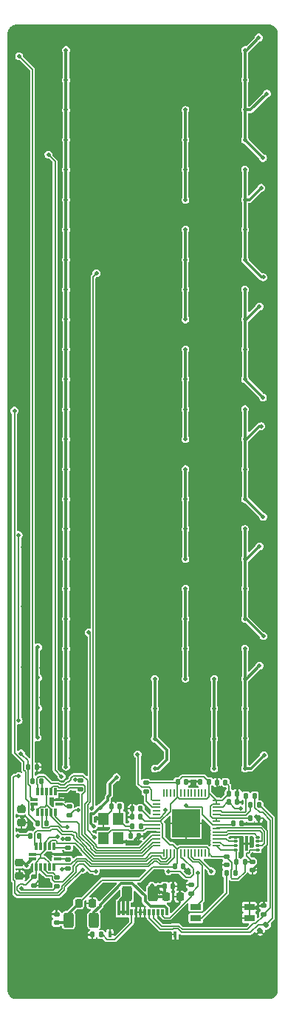
<source format=gbr>
%TF.GenerationSoftware,KiCad,Pcbnew,8.0.1*%
%TF.CreationDate,2024-04-01T01:15:32-04:00*%
%TF.ProjectId,MicrocontrollerInputModule,4d696372-6f63-46f6-9e74-726f6c6c6572,V3.0*%
%TF.SameCoordinates,Original*%
%TF.FileFunction,Copper,L2,Bot*%
%TF.FilePolarity,Positive*%
%FSLAX46Y46*%
G04 Gerber Fmt 4.6, Leading zero omitted, Abs format (unit mm)*
G04 Created by KiCad (PCBNEW 8.0.1) date 2024-04-01 01:15:32*
%MOMM*%
%LPD*%
G01*
G04 APERTURE LIST*
G04 Aperture macros list*
%AMRoundRect*
0 Rectangle with rounded corners*
0 $1 Rounding radius*
0 $2 $3 $4 $5 $6 $7 $8 $9 X,Y pos of 4 corners*
0 Add a 4 corners polygon primitive as box body*
4,1,4,$2,$3,$4,$5,$6,$7,$8,$9,$2,$3,0*
0 Add four circle primitives for the rounded corners*
1,1,$1+$1,$2,$3*
1,1,$1+$1,$4,$5*
1,1,$1+$1,$6,$7*
1,1,$1+$1,$8,$9*
0 Add four rect primitives between the rounded corners*
20,1,$1+$1,$2,$3,$4,$5,0*
20,1,$1+$1,$4,$5,$6,$7,0*
20,1,$1+$1,$6,$7,$8,$9,0*
20,1,$1+$1,$8,$9,$2,$3,0*%
G04 Aperture macros list end*
%TA.AperFunction,SMDPad,CuDef*%
%ADD10R,1.500000X1.500000*%
%TD*%
%TA.AperFunction,SMDPad,CuDef*%
%ADD11RoundRect,0.140000X-0.140000X-0.170000X0.140000X-0.170000X0.140000X0.170000X-0.140000X0.170000X0*%
%TD*%
%TA.AperFunction,SMDPad,CuDef*%
%ADD12RoundRect,0.140000X0.140000X0.170000X-0.140000X0.170000X-0.140000X-0.170000X0.140000X-0.170000X0*%
%TD*%
%TA.AperFunction,SMDPad,CuDef*%
%ADD13RoundRect,0.135000X0.185000X-0.135000X0.185000X0.135000X-0.185000X0.135000X-0.185000X-0.135000X0*%
%TD*%
%TA.AperFunction,SMDPad,CuDef*%
%ADD14RoundRect,0.225000X-0.250000X0.225000X-0.250000X-0.225000X0.250000X-0.225000X0.250000X0.225000X0*%
%TD*%
%TA.AperFunction,SMDPad,CuDef*%
%ADD15RoundRect,0.050000X0.050000X-0.387500X0.050000X0.387500X-0.050000X0.387500X-0.050000X-0.387500X0*%
%TD*%
%TA.AperFunction,SMDPad,CuDef*%
%ADD16RoundRect,0.050000X0.387500X-0.050000X0.387500X0.050000X-0.387500X0.050000X-0.387500X-0.050000X0*%
%TD*%
%TA.AperFunction,SMDPad,CuDef*%
%ADD17R,3.200000X3.200000*%
%TD*%
%TA.AperFunction,SMDPad,CuDef*%
%ADD18RoundRect,0.135000X0.135000X0.185000X-0.135000X0.185000X-0.135000X-0.185000X0.135000X-0.185000X0*%
%TD*%
%TA.AperFunction,SMDPad,CuDef*%
%ADD19RoundRect,0.250000X0.312500X0.625000X-0.312500X0.625000X-0.312500X-0.625000X0.312500X-0.625000X0*%
%TD*%
%TA.AperFunction,SMDPad,CuDef*%
%ADD20RoundRect,0.147500X-0.172500X0.147500X-0.172500X-0.147500X0.172500X-0.147500X0.172500X0.147500X0*%
%TD*%
%TA.AperFunction,SMDPad,CuDef*%
%ADD21RoundRect,0.135000X-0.135000X-0.185000X0.135000X-0.185000X0.135000X0.185000X-0.135000X0.185000X0*%
%TD*%
%TA.AperFunction,SMDPad,CuDef*%
%ADD22RoundRect,0.135000X-0.185000X0.135000X-0.185000X-0.135000X0.185000X-0.135000X0.185000X0.135000X0*%
%TD*%
%TA.AperFunction,SMDPad,CuDef*%
%ADD23RoundRect,0.225000X-0.225000X-0.250000X0.225000X-0.250000X0.225000X0.250000X-0.225000X0.250000X0*%
%TD*%
%TA.AperFunction,SMDPad,CuDef*%
%ADD24RoundRect,0.075000X-0.187500X-0.075000X0.187500X-0.075000X0.187500X0.075000X-0.187500X0.075000X0*%
%TD*%
%TA.AperFunction,SMDPad,CuDef*%
%ADD25R,0.300000X1.700000*%
%TD*%
%TA.AperFunction,SMDPad,CuDef*%
%ADD26R,2.000000X2.000000*%
%TD*%
%TA.AperFunction,SMDPad,CuDef*%
%ADD27R,1.200000X1.400000*%
%TD*%
%TA.AperFunction,SMDPad,CuDef*%
%ADD28RoundRect,0.007800X0.422200X0.122200X-0.422200X0.122200X-0.422200X-0.122200X0.422200X-0.122200X0*%
%TD*%
%TA.AperFunction,SMDPad,CuDef*%
%ADD29RoundRect,0.007800X-0.122200X0.422200X-0.122200X-0.422200X0.122200X-0.422200X0.122200X0.422200X0*%
%TD*%
%TA.AperFunction,SMDPad,CuDef*%
%ADD30R,0.300000X0.800000*%
%TD*%
%TA.AperFunction,SMDPad,CuDef*%
%ADD31R,0.400000X0.800000*%
%TD*%
%TA.AperFunction,SMDPad,CuDef*%
%ADD32RoundRect,0.140000X-0.170000X0.140000X-0.170000X-0.140000X0.170000X-0.140000X0.170000X0.140000X0*%
%TD*%
%TA.AperFunction,SMDPad,CuDef*%
%ADD33R,1.250000X0.760000*%
%TD*%
%TA.AperFunction,SMDPad,CuDef*%
%ADD34RoundRect,0.147500X0.147500X0.172500X-0.147500X0.172500X-0.147500X-0.172500X0.147500X-0.172500X0*%
%TD*%
%TA.AperFunction,SMDPad,CuDef*%
%ADD35RoundRect,0.147500X0.017678X-0.226274X0.226274X-0.017678X-0.017678X0.226274X-0.226274X0.017678X0*%
%TD*%
%TA.AperFunction,ViaPad*%
%ADD36C,0.500000*%
%TD*%
%TA.AperFunction,Conductor*%
%ADD37C,0.152400*%
%TD*%
%TA.AperFunction,Conductor*%
%ADD38C,0.304800*%
%TD*%
G04 APERTURE END LIST*
D10*
%TO.P,,1*%
%TO.N,GND*%
X5592893Y102450108D03*
%TD*%
%TO.P,,1*%
%TO.N,GND*%
X26892893Y102450108D03*
%TD*%
%TO.P,,1*%
%TO.N,GND*%
X26692893Y69750108D03*
%TD*%
D11*
%TO.P,C5,1*%
%TO.N,+1V1*%
X26900000Y21185000D03*
%TO.P,C5,2*%
%TO.N,GND*%
X27860000Y21185000D03*
%TD*%
D12*
%TO.P,C7,1*%
%TO.N,+3V3*%
X26000000Y25857000D03*
%TO.P,C7,2*%
%TO.N,GND*%
X25040000Y25857000D03*
%TD*%
D13*
%TO.P,R8,1*%
%TO.N,GND*%
X4042893Y14080108D03*
%TO.P,R8,2*%
%TO.N,/D7*%
X4042893Y15100108D03*
%TD*%
D14*
%TO.P,C18,1*%
%TO.N,+5V*%
X2369999Y16705000D03*
%TO.P,C18,2*%
%TO.N,GND*%
X2369999Y15155000D03*
%TD*%
D15*
%TO.P,U2,1,IOVDD*%
%TO.N,+3V3*%
X24100000Y17762500D03*
%TO.P,U2,2,GPIO0*%
%TO.N,/TX*%
X23700000Y17762500D03*
%TO.P,U2,3,GPIO1*%
%TO.N,/RX*%
X23300000Y17762500D03*
%TO.P,U2,4,GPIO2*%
%TO.N,/SDA*%
X22900000Y17762500D03*
%TO.P,U2,5,GPIO3*%
%TO.N,/SCL*%
X22500000Y17762500D03*
%TO.P,U2,6,GPIO4*%
%TO.N,/~{SLEEP}*%
X22100000Y17762500D03*
%TO.P,U2,7,GPIO5*%
%TO.N,/~{DEBUG}*%
X21700000Y17762500D03*
%TO.P,U2,8,GPIO6*%
%TO.N,unconnected-(U2-GPIO6-Pad8)*%
X21300000Y17762500D03*
%TO.P,U2,9,GPIO7*%
%TO.N,/D7*%
X20900000Y17762500D03*
%TO.P,U2,10,IOVDD*%
%TO.N,+3V3*%
X20500000Y17762500D03*
%TO.P,U2,11,GPIO8*%
%TO.N,/D8*%
X20100000Y17762500D03*
%TO.P,U2,12,GPIO9*%
%TO.N,/D9*%
X19700000Y17762500D03*
%TO.P,U2,13,GPIO10*%
%TO.N,/D10*%
X19300000Y17762500D03*
%TO.P,U2,14,GPIO11*%
%TO.N,/D11*%
X18900000Y17762500D03*
D16*
%TO.P,U2,15,GPIO12*%
%TO.N,/D12*%
X18062500Y18600000D03*
%TO.P,U2,16,GPIO13*%
%TO.N,/D13*%
X18062500Y19000000D03*
%TO.P,U2,17,GPIO14*%
%TO.N,/D14*%
X18062500Y19400000D03*
%TO.P,U2,18,GPIO15*%
%TO.N,/D15*%
X18062500Y19800000D03*
%TO.P,U2,19,TESTEN*%
%TO.N,GND*%
X18062500Y20200000D03*
%TO.P,U2,20,XIN*%
%TO.N,/XIN*%
X18062500Y20600000D03*
%TO.P,U2,21,XOUT*%
%TO.N,/XOUT*%
X18062500Y21000000D03*
%TO.P,U2,22,IOVDD*%
%TO.N,+3V3*%
X18062500Y21400000D03*
%TO.P,U2,23,DVDD*%
%TO.N,+1V1*%
X18062500Y21800000D03*
%TO.P,U2,24,SWCLK*%
%TO.N,/SWCLK*%
X18062500Y22200000D03*
%TO.P,U2,25,SWD*%
%TO.N,/SWD*%
X18062500Y22600000D03*
%TO.P,U2,26,RUN*%
%TO.N,~{RESET}*%
X18062500Y23000000D03*
%TO.P,U2,27,GPIO16*%
%TO.N,unconnected-(U2-GPIO16-Pad27)*%
X18062500Y23400000D03*
%TO.P,U2,28,GPIO17*%
%TO.N,/~{OE1}*%
X18062500Y23800000D03*
D15*
%TO.P,U2,29,GPIO18*%
%TO.N,/SCK*%
X18900000Y24637500D03*
%TO.P,U2,30,GPIO19*%
%TO.N,/MOSI*%
X19300000Y24637500D03*
%TO.P,U2,31,GPIO20*%
%TO.N,/MISO*%
X19700000Y24637500D03*
%TO.P,U2,32,GPIO21*%
%TO.N,unconnected-(U2-GPIO21-Pad32)*%
X20100000Y24637500D03*
%TO.P,U2,33,IOVDD*%
%TO.N,+3V3*%
X20500000Y24637500D03*
%TO.P,U2,34,GPIO22*%
%TO.N,unconnected-(U2-GPIO22-Pad34)*%
X20900000Y24637500D03*
%TO.P,U2,35,GPIO23*%
%TO.N,unconnected-(U2-GPIO23-Pad35)*%
X21300000Y24637500D03*
%TO.P,U2,36,GPIO24*%
%TO.N,unconnected-(U2-GPIO24-Pad36)*%
X21700000Y24637500D03*
%TO.P,U2,37,GPIO25*%
%TO.N,unconnected-(U2-GPIO25-Pad37)*%
X22100000Y24637500D03*
%TO.P,U2,38,GPIO26_ADC0*%
%TO.N,/A0*%
X22500000Y24637500D03*
%TO.P,U2,39,GPIO27_ADC1*%
%TO.N,/A1*%
X22900000Y24637500D03*
%TO.P,U2,40,GPIO28_ADC2*%
%TO.N,/A2*%
X23300000Y24637500D03*
%TO.P,U2,41,GPIO29_ADC3*%
%TO.N,/A3*%
X23700000Y24637500D03*
%TO.P,U2,42,IOVDD*%
%TO.N,+3V3*%
X24100000Y24637500D03*
D16*
%TO.P,U2,43,ADC_AVDD*%
X24937500Y23800000D03*
%TO.P,U2,44,VREG_IN*%
X24937500Y23400000D03*
%TO.P,U2,45,VREG_VOUT*%
%TO.N,+1V1*%
X24937500Y23000000D03*
%TO.P,U2,46,USB_DM*%
%TO.N,Net-(U2-USB_DM)*%
X24937500Y22600000D03*
%TO.P,U2,47,USB_DP*%
%TO.N,Net-(U2-USB_DP)*%
X24937500Y22200000D03*
%TO.P,U2,48,USB_VDD*%
%TO.N,+3V3*%
X24937500Y21800000D03*
%TO.P,U2,49,IOVDD*%
X24937500Y21400000D03*
%TO.P,U2,50,DVDD*%
%TO.N,+1V1*%
X24937500Y21000000D03*
%TO.P,U2,51,QSPI_SD3*%
%TO.N,/QSPI_SD3*%
X24937500Y20600000D03*
%TO.P,U2,52,QSPI_SCLK*%
%TO.N,/QSPI_SCLK*%
X24937500Y20200000D03*
%TO.P,U2,53,QSPI_SD0*%
%TO.N,/QSPI_SD0*%
X24937500Y19800000D03*
%TO.P,U2,54,QSPI_SD2*%
%TO.N,/QSPI_SD2*%
X24937500Y19400000D03*
%TO.P,U2,55,QSPI_SD1*%
%TO.N,/QSPI_SD1*%
X24937500Y19000000D03*
%TO.P,U2,56,QSPI_SS*%
%TO.N,/QSPI_SS*%
X24937500Y18600000D03*
D17*
%TO.P,U2,57,GND*%
%TO.N,GND*%
X21500000Y21200000D03*
%TD*%
D18*
%TO.P,R12,1*%
%TO.N,Net-(U3-4Y)*%
X5460000Y21180000D03*
%TO.P,R12,2*%
%TO.N,/NeopixelMatrix/STRIP7*%
X4440000Y21180000D03*
%TD*%
%TO.P,R7,1*%
%TO.N,/BOARD_ID*%
X11742893Y8450108D03*
%TO.P,R7,2*%
%TO.N,GND*%
X10722893Y8450108D03*
%TD*%
D19*
%TO.P,F1,1*%
%TO.N,+5V*%
X17662500Y13140000D03*
%TO.P,F1,2*%
%TO.N,Net-(F1-Pad2)*%
X14737500Y13140000D03*
%TD*%
D20*
%TO.P,D5,1,A1*%
%TO.N,GND*%
X22032893Y14130108D03*
%TO.P,D5,2,A2*%
%TO.N,/~{SLEEP}*%
X22032893Y13160108D03*
%TD*%
D21*
%TO.P,R1,1*%
%TO.N,BOOTSEL*%
X26110000Y15480000D03*
%TO.P,R1,2*%
%TO.N,/QSPI_SS*%
X27130000Y15480000D03*
%TD*%
D22*
%TO.P,R11,1*%
%TO.N,Net-(U3-3Y)*%
X8099999Y23100001D03*
%TO.P,R11,2*%
%TO.N,/NeopixelMatrix/STRIP5*%
X8099999Y22080001D03*
%TD*%
D23*
%TO.P,C16,1*%
%TO.N,+3V3*%
X9172893Y12040108D03*
%TO.P,C16,2*%
%TO.N,GND*%
X10722893Y12040108D03*
%TD*%
%TO.P,C15,1*%
%TO.N,+5V*%
X19225000Y12800000D03*
%TO.P,C15,2*%
%TO.N,GND*%
X20775000Y12800000D03*
%TD*%
D11*
%TO.P,C9,1*%
%TO.N,+3V3*%
X28840000Y21757000D03*
%TO.P,C9,2*%
%TO.N,GND*%
X29800000Y21757000D03*
%TD*%
D12*
%TO.P,C1,1*%
%TO.N,GND*%
X16060000Y19700000D03*
%TO.P,C1,2*%
%TO.N,/XIN*%
X15100000Y19700000D03*
%TD*%
D20*
%TO.P,D1,1,A1*%
%TO.N,GND*%
X6622893Y10790108D03*
%TO.P,D1,2,A2*%
%TO.N,+3V3*%
X6622893Y9820108D03*
%TD*%
D24*
%TO.P,U1,1,~{CS}*%
%TO.N,/QSPI_SS*%
X27120000Y18107000D03*
%TO.P,U1,2,DO(IO1)*%
%TO.N,/QSPI_SD1*%
X27120000Y18607000D03*
%TO.P,U1,3,IO2*%
%TO.N,/QSPI_SD2*%
X27120000Y19107000D03*
%TO.P,U1,4,GND*%
%TO.N,GND*%
X27120000Y19607000D03*
%TO.P,U1,5,DI(IO0)*%
%TO.N,/QSPI_SD0*%
X29695000Y19607000D03*
%TO.P,U1,6,CLK*%
%TO.N,/QSPI_SCLK*%
X29695000Y19107000D03*
%TO.P,U1,7,IO3*%
%TO.N,/QSPI_SD3*%
X29695000Y18607000D03*
%TO.P,U1,8,VCC*%
%TO.N,+3V3*%
X29695000Y18107000D03*
D25*
%TO.P,U1,9,EP*%
%TO.N,GND*%
X28407500Y18857000D03*
%TD*%
D26*
%TO.P,REF\u002A\u002A,1*%
%TO.N,GND*%
X30092893Y4450108D03*
%TD*%
D18*
%TO.P,R2,1*%
%TO.N,+3V3*%
X28220000Y16816000D03*
%TO.P,R2,2*%
%TO.N,/QSPI_SS*%
X27200000Y16816000D03*
%TD*%
D11*
%TO.P,C6,1*%
%TO.N,+1V1*%
X26400000Y23600000D03*
%TO.P,C6,2*%
%TO.N,GND*%
X27360000Y23600000D03*
%TD*%
D18*
%TO.P,R9,1*%
%TO.N,Net-(U3-1Y)*%
X4900000Y26000000D03*
%TO.P,R9,2*%
%TO.N,/NeopixelMatrix/STRIP1*%
X3880000Y26000000D03*
%TD*%
D13*
%TO.P,R10,1*%
%TO.N,Net-(U3-2Y)*%
X9350000Y25087000D03*
%TO.P,R10,2*%
%TO.N,/NeopixelMatrix/STRIP3*%
X9350000Y26107000D03*
%TD*%
D12*
%TO.P,C11,1*%
%TO.N,+3V3*%
X24080000Y25950000D03*
%TO.P,C11,2*%
%TO.N,GND*%
X23120000Y25950000D03*
%TD*%
D27*
%TO.P,Y1,1,1*%
%TO.N,Net-(C2-Pad2)*%
X13714000Y21665000D03*
%TO.P,Y1,2,2*%
%TO.N,GND*%
X13714000Y19465000D03*
%TO.P,Y1,3,3*%
%TO.N,/XIN*%
X12014000Y19465000D03*
%TO.P,Y1,4,4*%
%TO.N,GND*%
X12014000Y21665000D03*
%TD*%
D19*
%TO.P,F2,1*%
%TO.N,Net-(F2-Pad1)*%
X10932893Y10110108D03*
%TO.P,F2,2*%
%TO.N,+3V3*%
X8007893Y10110108D03*
%TD*%
D28*
%TO.P,U4,1,~{1OE}*%
%TO.N,/D7*%
X3865000Y17655000D03*
D29*
%TO.P,U4,2,1A*%
%TO.N,/D11*%
X4300000Y18590000D03*
%TO.P,U4,3,1Y*%
%TO.N,Net-(U4-1Y)*%
X4800000Y18590000D03*
%TO.P,U4,4,~{2OE}*%
%TO.N,/D7*%
X5300000Y18590000D03*
%TO.P,U4,5,2A*%
%TO.N,/D10*%
X5800000Y18590000D03*
%TO.P,U4,6,2Y*%
%TO.N,Net-(U4-2Y)*%
X6300000Y18590000D03*
D28*
%TO.P,U4,7,GND*%
%TO.N,GND*%
X6735000Y17655000D03*
%TO.P,U4,8,3Y*%
%TO.N,Net-(U4-3Y)*%
X6735000Y17155000D03*
D29*
%TO.P,U4,9,3A*%
%TO.N,/D9*%
X6300000Y16220000D03*
%TO.P,U4,10,~{3OE}*%
%TO.N,/D7*%
X5800000Y16220000D03*
%TO.P,U4,11,4Y*%
%TO.N,Net-(U4-4Y)*%
X5300000Y16220000D03*
%TO.P,U4,12,4A*%
%TO.N,/D8*%
X4800000Y16220000D03*
%TO.P,U4,13,~{4OE}*%
%TO.N,/D7*%
X4300000Y16220000D03*
D28*
%TO.P,U4,14,VCC*%
%TO.N,+5V*%
X3865000Y17155000D03*
%TD*%
D22*
%TO.P,R15,1*%
%TO.N,Net-(U4-3Y)*%
X7969999Y17005000D03*
%TO.P,R15,2*%
%TO.N,/NeopixelMatrix/STRIP13*%
X7969999Y15985000D03*
%TD*%
%TO.P,R16,1*%
%TO.N,Net-(U4-4Y)*%
X6692893Y15020108D03*
%TO.P,R16,2*%
%TO.N,/NeopixelMatrix/STRIP15*%
X6692893Y14000108D03*
%TD*%
D18*
%TO.P,R5,1*%
%TO.N,/USB_DP*%
X29880000Y23277000D03*
%TO.P,R5,2*%
%TO.N,Net-(U2-USB_DP)*%
X28860000Y23277000D03*
%TD*%
D13*
%TO.P,R14,1*%
%TO.N,Net-(U4-2Y)*%
X7969999Y18405000D03*
%TO.P,R14,2*%
%TO.N,/NeopixelMatrix/STRIP11*%
X7969999Y19425000D03*
%TD*%
D14*
%TO.P,C17,1*%
%TO.N,+5V*%
X2600000Y22800000D03*
%TO.P,C17,2*%
%TO.N,GND*%
X2600000Y21250000D03*
%TD*%
D30*
%TO.P,J2,1,1*%
%TO.N,Net-(F1-Pad2)*%
X13750000Y11000000D03*
%TO.P,J2,2,2*%
X14250000Y11000000D03*
%TO.P,J2,3,3*%
X14750000Y11000000D03*
%TO.P,J2,4,4*%
%TO.N,/BOARD_ID*%
X15250000Y11000000D03*
%TO.P,J2,5,5*%
%TO.N,GND*%
X15750000Y11000000D03*
%TO.P,J2,6,6*%
X16250000Y11000000D03*
%TO.P,J2,7,7*%
X16750000Y11000000D03*
%TO.P,J2,8,8*%
%TO.N,/USB_DP*%
X17250000Y11000000D03*
%TO.P,J2,9,9*%
%TO.N,/USB_DN*%
X17750000Y11000000D03*
%TO.P,J2,10,10*%
%TO.N,GND*%
X18250000Y11000000D03*
%TO.P,J2,11,11*%
%TO.N,/~{SLEEP}*%
X18750000Y11000000D03*
%TO.P,J2,12,12*%
%TO.N,Net-(F2-Pad1)*%
X19250000Y11000000D03*
D31*
%TO.P,J2,S1,SHIELD*%
%TO.N,GND*%
X12750000Y8500000D03*
%TO.P,J2,S2,SHIELD__1*%
X20250000Y8500000D03*
%TD*%
D11*
%TO.P,C2,1*%
%TO.N,GND*%
X12940000Y23150000D03*
%TO.P,C2,2*%
%TO.N,Net-(C2-Pad2)*%
X13900000Y23150000D03*
%TD*%
D32*
%TO.P,C10,1*%
%TO.N,+3V3*%
X26100000Y17400000D03*
%TO.P,C10,2*%
%TO.N,GND*%
X26100000Y16440000D03*
%TD*%
%TO.P,C3,1*%
%TO.N,+3V3*%
X29100000Y16796000D03*
%TO.P,C3,2*%
%TO.N,GND*%
X29100000Y15836000D03*
%TD*%
D10*
%TO.P,REF\u002A\u002A,1*%
%TO.N,GND*%
X5192893Y69750108D03*
%TD*%
D11*
%TO.P,C13,1*%
%TO.N,+3V3*%
X20520000Y25950000D03*
%TO.P,C13,2*%
%TO.N,GND*%
X21480000Y25950000D03*
%TD*%
D18*
%TO.P,R6,1*%
%TO.N,/USB_DN*%
X29340000Y24327000D03*
%TO.P,R6,2*%
%TO.N,Net-(U2-USB_DM)*%
X28320000Y24327000D03*
%TD*%
D33*
%TO.P,SW1,1,1*%
%TO.N,GND*%
X28742893Y11620108D03*
%TO.P,SW1,2,2*%
X28742893Y10350108D03*
%TO.P,SW1,3,3*%
%TO.N,BOOTSEL*%
X22592893Y10350108D03*
%TO.P,SW1,4,4*%
%TO.N,/~{DEBUG}*%
X22592893Y11620108D03*
%TD*%
D26*
%TO.P,REF\u002A\u002A,1*%
%TO.N,GND*%
X2692893Y4450108D03*
%TD*%
D11*
%TO.P,C12,1*%
%TO.N,+3V3*%
X20172893Y16300108D03*
%TO.P,C12,2*%
%TO.N,GND*%
X21132893Y16300108D03*
%TD*%
D20*
%TO.P,D4,1,A1*%
%TO.N,GND*%
X30392893Y11750108D03*
%TO.P,D4,2,A2*%
%TO.N,/USB_DN*%
X30392893Y10780108D03*
%TD*%
D18*
%TO.P,R13,1*%
%TO.N,Net-(U4-1Y)*%
X4662893Y19780108D03*
%TO.P,R13,2*%
%TO.N,/NeopixelMatrix/STRIP9*%
X3642893Y19780108D03*
%TD*%
D11*
%TO.P,C8,1*%
%TO.N,+3V3*%
X26400000Y24607000D03*
%TO.P,C8,2*%
%TO.N,GND*%
X27360000Y24607000D03*
%TD*%
D34*
%TO.P,D2,1,A1*%
%TO.N,GND*%
X19985000Y14000000D03*
%TO.P,D2,2,A2*%
%TO.N,+5V*%
X19015000Y14000000D03*
%TD*%
D12*
%TO.P,C4,1*%
%TO.N,+1V1*%
X16260000Y22875000D03*
%TO.P,C4,2*%
%TO.N,GND*%
X15300000Y22875000D03*
%TD*%
D28*
%TO.P,U3,1,~{1OE}*%
%TO.N,/~{OE1}*%
X4065000Y23850000D03*
D29*
%TO.P,U3,2,1A*%
%TO.N,/D15*%
X4500000Y24785000D03*
%TO.P,U3,3,1Y*%
%TO.N,Net-(U3-1Y)*%
X5000000Y24785000D03*
%TO.P,U3,4,~{2OE}*%
%TO.N,/D7*%
X5500000Y24785000D03*
%TO.P,U3,5,2A*%
%TO.N,/D14*%
X6000000Y24785000D03*
%TO.P,U3,6,2Y*%
%TO.N,Net-(U3-2Y)*%
X6500000Y24785000D03*
D28*
%TO.P,U3,7,GND*%
%TO.N,GND*%
X6935000Y23850000D03*
%TO.P,U3,8,3Y*%
%TO.N,Net-(U3-3Y)*%
X6935000Y23350000D03*
D29*
%TO.P,U3,9,3A*%
%TO.N,/D13*%
X6500000Y22415000D03*
%TO.P,U3,10,~{3OE}*%
%TO.N,/D7*%
X6000000Y22415000D03*
%TO.P,U3,11,4Y*%
%TO.N,Net-(U3-4Y)*%
X5500000Y22415000D03*
%TO.P,U3,12,4A*%
%TO.N,/D12*%
X5000000Y22415000D03*
%TO.P,U3,13,~{4OE}*%
%TO.N,/D7*%
X4500000Y22415000D03*
D28*
%TO.P,U3,14,VCC*%
%TO.N,+5V*%
X4065000Y23350000D03*
%TD*%
D35*
%TO.P,D3,1,A1*%
%TO.N,GND*%
X29956999Y8914214D03*
%TO.P,D3,2,A2*%
%TO.N,/USB_DP*%
X30642893Y9600108D03*
%TD*%
D21*
%TO.P,R3,1*%
%TO.N,Net-(C2-Pad2)*%
X15290000Y20875000D03*
%TO.P,R3,2*%
%TO.N,/XOUT*%
X16310000Y20875000D03*
%TD*%
D12*
%TO.P,C14,1*%
%TO.N,+3V3*%
X16260000Y21900000D03*
%TO.P,C14,2*%
%TO.N,GND*%
X15300000Y21900000D03*
%TD*%
D22*
%TO.P,R4,1*%
%TO.N,+3V3*%
X16900000Y25820000D03*
%TO.P,R4,2*%
%TO.N,~{RESET}*%
X16900000Y24800000D03*
%TD*%
D18*
%TO.P,R24,1*%
%TO.N,GND*%
X4392893Y27620108D03*
%TO.P,R24,2*%
%TO.N,/~{OE1}*%
X3372893Y27620108D03*
%TD*%
D36*
%TO.N,GND*%
X25438000Y38974000D03*
X28861000Y86896000D03*
X8323000Y4744000D03*
X2992893Y73350108D03*
X15169000Y104011000D03*
X28861000Y42397000D03*
X11746000Y76627000D03*
X18592000Y4744000D03*
X11210000Y21807000D03*
X8323000Y80050000D03*
X18700000Y28657000D03*
X28861000Y66358000D03*
X25300000Y11557000D03*
X4900000Y104011000D03*
X28861000Y59512000D03*
X28861000Y38974000D03*
X8323000Y49243000D03*
X18592000Y86896000D03*
X15169000Y38974000D03*
X22015000Y73204000D03*
X22015000Y90319000D03*
X22015000Y100588000D03*
X2662800Y21857500D03*
X15169000Y49243000D03*
X11746000Y62935000D03*
X25300000Y14957000D03*
X8323000Y45820000D03*
X4900000Y76627000D03*
X22015000Y86896000D03*
X25438000Y62935000D03*
X11300000Y25257000D03*
X22015000Y110857000D03*
X11746000Y73204000D03*
X2892893Y80250108D03*
X2792893Y66450108D03*
X25438000Y80050000D03*
X2792893Y39050108D03*
X8323000Y38974000D03*
X18592000Y73204000D03*
X25300000Y25257000D03*
X2792893Y52750108D03*
X28861000Y80050000D03*
X15169000Y45820000D03*
X11746000Y4744000D03*
X11700000Y28657000D03*
X12180000Y11460000D03*
X29141032Y17586051D03*
X18592000Y93742000D03*
X15169000Y80050000D03*
X8814687Y18158615D03*
X4900000Y52666000D03*
X18592000Y52666000D03*
X15169000Y100588000D03*
X11746000Y110857000D03*
X29492893Y11557000D03*
X28861000Y32128000D03*
X8323000Y107434000D03*
X22015000Y35551000D03*
X11746000Y90319000D03*
X11746000Y86896000D03*
X22015000Y32128000D03*
X8323000Y100588000D03*
X15169000Y62935000D03*
X18592000Y38974000D03*
X15169000Y42397000D03*
X4900000Y69781000D03*
X11746000Y45820000D03*
X15169000Y32128000D03*
X8323000Y62935000D03*
X4900000Y107434000D03*
X8323000Y110857000D03*
X25500000Y28657000D03*
X21820000Y15507900D03*
X15169000Y93742000D03*
X28861000Y49243000D03*
X4900000Y100588000D03*
X4900000Y86896000D03*
X11746000Y35551000D03*
X4900000Y83473000D03*
X25438000Y49243000D03*
X15169000Y4744000D03*
X25438000Y4744000D03*
X18592000Y69781000D03*
X11746000Y59512000D03*
X18592000Y62935000D03*
X28861000Y104011000D03*
X22015000Y56089000D03*
X15169000Y76627000D03*
X4900000Y97165000D03*
X11746000Y69781000D03*
X22015000Y45820000D03*
X25438000Y83473000D03*
X22015000Y107434000D03*
X15169000Y69781000D03*
X8323000Y69781000D03*
X8323000Y52666000D03*
X22300000Y25457000D03*
X27840000Y18440800D03*
X21062893Y14600108D03*
X11746000Y38974000D03*
X25438000Y35551000D03*
X28861000Y69781000D03*
X4900000Y45820000D03*
X18592000Y56089000D03*
X4900000Y90319000D03*
X22015000Y66358000D03*
X28861000Y76627000D03*
X25438000Y76627000D03*
X18592000Y90319000D03*
X5192893Y11550108D03*
X25438000Y97165000D03*
X22015000Y69781000D03*
X22015000Y76627000D03*
X8323000Y76627000D03*
X15169000Y107434000D03*
X28861000Y100588000D03*
X18592000Y32128000D03*
X8323000Y90319000D03*
X28861000Y90319000D03*
X22015000Y80050000D03*
X18592000Y104011000D03*
X22015000Y4744000D03*
X25438000Y110857000D03*
X11746000Y52666000D03*
X4900000Y56089000D03*
X14000000Y25357000D03*
X15169000Y56089000D03*
X25438000Y104011000D03*
X15169000Y86896000D03*
X2620189Y31933483D03*
X22015000Y52666000D03*
X2892893Y100750108D03*
X25438000Y69781000D03*
X22015000Y93742000D03*
X8323000Y32128000D03*
X25438000Y52666000D03*
X22015000Y104011000D03*
X8323000Y66358000D03*
X11746000Y56089000D03*
X28861000Y4744000D03*
X4900000Y49243000D03*
X15169000Y83473000D03*
X22015000Y42397000D03*
X25438000Y73204000D03*
X28800000Y25257000D03*
X28861000Y35551000D03*
X22015000Y97165000D03*
X18592000Y8167000D03*
X15169000Y8167000D03*
X8323000Y83473000D03*
X22015000Y49243000D03*
X22015000Y38974000D03*
X25438000Y107434000D03*
X21000000Y21857000D03*
X11746000Y107434000D03*
X11746000Y32128000D03*
X25438000Y45820000D03*
X4900000Y110857000D03*
X25438000Y56089000D03*
X22015000Y62935000D03*
X28861000Y45820000D03*
X8323000Y93742000D03*
X28861000Y56089000D03*
X25438000Y66358000D03*
X22000000Y21857000D03*
X28861000Y97165000D03*
X8323000Y104011000D03*
X28861000Y107434000D03*
X15169000Y59512000D03*
X18592000Y59512000D03*
X4900000Y32128000D03*
X25438000Y32128000D03*
X11746000Y83473000D03*
X11746000Y93742000D03*
X18592000Y100588000D03*
X15169000Y66358000D03*
X15169000Y52666000D03*
X28861000Y83473000D03*
X4900000Y38974000D03*
X5092893Y8150108D03*
X29550000Y21907000D03*
X4900000Y62935000D03*
X11746000Y49243000D03*
X11746000Y104011000D03*
X18592000Y42397000D03*
X15100000Y28657000D03*
X15169000Y73204000D03*
X25438000Y90319000D03*
X25438000Y59512000D03*
X11746000Y66358000D03*
X15169000Y35551000D03*
X4900000Y66358000D03*
X25438000Y100588000D03*
X8323000Y97165000D03*
X2892893Y59650108D03*
X18592000Y80050000D03*
X4900000Y42397000D03*
X15169000Y97165000D03*
X28861000Y93742000D03*
X8323000Y86896000D03*
X11746000Y80050000D03*
X8300000Y28657000D03*
X28861000Y62935000D03*
X4900000Y35551000D03*
X18592000Y35551000D03*
X4900000Y73204000D03*
X15169000Y90319000D03*
X4900000Y28705000D03*
X18592000Y83473000D03*
X8323000Y42397000D03*
X28861000Y73204000D03*
X18592000Y76627000D03*
X15169000Y110857000D03*
X8323000Y56089000D03*
X18592000Y97165000D03*
X25438000Y86896000D03*
X5043136Y14917019D03*
X22100000Y28657000D03*
X2992893Y87050108D03*
X4900000Y4744000D03*
X18592000Y66358000D03*
X22015000Y59512000D03*
X28900000Y28657000D03*
X2992893Y93950108D03*
X18592000Y45820000D03*
X2792893Y45950108D03*
X11746000Y97165000D03*
X25438000Y42397000D03*
X4900000Y59512000D03*
X28861000Y110857000D03*
X18592000Y107434000D03*
X18592000Y49243000D03*
X3252893Y15155000D03*
X11746000Y100588000D03*
X8323000Y59512000D03*
X18592000Y110857000D03*
X25438000Y93742000D03*
X11746000Y42397000D03*
X8323000Y73204000D03*
X22015000Y83473000D03*
X4900000Y93742000D03*
X8323000Y35551000D03*
X15670000Y18917900D03*
X28861000Y52666000D03*
X4900000Y80050000D03*
X8272893Y24739100D03*
%TO.N,+1V1*%
X21500000Y23205900D03*
X27730000Y22891700D03*
X19141479Y22726900D03*
%TO.N,+5V*%
X3210000Y16340000D03*
X29810566Y111027990D03*
X28250000Y102761000D03*
X21404000Y41147000D03*
X4492893Y34350108D03*
X7712000Y37724000D03*
X21404000Y51416000D03*
X7712000Y102761000D03*
X7712000Y27650108D03*
X21404000Y75377000D03*
X28250000Y30878000D03*
X21404000Y68531000D03*
X28250000Y27455000D03*
X29900000Y39214900D03*
X7712000Y89069000D03*
X21404000Y102761000D03*
X7712000Y34301000D03*
X17900000Y34280000D03*
X28250000Y47993000D03*
X7712000Y92492000D03*
X28250000Y82223000D03*
X7712000Y44570000D03*
X28250000Y54839000D03*
X28250000Y68531000D03*
X30100000Y93857000D03*
X7712000Y85646000D03*
X24700000Y37703000D03*
X30329042Y83627958D03*
X30413042Y28943958D03*
X18400000Y13307000D03*
X7712000Y82223000D03*
X7712000Y51416000D03*
X28250000Y37724000D03*
X21404000Y71954000D03*
X28250000Y44570000D03*
X28250000Y34301000D03*
X28250000Y51416000D03*
X28250000Y92492000D03*
X28250000Y106184000D03*
X7712000Y109607000D03*
X24700000Y27434000D03*
X7712000Y65108000D03*
X21404000Y47993000D03*
X13500000Y26457000D03*
X17900000Y30857000D03*
X21404000Y61685000D03*
X4442893Y31000108D03*
X4492893Y37850108D03*
X21404000Y99338000D03*
X21404000Y85646000D03*
X7712000Y41147000D03*
X28250000Y65108000D03*
X21404000Y78800000D03*
X28250000Y58262000D03*
X21404000Y92492000D03*
X29900000Y52857000D03*
X7712000Y78800000D03*
X3888500Y22750108D03*
X30740897Y104616103D03*
X7712000Y99338000D03*
X28250000Y85646000D03*
X10875000Y20826900D03*
X2659838Y23127000D03*
X7712000Y71954000D03*
X28250000Y75377000D03*
X30100000Y66598900D03*
X21404000Y89069000D03*
X18280000Y13940000D03*
X17900000Y27434000D03*
X11650000Y22982000D03*
X29900000Y80290900D03*
X21404000Y95915000D03*
X21404000Y37724000D03*
X7712000Y30878000D03*
X4492893Y41300108D03*
X7712000Y68531000D03*
X28250000Y71954000D03*
X30321042Y56235958D03*
X24700000Y30857000D03*
X24700000Y34280000D03*
X7712000Y95915000D03*
X28250000Y99338000D03*
X17580000Y14050000D03*
X28250000Y41147000D03*
X17900000Y37703000D03*
X7712000Y54839000D03*
X30367042Y42589958D03*
X21404000Y65108000D03*
X30299258Y97260163D03*
X30295530Y69875270D03*
X28250000Y89069000D03*
X28250000Y95915000D03*
X21404000Y82223000D03*
X28250000Y109607000D03*
X7712000Y106184000D03*
X7712000Y75377000D03*
X28250000Y61685000D03*
X28250000Y78800000D03*
X7712000Y47993000D03*
X21404000Y58262000D03*
X21404000Y54839000D03*
X7712000Y61685000D03*
X21404000Y44570000D03*
X7712000Y58262000D03*
%TO.N,/~{SLEEP}*%
X24392893Y15700108D03*
X22817893Y15500108D03*
%TO.N,/NeopixelMatrix/STRIP1*%
X2343918Y108901133D03*
%TO.N,/D7*%
X6782068Y19695116D03*
X19457474Y15699135D03*
X7862893Y20755100D03*
X11130715Y15707100D03*
%TO.N,/NeopixelMatrix/STRIP5*%
X9090291Y22661264D03*
X11200000Y84074300D03*
X10664591Y22857000D03*
%TO.N,/NeopixelMatrix/STRIP7*%
X1800000Y68357000D03*
%TO.N,/NeopixelMatrix/STRIP9*%
X2282100Y32936294D03*
X2282100Y54150108D03*
X2144499Y19757100D03*
%TO.N,/NeopixelMatrix/STRIP11*%
X10335300Y42998300D03*
X7372893Y19404500D03*
X10972893Y19590108D03*
%TO.N,/NeopixelMatrix/STRIP13*%
X2302893Y26580108D03*
X9651742Y15880900D03*
X7272893Y15919100D03*
%TO.N,/NeopixelMatrix/STRIP15*%
X2606100Y13728208D03*
%TO.N,/NeopixelMatrix/STRIP3*%
X5700000Y97647600D03*
X8740897Y26149900D03*
X7212893Y26530108D03*
%TO.N,/~{OE1}*%
X15925000Y29064607D03*
X2553595Y29166250D03*
%TD*%
D37*
%TO.N,GND*%
X7025716Y26000108D02*
X7402893Y26000108D01*
X23342893Y11000108D02*
X25300000Y12957215D01*
D38*
X14093800Y19085200D02*
X15445200Y19085200D01*
D37*
X6775716Y26250108D02*
X7025716Y26000108D01*
X30140052Y21022052D02*
X29800000Y21362104D01*
X28742893Y11620108D02*
X28742893Y10350108D01*
X7383793Y23850000D02*
X6935000Y23850000D01*
X4042893Y14080108D02*
X4879804Y14917019D01*
X30400000Y17136000D02*
X30400000Y18368948D01*
X30795700Y18764648D02*
X30795700Y20366404D01*
D38*
X29420949Y17586051D02*
X30135500Y16871500D01*
X13714000Y19465000D02*
X14093800Y19085200D01*
D37*
X12014000Y21665000D02*
X12940000Y22591000D01*
D38*
X21132893Y16195007D02*
X21820000Y15507900D01*
D37*
X7872893Y26470108D02*
X7872893Y26510108D01*
D38*
X28022948Y21022052D02*
X27860000Y21185000D01*
D37*
X29492893Y11557000D02*
X28806001Y11557000D01*
D38*
X21132893Y16300108D02*
X21132893Y16195007D01*
X8311072Y17655000D02*
X8814687Y18158615D01*
D37*
X30135500Y16871500D02*
X30400000Y17136000D01*
X21914603Y11000108D02*
X23342893Y11000108D01*
X30795700Y20366404D02*
X30140052Y21022052D01*
X6642893Y26250108D02*
X6775716Y26250108D01*
D38*
X30135500Y16871500D02*
X29100000Y15836000D01*
D37*
X12940000Y22591000D02*
X12940000Y23150000D01*
X30400000Y18368948D02*
X30795700Y18764648D01*
D38*
X12014000Y21665000D02*
X11352000Y21665000D01*
D37*
X30140052Y21022052D02*
X28022948Y21022052D01*
X4879804Y14917019D02*
X5043136Y14917019D01*
D38*
X6735000Y17655000D02*
X8311072Y17655000D01*
D37*
X18250000Y11000000D02*
X18250000Y10600000D01*
X29800000Y21362104D02*
X29800000Y21757000D01*
X20981095Y10066600D02*
X21914603Y11000108D01*
D38*
X15445200Y19085200D02*
X16060000Y19700000D01*
D37*
X25300000Y12957215D02*
X25300000Y14957000D01*
D38*
X29141032Y17586051D02*
X29420949Y17586051D01*
D37*
X8272893Y24739100D02*
X7383793Y23850000D01*
X18783400Y10066600D02*
X20981095Y10066600D01*
X7402893Y26000108D02*
X7872893Y26470108D01*
D38*
X29650000Y21907000D02*
X29800000Y21757000D01*
D37*
X4392893Y27620108D02*
X5272893Y27620108D01*
X18250000Y10600000D02*
X18783400Y10066600D01*
D38*
X29550000Y21907000D02*
X29650000Y21907000D01*
X11352000Y21665000D02*
X11210000Y21807000D01*
D37*
X5272893Y27620108D02*
X6642893Y26250108D01*
X28806001Y11557000D02*
X28742893Y11620108D01*
D38*
X3252893Y15155000D02*
X2369999Y15155000D01*
D37*
X6642893Y26250108D02*
X6712893Y26180108D01*
%TO.N,/XIN*%
X14906400Y20393600D02*
X14973600Y20326400D01*
X14973600Y20326400D02*
X16595608Y20326400D01*
X12942600Y20393600D02*
X14906400Y20393600D01*
X12014000Y19465000D02*
X12942600Y20393600D01*
X16869208Y20600000D02*
X18062500Y20600000D01*
X16595608Y20326400D02*
X16869208Y20600000D01*
X15100000Y20200000D02*
X14973600Y20326400D01*
X15100000Y19700000D02*
X15100000Y20200000D01*
%TO.N,Net-(C2-Pad2)*%
X14504000Y20875000D02*
X13714000Y21665000D01*
X13900000Y21851000D02*
X13714000Y21665000D01*
X15290000Y20875000D02*
X14504000Y20875000D01*
X13900000Y23150000D02*
X13900000Y21851000D01*
%TO.N,+3V3*%
X24100000Y18200000D02*
X24100000Y17762500D01*
X16760000Y21400000D02*
X18062500Y21400000D01*
X28797000Y21800000D02*
X28840000Y21757000D01*
X16900000Y25820000D02*
X20390000Y25820000D01*
X28652190Y17778400D02*
X28786100Y17912310D01*
X20500000Y24157000D02*
X20500000Y24637500D01*
X24271400Y22028600D02*
X24271400Y23165400D01*
X26400000Y24607000D02*
X26400000Y25457000D01*
X27442893Y14850108D02*
X28220000Y15627215D01*
X21058600Y26488600D02*
X23541400Y26488600D01*
D38*
X8007893Y10875108D02*
X9172893Y12040108D01*
D37*
X16173585Y14700800D02*
X11833585Y14700800D01*
X29100000Y16796000D02*
X28240000Y16796000D01*
X20172893Y16300108D02*
X20500000Y16627215D01*
X24462500Y17400000D02*
X26100000Y17400000D01*
X18500000Y21400000D02*
X18062500Y21400000D01*
X20500000Y16627215D02*
X20500000Y17762500D01*
X28220000Y15627215D02*
X28220000Y16816000D01*
X20728600Y18428600D02*
X23871400Y18428600D01*
X20500000Y24637500D02*
X20500000Y25930000D01*
X24100000Y17762500D02*
X24462500Y17400000D01*
X26631400Y14962200D02*
X26743492Y14850108D01*
X24100000Y24200000D02*
X24100000Y24637500D01*
X20054785Y16182000D02*
X17654785Y16182000D01*
X23871400Y23971400D02*
X24100000Y24200000D01*
X26701400Y16669880D02*
X26701400Y15960000D01*
X18800000Y21100000D02*
X18500000Y21400000D01*
X18531052Y21400000D02*
X19671400Y22540348D01*
X28786100Y17912310D02*
X28786100Y18107000D01*
X24937500Y23400000D02*
X24937500Y23800000D01*
X19943000Y18757000D02*
X19600000Y18757000D01*
X16260000Y21900000D02*
X16760000Y21400000D01*
X25600000Y23800000D02*
X25600000Y23807000D01*
D38*
X6622893Y9820108D02*
X7717893Y9820108D01*
D37*
X28400000Y17778400D02*
X28652190Y17778400D01*
X19700000Y22923290D02*
X19700000Y23357000D01*
X26701400Y15960000D02*
X26631400Y15890000D01*
X20500000Y18200000D02*
X20728600Y18428600D01*
X18062500Y21400000D02*
X18531052Y21400000D01*
X24100000Y25930000D02*
X24080000Y25950000D01*
X20500000Y24200000D02*
X20728600Y23971400D01*
X20300000Y16427215D02*
X20054785Y16182000D01*
X24937500Y21800000D02*
X28797000Y21800000D01*
X24100000Y24637500D02*
X24100000Y25930000D01*
X24937500Y23800000D02*
X25600000Y23800000D01*
X20500000Y17762500D02*
X20500000Y18200000D01*
X20728600Y23971400D02*
X23871400Y23971400D01*
X19600000Y18757000D02*
X18800000Y19557000D01*
X17654785Y16182000D02*
X16173585Y14700800D01*
X25600000Y23807000D02*
X26400000Y24607000D01*
D38*
X8007893Y10110108D02*
X8007893Y10875108D01*
D37*
X28240000Y16796000D02*
X28220000Y16816000D01*
X24271400Y23165400D02*
X24506000Y23400000D01*
X18800000Y19557000D02*
X18800000Y21100000D01*
X20300000Y16460000D02*
X20300000Y16427215D01*
X24500000Y21800000D02*
X24271400Y22028600D01*
X24937500Y21800000D02*
X24937500Y21400000D01*
X28786100Y18107000D02*
X29695000Y18107000D01*
X26743492Y14850108D02*
X27442893Y14850108D01*
X11833585Y14700800D02*
X9172893Y12040108D01*
X20520000Y25950000D02*
X21058600Y26488600D01*
X20500000Y18200000D02*
X19943000Y18757000D01*
X24937500Y21800000D02*
X24500000Y21800000D01*
X23541400Y26488600D02*
X24080000Y25950000D01*
D38*
X7717893Y9820108D02*
X8007893Y10110108D01*
D37*
X20390000Y25820000D02*
X20520000Y25950000D01*
X28400000Y17496000D02*
X28400000Y17778400D01*
X26100000Y17400000D02*
X26100000Y17271280D01*
X26631400Y15890000D02*
X26631400Y14962200D01*
X26100000Y17271280D02*
X26701400Y16669880D01*
X29100000Y16796000D02*
X28400000Y17496000D01*
X24937500Y23800000D02*
X24100000Y24637500D01*
X20500000Y25930000D02*
X20520000Y25950000D01*
X26400000Y25457000D02*
X26000000Y25857000D01*
X19700000Y23357000D02*
X20500000Y24157000D01*
X24506000Y23400000D02*
X24937500Y23400000D01*
X19671400Y22894690D02*
X19700000Y22923290D01*
X23871400Y18428600D02*
X24100000Y18200000D01*
X19671400Y22540348D02*
X19671400Y22894690D01*
X20500000Y24637500D02*
X20500000Y24200000D01*
%TO.N,+1V1*%
X17335000Y21800000D02*
X16260000Y22875000D01*
X24937500Y23000000D02*
X25643000Y23000000D01*
X24937500Y21000000D02*
X24500000Y21000000D01*
X21648900Y23057000D02*
X21500000Y23205900D01*
X18062500Y21800000D02*
X17335000Y21800000D01*
X23300000Y23057000D02*
X21648900Y23057000D01*
X23328600Y23028400D02*
X23300000Y23057000D01*
X24500000Y21000000D02*
X23328600Y22171400D01*
X19141479Y22726900D02*
X19141479Y22441479D01*
X25643000Y23000000D02*
X25700000Y23057000D01*
X26237896Y23600000D02*
X26400000Y23600000D01*
X25700000Y23062104D02*
X26237896Y23600000D01*
X25700000Y23057000D02*
X25700000Y23062104D01*
X18500000Y21800000D02*
X18062500Y21800000D01*
X23328600Y22171400D02*
X23328600Y23028400D01*
X19141479Y22441479D02*
X18500000Y21800000D01*
X26900000Y21185000D02*
X26715000Y21000000D01*
X27730000Y22891700D02*
X27108300Y22891700D01*
X26715000Y21000000D02*
X24937500Y21000000D01*
X27108300Y22891700D02*
X26400000Y23600000D01*
D38*
%TO.N,+5V*%
X28250000Y71920800D02*
X30295530Y69875270D01*
X2369999Y16705000D02*
X2845000Y16705000D01*
X3210000Y16340000D02*
X3210000Y16500000D01*
X10896054Y22298200D02*
X11579854Y22982000D01*
X29900000Y80290900D02*
X29892163Y80290900D01*
X28735000Y92492000D02*
X30100000Y93857000D01*
X19258800Y28425537D02*
X19258800Y29564201D01*
X30413042Y28943958D02*
X28924084Y27455000D01*
X19015000Y13010000D02*
X19225000Y12800000D01*
X24700000Y37703000D02*
X24700000Y27434000D01*
X7712000Y95915000D02*
X7712000Y99338000D01*
X28924084Y27455000D02*
X28250000Y27455000D01*
X7712000Y41147000D02*
X7712000Y44570000D01*
X28401263Y65108000D02*
X28250000Y65108000D01*
X28250000Y85646000D02*
X28250000Y85507000D01*
X28409100Y37724000D02*
X29900000Y39214900D01*
X18718000Y13307000D02*
X19225000Y12800000D01*
X3888500Y23173500D02*
X4065000Y23350000D01*
X28401263Y78800000D02*
X28250000Y78800000D01*
X4442893Y31000108D02*
X4345200Y31097801D01*
X7712000Y82223000D02*
X7712000Y71954000D01*
X4345200Y41152415D02*
X4345200Y37997801D01*
X28250000Y54839000D02*
X28250000Y44570000D01*
X28250000Y99338000D02*
X28250000Y99309421D01*
X28250000Y71954000D02*
X28250000Y71920800D01*
X21404000Y102761000D02*
X21404000Y92492000D01*
X7712000Y109607000D02*
X7712000Y99338000D01*
X12500000Y24193948D02*
X12729800Y24423748D01*
X21404000Y61685000D02*
X21404000Y51416000D01*
X19258800Y29564201D02*
X17922893Y30900108D01*
X7712000Y68531000D02*
X7712000Y58262000D01*
X29892163Y66598900D02*
X28401263Y65108000D01*
X28250000Y109607000D02*
X28250000Y99338000D01*
X10563491Y22298200D02*
X10896054Y22298200D01*
X18267263Y27434000D02*
X19258800Y28425537D01*
X18340000Y14000000D02*
X19015000Y14000000D01*
X10875000Y20826900D02*
X10563491Y21138409D01*
X18280000Y13940000D02*
X18280000Y13427000D01*
X18280000Y13817500D02*
X17662500Y13200000D01*
X28250000Y85507000D02*
X30100000Y83657000D01*
X18280000Y13940000D02*
X18340000Y14000000D01*
X28885794Y102761000D02*
X28250000Y102761000D01*
X28250000Y41147000D02*
X28250000Y27455000D01*
X28250000Y58262000D02*
X28295000Y58262000D01*
X7712000Y82223000D02*
X7712000Y85646000D01*
X4345200Y34497801D02*
X4345200Y37702415D01*
X28250000Y95915000D02*
X28250000Y85646000D01*
X12500000Y23832000D02*
X12500000Y24193948D01*
X7712000Y68531000D02*
X7712000Y71954000D01*
X4345200Y34202415D02*
X4492893Y34350108D01*
X4492893Y41300108D02*
X4345200Y41152415D01*
X28387000Y44570000D02*
X30367042Y42589958D01*
X11579854Y22982000D02*
X11650000Y22982000D01*
X18062500Y12800000D02*
X17662500Y13200000D01*
X18280000Y13427000D02*
X18400000Y13307000D01*
X21404000Y75377000D02*
X21404000Y65108000D01*
X3210000Y16500000D02*
X3865000Y17155000D01*
X30740897Y104616103D02*
X28885794Y102761000D01*
X28250000Y99309421D02*
X30299258Y97260163D01*
X12729800Y25686800D02*
X13500000Y26457000D01*
X18280000Y13940000D02*
X18280000Y13817500D01*
X19015000Y14000000D02*
X19015000Y13010000D01*
X28250000Y82223000D02*
X28250000Y71954000D01*
X12729800Y24423748D02*
X12729800Y25686800D01*
X17580000Y13282500D02*
X17662500Y13200000D01*
X17922893Y30900108D02*
X17922893Y37680107D01*
X4492893Y34350108D02*
X4345200Y34497801D01*
X29810566Y111016303D02*
X29810566Y111027990D01*
X18400000Y13307000D02*
X17769500Y13307000D01*
X18400000Y13307000D02*
X18718000Y13307000D01*
X4345200Y31097801D02*
X4345200Y34202415D01*
X28250000Y51416000D02*
X28459000Y51416000D01*
X7712000Y54839000D02*
X7712000Y58262000D01*
X30100000Y66598900D02*
X29892163Y66598900D01*
X17922893Y37680107D02*
X17900000Y37703000D01*
X11650000Y22982000D02*
X12500000Y23832000D01*
X10563491Y21138409D02*
X10563491Y22298200D01*
X28295000Y58262000D02*
X30321042Y56235958D01*
X28250000Y37724000D02*
X28409100Y37724000D01*
X28250000Y44570000D02*
X28387000Y44570000D01*
X21404000Y47993000D02*
X21404000Y37724000D01*
X21404000Y89069000D02*
X21404000Y78800000D01*
X7712000Y95915000D02*
X7712000Y85646000D01*
X4345200Y37997801D02*
X4492893Y37850108D01*
X28401263Y109607000D02*
X29810566Y111016303D01*
X3888500Y22750108D02*
X3888500Y23173500D01*
X17769500Y13307000D02*
X17662500Y13200000D01*
X2845000Y16705000D02*
X3210000Y16340000D01*
X28459000Y51416000D02*
X29900000Y52857000D01*
X19225000Y12800000D02*
X18062500Y12800000D01*
X7712000Y54839000D02*
X7712000Y44570000D01*
X17900000Y27434000D02*
X18267263Y27434000D01*
X28250000Y68531000D02*
X28250000Y58262000D01*
X28250000Y109607000D02*
X28401263Y109607000D01*
X7712000Y41147000D02*
X7712000Y27650108D01*
X28250000Y92492000D02*
X28735000Y92492000D01*
X4345200Y37702415D02*
X4492893Y37850108D01*
X29892163Y80290900D02*
X28401263Y78800000D01*
X17580000Y14050000D02*
X17580000Y13282500D01*
D37*
%TO.N,/USB_DP*%
X18533802Y9100108D02*
X19926818Y9100108D01*
X19955310Y9128600D02*
X20544690Y9128600D01*
X28852235Y8700108D02*
X20973182Y8700108D01*
X29752235Y9600108D02*
X28852235Y8700108D01*
X20544690Y9128600D02*
X20973182Y8700108D01*
X31405300Y10362515D02*
X31405300Y21751700D01*
X17250000Y11000000D02*
X17250000Y10383910D01*
X17250000Y10383910D02*
X18533802Y9100108D01*
X30642893Y9600108D02*
X31405300Y10362515D01*
X31405300Y21751700D02*
X29880000Y23277000D01*
X19926818Y9100108D02*
X19955310Y9128600D01*
X30642893Y9600108D02*
X29752235Y9600108D01*
%TO.N,/USB_DN*%
X19829058Y9433400D02*
X19800566Y9404908D01*
X30342893Y10730108D02*
X30342893Y10621818D01*
X19800566Y9404908D02*
X18660054Y9404908D01*
X29184293Y9741508D02*
X28492893Y9050108D01*
X18660054Y9404908D02*
X17750000Y10314962D01*
X29340000Y24327000D02*
X29381400Y24285600D01*
X29462583Y9741508D02*
X29184293Y9741508D01*
X30244548Y22408400D02*
X31100500Y21552448D01*
X31100500Y21552448D02*
X31100500Y11487715D01*
X28492893Y9050108D02*
X21054234Y9050108D01*
X29914392Y22408400D02*
X30244548Y22408400D01*
X29381400Y22941392D02*
X29914392Y22408400D01*
X30342893Y10621818D02*
X29462583Y9741508D01*
X21054234Y9050108D02*
X20670942Y9433400D01*
X20670942Y9433400D02*
X19829058Y9433400D01*
X29381400Y24285600D02*
X29381400Y22941392D01*
X31100500Y11487715D02*
X30342893Y10730108D01*
X17750000Y10314962D02*
X17750000Y11000000D01*
%TO.N,/~{SLEEP}*%
X22817893Y13945108D02*
X22032893Y13160108D01*
X22100000Y17331000D02*
X22100000Y17762500D01*
X22370892Y17060108D02*
X22100000Y17331000D01*
X18750000Y10626710D02*
X19005310Y10371400D01*
X18750000Y11000000D02*
X18750000Y10626710D01*
X24392893Y15700108D02*
X23032893Y17060108D01*
X22032893Y12819450D02*
X22032893Y13160108D01*
X23032893Y17060108D02*
X22370892Y17060108D01*
X22817893Y15500108D02*
X22817893Y13945108D01*
X19005310Y10371400D02*
X19584843Y10371400D01*
X19584843Y10371400D02*
X22032893Y12819450D01*
%TO.N,/BOARD_ID*%
X11876602Y8450108D02*
X12455310Y7871400D01*
X13264185Y7871400D02*
X15250000Y9857215D01*
X15250000Y9857215D02*
X15250000Y11000000D01*
X12455310Y7871400D02*
X13264185Y7871400D01*
X11540000Y8370000D02*
X11620108Y8450108D01*
X11620108Y8450108D02*
X11876602Y8450108D01*
%TO.N,BOOTSEL*%
X26110000Y13242215D02*
X26110000Y15480000D01*
X23217893Y10350108D02*
X26110000Y13242215D01*
X22592893Y10350108D02*
X23217893Y10350108D01*
%TO.N,/QSPI_SS*%
X27200000Y18027000D02*
X27120000Y18107000D01*
X27120000Y18107000D02*
X25430500Y18107000D01*
X27200000Y16816000D02*
X27200000Y18027000D01*
X27200000Y15800000D02*
X27200000Y16816000D01*
X25430500Y18107000D02*
X24937500Y18600000D01*
%TO.N,/XOUT*%
X16435000Y21000000D02*
X18062500Y21000000D01*
X16310000Y20875000D02*
X16435000Y21000000D01*
%TO.N,Net-(U2-USB_DP)*%
X28860000Y22608280D02*
X28356520Y22104800D01*
X25495252Y22104800D02*
X28356520Y22104800D01*
X28860000Y23277000D02*
X28860000Y22608280D01*
X24937500Y22200000D02*
X25400052Y22200000D01*
X25400052Y22200000D02*
X25495252Y22104800D01*
%TO.N,/QSPI_SD1*%
X27287000Y18607000D02*
X25762000Y18607000D01*
X25762000Y18607000D02*
X25369000Y19000000D01*
X25369000Y19000000D02*
X24937500Y19000000D01*
%TO.N,/QSPI_SD2*%
X26059000Y19400000D02*
X24937500Y19400000D01*
X27120000Y19107000D02*
X26352000Y19107000D01*
X26352000Y19107000D02*
X26059000Y19400000D01*
%TO.N,/QSPI_SD0*%
X26329652Y19985600D02*
X26144052Y19800000D01*
X29695000Y19607000D02*
X29316400Y19985600D01*
X26144052Y19800000D02*
X24937500Y19800000D01*
X29316400Y19985600D02*
X26329652Y19985600D01*
%TO.N,/QSPI_SCLK*%
X24937500Y20200000D02*
X26113000Y20200000D01*
X29971600Y20328400D02*
X30186100Y20113900D01*
X30186100Y19168600D02*
X30124500Y19107000D01*
X26241400Y20328400D02*
X29971600Y20328400D01*
X26113000Y20200000D02*
X26241400Y20328400D01*
X30124500Y19107000D02*
X29695000Y19107000D01*
X30186100Y20113900D02*
X30186100Y19168600D01*
%TO.N,/QSPI_SD3*%
X30490900Y18890900D02*
X30207000Y18607000D01*
X30490900Y20240152D02*
X30490900Y18890900D01*
X30097852Y20633200D02*
X30490900Y20240152D01*
X30207000Y18607000D02*
X29695000Y18607000D01*
X24937500Y20600000D02*
X24970700Y20633200D01*
X24970700Y20633200D02*
X30097852Y20633200D01*
%TO.N,Net-(U2-USB_DM)*%
X28320000Y22498626D02*
X28320000Y24327000D01*
X28230974Y22409600D02*
X28320000Y22498626D01*
X25431104Y22600000D02*
X25621504Y22409600D01*
X25621504Y22409600D02*
X28230974Y22409600D01*
X24937500Y22600000D02*
X25431104Y22600000D01*
%TO.N,/D9*%
X18247048Y17152900D02*
X17685004Y17152900D01*
X6580000Y16500000D02*
X6300000Y16500000D01*
X8305607Y16506400D02*
X6586400Y16506400D01*
X10604288Y16531200D02*
X9985380Y17150108D01*
X18608348Y16791600D02*
X18247048Y17152900D01*
X8949315Y17150108D02*
X8305607Y16506400D01*
X19700000Y17762500D02*
X19700000Y17293948D01*
X17685004Y17152900D02*
X17063304Y16531200D01*
X19197652Y16791600D02*
X18608348Y16791600D01*
X17063304Y16531200D02*
X10604288Y16531200D01*
X19700000Y17293948D02*
X19197652Y16791600D01*
X9985380Y17150108D02*
X8949315Y17150108D01*
X6586400Y16506400D02*
X6580000Y16500000D01*
%TO.N,/D10*%
X17558752Y17457700D02*
X16937052Y16836000D01*
X18571400Y17259600D02*
X18571400Y17457700D01*
X6520120Y19248600D02*
X6079880Y19248600D01*
X5800000Y18968720D02*
X5800000Y18590000D01*
X19071400Y17096400D02*
X18734600Y17096400D01*
X18571400Y17457700D02*
X17558752Y17457700D01*
X6658600Y19110120D02*
X6520120Y19248600D01*
X6666601Y18926400D02*
X6658600Y18934401D01*
X9475465Y18091075D02*
X9475465Y18249776D01*
X9475465Y18249776D02*
X8798841Y18926400D01*
X10730540Y16836000D02*
X9475465Y18091075D01*
X8798841Y18926400D02*
X6666601Y18926400D01*
X16937052Y16836000D02*
X10730540Y16836000D01*
X18734600Y17096400D02*
X18571400Y17259600D01*
X6079880Y19248600D02*
X5800000Y18968720D01*
X19300000Y17762500D02*
X19300000Y17325000D01*
X19300000Y17325000D02*
X19071400Y17096400D01*
X6658600Y18934401D02*
X6658600Y19110120D01*
%TO.N,/D11*%
X9780265Y18217327D02*
X9780265Y18376028D01*
X4939997Y20337212D02*
X4385789Y20337212D01*
X6662066Y20495308D02*
X6040568Y20495308D01*
X4385789Y20337212D02*
X4164293Y20115716D01*
X8635600Y19520693D02*
X8635600Y19850108D01*
X8635600Y19850108D02*
X8470193Y19850108D01*
X10856792Y17140800D02*
X9780265Y18217327D01*
X5871860Y20326600D02*
X4950609Y20326600D01*
X16810800Y17140800D02*
X10856792Y17140800D01*
X9780265Y18376028D02*
X8635600Y19520693D01*
X4164293Y18725707D02*
X4300000Y18590000D01*
X6040568Y20495308D02*
X5871860Y20326600D01*
X7233774Y19923600D02*
X6662066Y20495308D01*
X18900000Y17762500D02*
X17432500Y17762500D01*
X4164293Y20115716D02*
X4164293Y18725707D01*
X8470193Y19850108D02*
X8396701Y19923600D01*
X4950609Y20326600D02*
X4939997Y20337212D01*
X8396701Y19923600D02*
X7233774Y19923600D01*
X17432500Y17762500D02*
X16810800Y17140800D01*
%TO.N,/D12*%
X8940400Y19646945D02*
X8940400Y19976360D01*
X8761852Y20154908D02*
X8596445Y20154908D01*
X7328728Y20276500D02*
X6805120Y20800108D01*
X8940400Y19976360D02*
X8761852Y20154908D01*
X8474853Y20276500D02*
X7328728Y20276500D01*
X10983044Y17445600D02*
X10085065Y18343579D01*
X10085065Y18502280D02*
X8940400Y19646945D01*
X16507652Y17445600D02*
X10983044Y17445600D01*
X8596445Y20154908D02*
X8474853Y20276500D01*
X5914316Y20800108D02*
X5745608Y20631400D01*
X4952893Y20755368D02*
X4952893Y22367893D01*
X6805120Y20800108D02*
X5914316Y20800108D01*
X4952893Y22367893D02*
X5000000Y22415000D01*
X5745608Y20631400D02*
X5076861Y20631400D01*
X17662052Y18600000D02*
X16507652Y17445600D01*
X18062500Y18600000D02*
X17662052Y18600000D01*
X5076861Y20631400D02*
X4952893Y20755368D01*
X10085065Y18343579D02*
X10085065Y18502280D01*
%TO.N,/D13*%
X10575800Y18283896D02*
X11109296Y17750400D01*
X7096100Y21378400D02*
X8964601Y21378400D01*
X10575800Y18442597D02*
X10575800Y18283896D01*
X17631000Y19000000D02*
X18062500Y19000000D01*
X8964601Y21378400D02*
X9245200Y21097801D01*
X9245200Y21097801D02*
X9245200Y19773197D01*
X6500000Y22415000D02*
X6500000Y21974500D01*
X16381400Y17750400D02*
X17631000Y19000000D01*
X9245200Y19773197D02*
X10575800Y18442597D01*
X11109296Y17750400D02*
X16381400Y17750400D01*
X6500000Y21974500D02*
X7096100Y21378400D01*
%TO.N,~{RESET}*%
X17625000Y23000000D02*
X18062500Y23000000D01*
X16900000Y23725000D02*
X17625000Y23000000D01*
X16900000Y24800000D02*
X16900000Y23725000D01*
%TO.N,/NeopixelMatrix/STRIP1*%
X3880000Y107365051D02*
X3880000Y26000000D01*
X2343918Y108901133D02*
X3880000Y107365051D01*
%TO.N,/D8*%
X17811256Y16848100D02*
X18120796Y16848100D01*
X20100000Y17262896D02*
X20100000Y17762500D01*
X17189556Y16226400D02*
X17811256Y16848100D01*
X18120796Y16848100D02*
X18482096Y16486800D01*
X10478036Y16226400D02*
X17189556Y16226400D01*
X5445972Y15195308D02*
X6086641Y15195308D01*
X19323904Y16486800D02*
X20100000Y17262896D01*
X6144293Y14734500D02*
X6380085Y14498708D01*
X6144293Y15137656D02*
X6144293Y14734500D01*
X7317915Y14498708D02*
X8518599Y15699392D01*
X9075567Y16845308D02*
X9859128Y16845308D01*
X9859128Y16845308D02*
X10478036Y16226400D01*
X4800000Y15841280D02*
X5445972Y15195308D01*
X4800000Y16220000D02*
X4800000Y15841280D01*
X18482096Y16486800D02*
X19323904Y16486800D01*
X8518599Y15699392D02*
X8518599Y16288340D01*
X8518599Y16288340D02*
X9075567Y16845308D01*
X6086641Y15195308D02*
X6144293Y15137656D01*
X6380085Y14498708D02*
X7317915Y14498708D01*
%TO.N,/D7*%
X4779880Y23073600D02*
X5279880Y23073600D01*
X7241493Y13714500D02*
X6777101Y13250108D01*
X22298600Y15980693D02*
X21182893Y17096400D01*
X6782068Y19695116D02*
X6640352Y19553400D01*
X20802893Y15670108D02*
X19486501Y15670108D01*
X5279880Y23073600D02*
X5500000Y23293720D01*
X9732876Y16540508D02*
X9201819Y16540508D01*
X4300000Y16711280D02*
X4750360Y17161640D01*
X6000000Y22793720D02*
X6000000Y22415000D01*
X21182893Y17096400D02*
X21128600Y17096400D01*
X22018243Y15029300D02*
X22298600Y15309657D01*
X5500000Y24785000D02*
X5500000Y23293720D01*
X4300000Y16220000D02*
X4300000Y16711280D01*
X7862893Y20755100D02*
X7281180Y20755100D01*
X4795000Y17206280D02*
X4795000Y17655000D01*
X19486501Y15670108D02*
X19457474Y15699135D01*
X5300000Y19020000D02*
X5300000Y18590000D01*
X4042893Y15100108D02*
X4300000Y15357215D01*
X20802893Y15670108D02*
X21443701Y15029300D01*
X7281180Y20755100D02*
X6000000Y22036280D01*
X7260367Y14010108D02*
X7241493Y14010108D01*
X5500000Y23293720D02*
X6000000Y22793720D01*
X5833400Y19553400D02*
X5300000Y19020000D01*
X5300000Y18160000D02*
X5300000Y18590000D01*
X2407857Y14206808D02*
X2804343Y14206808D01*
X2821043Y14190108D02*
X3132893Y14190108D01*
X2127500Y13529965D02*
X2127500Y13926451D01*
X5800000Y16650000D02*
X5243720Y17206280D01*
X10566284Y15707100D02*
X9732876Y16540508D01*
X6777101Y13250108D02*
X2407357Y13250108D01*
X2804343Y14206808D02*
X2821043Y14190108D01*
X7241493Y14010108D02*
X7241493Y13714500D01*
X22298600Y15309657D02*
X22298600Y15980693D01*
X5800000Y16220000D02*
X5800000Y16650000D01*
X5243720Y17206280D02*
X4795000Y17206280D01*
X4500000Y22415000D02*
X4500000Y22793720D01*
X4300000Y15357215D02*
X4300000Y16220000D01*
X9201819Y16540508D02*
X8823399Y16162088D01*
X21128600Y17096400D02*
X20900000Y17325000D01*
X11130715Y15707100D02*
X10566284Y15707100D01*
X21443701Y15029300D02*
X22018243Y15029300D01*
X2127500Y13926451D02*
X2407857Y14206808D01*
X2407357Y13250108D02*
X2127500Y13529965D01*
X8823399Y16162088D02*
X8823399Y15573140D01*
X20900000Y17325000D02*
X20900000Y17762500D01*
X3132893Y14190108D02*
X4042893Y15100108D01*
X6640352Y19553400D02*
X5833400Y19553400D01*
X4795000Y17655000D02*
X5300000Y18160000D01*
X4500000Y22793720D02*
X4779880Y23073600D01*
X3865000Y17655000D02*
X4795000Y17655000D01*
X6000000Y22036280D02*
X6000000Y22415000D01*
X8823399Y15573140D02*
X7260367Y14010108D01*
X4750360Y17161640D02*
X4795000Y17206280D01*
%TO.N,/NeopixelMatrix/STRIP5*%
X10817400Y22980986D02*
X10817400Y83691700D01*
X8681262Y22661264D02*
X8099999Y22080001D01*
X10817400Y83691700D02*
X11200000Y84074300D01*
X10664591Y22857000D02*
X10693414Y22857000D01*
X9090291Y22661264D02*
X8681262Y22661264D01*
X10693414Y22857000D02*
X10817400Y22980986D01*
%TO.N,/NeopixelMatrix/STRIP7*%
X3076600Y27082193D02*
X2874293Y27284500D01*
X1800000Y29243001D02*
X1800000Y68357000D01*
X3406400Y22213600D02*
X3406400Y23604015D01*
X2874293Y27284500D02*
X2874293Y28168708D01*
X4440000Y21180000D02*
X3406400Y22213600D01*
X2874293Y28168708D02*
X1800000Y29243001D01*
X3076600Y23933815D02*
X3076600Y27082193D01*
X3406400Y23604015D02*
X3076600Y23933815D01*
%TO.N,/NeopixelMatrix/STRIP9*%
X2282100Y32936294D02*
X2282100Y39216158D01*
X2192399Y19805000D02*
X3750000Y19805000D01*
X2144499Y19757100D02*
X2192399Y19805000D01*
X2282100Y39216158D02*
X2282100Y54150108D01*
%TO.N,/NeopixelMatrix/STRIP11*%
X10512600Y42821000D02*
X10335300Y42998300D01*
X10182491Y20380510D02*
X10182491Y23283239D01*
X10512600Y23613348D02*
X10512600Y42821000D01*
X7372893Y19404500D02*
X7949499Y19404500D01*
X10972893Y19590108D02*
X10182491Y20380510D01*
X10182491Y23283239D02*
X10512600Y23613348D01*
X7949499Y19404500D02*
X7969999Y19425000D01*
%TO.N,/NeopixelMatrix/STRIP13*%
X1822700Y14585811D02*
X1822700Y13179249D01*
X7969999Y15985000D02*
X7338793Y15985000D01*
X2071841Y12930108D02*
X6888153Y12930108D01*
X1815393Y26580108D02*
X1666399Y26431114D01*
X9562211Y15880900D02*
X9651742Y15880900D01*
X7546293Y13864982D02*
X9562211Y15880900D01*
X1666399Y26431114D02*
X1666399Y14742112D01*
X6888153Y12930108D02*
X7546293Y13588248D01*
X1666399Y14742112D02*
X1822700Y14585811D01*
X7546293Y13588248D02*
X7546293Y13864982D01*
X1822700Y13179249D02*
X2071841Y12930108D01*
X2302893Y26580108D02*
X1815393Y26580108D01*
X7338793Y15985000D02*
X7272893Y15919100D01*
%TO.N,/NeopixelMatrix/STRIP15*%
X2606100Y13728208D02*
X2779400Y13554908D01*
X2779400Y13554908D02*
X6247693Y13554908D01*
X6247693Y13554908D02*
X6692893Y14000108D01*
%TO.N,/D15*%
X6846372Y25748400D02*
X5985808Y25748400D01*
X8258297Y26170108D02*
X7978589Y25890400D01*
X8532893Y26632500D02*
X8258297Y26357904D01*
X4401400Y26335608D02*
X4401400Y25664392D01*
X4401400Y25664392D02*
X4492893Y25572899D01*
X10207800Y23739600D02*
X10207800Y26083408D01*
X7055064Y25539708D02*
X6846372Y25748400D01*
X7511441Y25539708D02*
X7055064Y25539708D01*
X17568896Y19800000D02*
X16128896Y18360000D01*
X7862133Y25890400D02*
X7511441Y25539708D01*
X16128896Y18360000D02*
X11361800Y18360000D01*
X5185608Y26548600D02*
X4614392Y26548600D01*
X7978589Y25890400D02*
X7862133Y25890400D01*
X11185400Y18536400D02*
X11185400Y18695101D01*
X11361800Y18360000D02*
X11185400Y18536400D01*
X18062500Y19800000D02*
X17568896Y19800000D01*
X4492893Y25572899D02*
X4492893Y24792107D01*
X11185400Y18695101D02*
X9877691Y20002810D01*
X4492893Y24792107D02*
X4500000Y24785000D01*
X9658708Y26632500D02*
X8532893Y26632500D01*
X5985808Y25748400D02*
X5185608Y26548600D01*
X9877691Y20002810D02*
X9877691Y23409491D01*
X10207800Y26083408D02*
X9658708Y26632500D01*
X4614392Y26548600D02*
X4401400Y26335608D01*
X9877691Y23409491D02*
X10207800Y23739600D01*
X8258297Y26357904D02*
X8258297Y26170108D01*
%TO.N,/D14*%
X7988385Y25585600D02*
X7637693Y25234908D01*
X9898600Y24801392D02*
X9898600Y25372608D01*
X9572891Y19876558D02*
X9572891Y24475683D01*
X16255148Y18055200D02*
X11235548Y18055200D01*
X6279880Y25443600D02*
X6000000Y25163720D01*
X10880600Y18410148D02*
X10880600Y18568849D01*
X6000000Y25163720D02*
X6000000Y24785000D01*
X11235548Y18055200D02*
X10880600Y18410148D01*
X10880600Y18568849D02*
X9572891Y19876558D01*
X6858600Y25305120D02*
X6720120Y25443600D01*
X7637693Y25234908D02*
X6918093Y25234908D01*
X6720120Y25443600D02*
X6279880Y25443600D01*
X9898600Y25372608D02*
X9685608Y25585600D01*
X17599948Y19400000D02*
X16255148Y18055200D01*
X6918093Y25234908D02*
X6858600Y25294401D01*
X18062500Y19400000D02*
X17599948Y19400000D01*
X6858600Y25294401D02*
X6858600Y25305120D01*
X9572891Y24475683D02*
X9898600Y24801392D01*
X9685608Y25585600D02*
X7988385Y25585600D01*
%TO.N,/NeopixelMatrix/STRIP3*%
X6462893Y96884707D02*
X5700000Y97647600D01*
X8740897Y26149900D02*
X9050000Y26149900D01*
X7212893Y26530108D02*
X6462893Y27280108D01*
X6462893Y27280108D02*
X6462893Y96884707D01*
X9050000Y26149900D02*
X9100000Y26099900D01*
D38*
%TO.N,Net-(F1-Pad2)*%
X14750000Y11000000D02*
X14250000Y11000000D01*
X13750000Y11000000D02*
X13750000Y12212500D01*
X14750000Y11000000D02*
X14750000Y13187500D01*
X13750000Y12212500D02*
X14737500Y13200000D01*
X14750000Y13187500D02*
X14737500Y13200000D01*
X14250000Y12712500D02*
X14737500Y13200000D01*
X14250000Y11000000D02*
X14250000Y12712500D01*
X13750000Y11000000D02*
X14250000Y11000000D01*
%TO.N,Net-(F2-Pad1)*%
X19250000Y11481052D02*
X19250000Y11000000D01*
X10932893Y10985108D02*
X11625200Y11677415D01*
X15325508Y14319800D02*
X16795200Y12850108D01*
X16795200Y12850108D02*
X16795200Y12285194D01*
X11625200Y11882415D02*
X14062585Y14319800D01*
X11625200Y11677415D02*
X11625200Y11882415D01*
X14062585Y14319800D02*
X15325508Y14319800D01*
X17375594Y11704800D02*
X19026252Y11704800D01*
X10932893Y10110108D02*
X10932893Y10985108D01*
X19026252Y11704800D02*
X19250000Y11481052D01*
X16795200Y12285194D02*
X17375594Y11704800D01*
D37*
%TO.N,Net-(U3-1Y)*%
X4900000Y26000000D02*
X5000000Y25900000D01*
X5000000Y25900000D02*
X5000000Y24785000D01*
%TO.N,Net-(U3-2Y)*%
X7781401Y24930108D02*
X6645108Y24930108D01*
X9350000Y25087000D02*
X9215300Y25221700D01*
X8072993Y25221700D02*
X7781401Y24930108D01*
X9215300Y25221700D02*
X8072993Y25221700D01*
X6645108Y24930108D02*
X6500001Y24785001D01*
%TO.N,Net-(U3-3Y)*%
X7643000Y23100001D02*
X7392893Y23350108D01*
X8099999Y23100001D02*
X7643000Y23100001D01*
X7392893Y23350108D02*
X6935108Y23350108D01*
X6935108Y23350108D02*
X6935000Y23350000D01*
%TO.N,Net-(U3-4Y)*%
X5500000Y21220000D02*
X5460000Y21180000D01*
X5500000Y22415000D02*
X5500000Y21220000D01*
%TO.N,Net-(U4-1Y)*%
X4799999Y18590000D02*
X4799999Y19775001D01*
X4799999Y19775001D02*
X4770000Y19805000D01*
%TO.N,Net-(U4-2Y)*%
X6484999Y18405000D02*
X6299999Y18590000D01*
X7969999Y18405000D02*
X6484999Y18405000D01*
%TO.N,Net-(U4-3Y)*%
X7819999Y17155000D02*
X7969999Y17005000D01*
X6734999Y17155000D02*
X7819999Y17155000D01*
%TO.N,Net-(U4-4Y)*%
X6212893Y15500108D02*
X6692893Y15020108D01*
X5300000Y15841280D02*
X5641172Y15500108D01*
X5300000Y16220000D02*
X5300000Y15841280D01*
X5641172Y15500108D02*
X6212893Y15500108D01*
%TO.N,/~{DEBUG}*%
X21700000Y17299948D02*
X22244640Y16755308D01*
X22892893Y16755308D02*
X23306705Y16341496D01*
X23306705Y16341496D02*
X23306705Y12333920D01*
X23306705Y12333920D02*
X22592893Y11620108D01*
X22244640Y16755308D02*
X22892893Y16755308D01*
X21700000Y17762500D02*
X21700000Y17299948D01*
%TO.N,/~{OE1}*%
X17532893Y23920108D02*
X17653001Y23800000D01*
X16012893Y25645712D02*
X16360005Y25298600D01*
X3590650Y25451400D02*
X3594392Y25451400D01*
X16360005Y25298600D02*
X17239350Y25298600D01*
X3650000Y24265000D02*
X4065000Y23850000D01*
X3650000Y25395792D02*
X3650000Y24265000D01*
X2553595Y29166250D02*
X3381400Y28338445D01*
X3594392Y25451400D02*
X3650000Y25395792D01*
X17532893Y25005057D02*
X17532893Y23920108D01*
X17653001Y23800000D02*
X18062500Y23800000D01*
X17239350Y25298600D02*
X17532893Y25005057D01*
X3381400Y28338445D02*
X3381400Y25660650D01*
X15925000Y29064607D02*
X16012893Y28976714D01*
X16012893Y28976714D02*
X16012893Y25645712D01*
X3381400Y25660650D02*
X3590650Y25451400D01*
%TD*%
%TA.AperFunction,Conductor*%
%TO.N,GND*%
G36*
X13920445Y13581841D02*
G01*
X13963710Y13538576D01*
X13974500Y13493631D01*
X13974500Y12977084D01*
X13955593Y12918893D01*
X13945504Y12907080D01*
X13533314Y12494890D01*
X13533313Y12494891D01*
X13467612Y12429189D01*
X13421148Y12348712D01*
X13421148Y12348711D01*
X13397100Y12258963D01*
X13397100Y10953538D01*
X13397947Y10947104D01*
X13397460Y10947040D01*
X13399500Y10931549D01*
X13399500Y10580254D01*
X13399501Y10580242D01*
X13411132Y10521773D01*
X13411134Y10521767D01*
X13452443Y10459945D01*
X13455448Y10455448D01*
X13521769Y10411133D01*
X13558172Y10403892D01*
X13580241Y10399502D01*
X13580246Y10399502D01*
X13580252Y10399500D01*
X13580253Y10399500D01*
X13919747Y10399500D01*
X13919748Y10399500D01*
X13958142Y10407137D01*
X13980685Y10411621D01*
X14019315Y10411621D01*
X14080241Y10399502D01*
X14080246Y10399502D01*
X14080252Y10399500D01*
X14080253Y10399500D01*
X14419747Y10399500D01*
X14419748Y10399500D01*
X14458142Y10407137D01*
X14480685Y10411621D01*
X14519315Y10411621D01*
X14580241Y10399502D01*
X14580246Y10399502D01*
X14580252Y10399500D01*
X14580253Y10399500D01*
X14874300Y10399500D01*
X14932491Y10380593D01*
X14968455Y10331093D01*
X14973300Y10300500D01*
X14973300Y10012836D01*
X14954393Y9954645D01*
X14944304Y9942832D01*
X13319004Y8317532D01*
X13264487Y8289755D01*
X13204055Y8299326D01*
X13160790Y8342591D01*
X13150000Y8387536D01*
X13150000Y8394999D01*
X13149999Y8395000D01*
X12744000Y8395000D01*
X12685809Y8413907D01*
X12649845Y8463407D01*
X12645000Y8494000D01*
X12645000Y8605001D01*
X12855000Y8605001D01*
X12855001Y8605000D01*
X13149999Y8605000D01*
X13150000Y8605001D01*
X13150000Y8919698D01*
X13149999Y8919701D01*
X13138396Y8978037D01*
X13094193Y9044190D01*
X13094189Y9044194D01*
X13028036Y9088397D01*
X12969700Y9100000D01*
X12855001Y9100000D01*
X12855000Y9099999D01*
X12855000Y8605001D01*
X12645000Y8605001D01*
X12645000Y9099999D01*
X12644999Y9100000D01*
X12530299Y9100000D01*
X12471963Y9088397D01*
X12405810Y9044194D01*
X12405806Y9044190D01*
X12361603Y8978037D01*
X12350000Y8919701D01*
X12350000Y8863093D01*
X12331093Y8804902D01*
X12281593Y8768938D01*
X12220407Y8768938D01*
X12170907Y8804902D01*
X12161276Y8821252D01*
X12156958Y8830511D01*
X12156958Y8830512D01*
X12073297Y8914173D01*
X12073295Y8914174D01*
X12073294Y8914175D01*
X11966068Y8964176D01*
X11933494Y8968464D01*
X11917209Y8970608D01*
X11607775Y8970608D01*
X11549584Y8989515D01*
X11513620Y9039015D01*
X11513620Y9100201D01*
X11548985Y9149263D01*
X11567543Y9162958D01*
X11648186Y9272226D01*
X11693039Y9400409D01*
X11695892Y9430835D01*
X11695893Y9430835D01*
X11695893Y10789381D01*
X11695892Y10789383D01*
X11693039Y10819807D01*
X11648186Y10947990D01*
X11591200Y11025204D01*
X11571859Y11083249D01*
X11590330Y11141580D01*
X11600846Y11153987D01*
X11907590Y11460729D01*
X11954050Y11541201D01*
X11978100Y11630955D01*
X11978100Y11695231D01*
X11997007Y11753422D01*
X12007096Y11765235D01*
X13805496Y13563635D01*
X13860013Y13591412D01*
X13920445Y13581841D01*
G37*
%TD.AperFunction*%
%TA.AperFunction,Conductor*%
G36*
X30769745Y18681690D02*
G01*
X30813010Y18638425D01*
X30823800Y18593480D01*
X30823800Y12315935D01*
X30804893Y12257744D01*
X30755393Y12221780D01*
X30694207Y12221780D01*
X30682961Y12226210D01*
X30656719Y12238447D01*
X30606118Y12245108D01*
X30497894Y12245108D01*
X30497893Y12245107D01*
X30497893Y11744108D01*
X30478986Y11685917D01*
X30429486Y11649953D01*
X30398893Y11645108D01*
X29872894Y11645108D01*
X29872893Y11645107D01*
X29872893Y11561883D01*
X29879554Y11511281D01*
X29931344Y11400218D01*
X29996096Y11335466D01*
X30023873Y11280949D01*
X30014302Y11220517D01*
X29996096Y11195459D01*
X29933257Y11132620D01*
X29882248Y11028280D01*
X29879874Y11011981D01*
X29874972Y10978334D01*
X29872393Y10960633D01*
X29872393Y10599585D01*
X29872394Y10599563D01*
X29872476Y10599003D01*
X29872447Y10598836D01*
X29872652Y10596012D01*
X29871954Y10595962D01*
X29862141Y10538697D01*
X29844511Y10514752D01*
X29736897Y10407137D01*
X29682380Y10379359D01*
X29621948Y10388930D01*
X29578684Y10432195D01*
X29567893Y10477140D01*
X29567893Y10749806D01*
X29567892Y10749809D01*
X29556289Y10808145D01*
X29512086Y10874298D01*
X29512083Y10874301D01*
X29469443Y10902792D01*
X29431563Y10950842D01*
X29429161Y11011981D01*
X29463154Y11062854D01*
X29469443Y11067424D01*
X29512083Y11095916D01*
X29512086Y11095919D01*
X29556289Y11162072D01*
X29567892Y11220408D01*
X29567893Y11220411D01*
X29567893Y11515107D01*
X29567892Y11515108D01*
X27917894Y11515108D01*
X27917893Y11515107D01*
X27917893Y11220408D01*
X27929496Y11162072D01*
X27973699Y11095919D01*
X27973704Y11095914D01*
X28016343Y11067423D01*
X28054222Y11019373D01*
X28056624Y10958235D01*
X28022631Y10907361D01*
X28016343Y10902793D01*
X27973704Y10874303D01*
X27973699Y10874298D01*
X27929496Y10808145D01*
X27917893Y10749809D01*
X27917893Y10455109D01*
X27917894Y10455108D01*
X28748893Y10455108D01*
X28807084Y10436201D01*
X28843048Y10386701D01*
X28847893Y10356108D01*
X28847893Y10344108D01*
X28828986Y10285917D01*
X28779486Y10249953D01*
X28748893Y10245108D01*
X27917894Y10245108D01*
X27917893Y10245107D01*
X27917893Y9950408D01*
X27929496Y9892072D01*
X27973699Y9825919D01*
X27973703Y9825915D01*
X28039856Y9781712D01*
X28098192Y9770109D01*
X28098196Y9770108D01*
X28582572Y9770108D01*
X28640763Y9751201D01*
X28676727Y9701701D01*
X28676727Y9640515D01*
X28652576Y9601104D01*
X28407276Y9355804D01*
X28352759Y9328027D01*
X28337272Y9326808D01*
X21209855Y9326808D01*
X21151664Y9345715D01*
X21139851Y9355804D01*
X20840839Y9654816D01*
X20777747Y9691243D01*
X20777746Y9691244D01*
X20777745Y9691244D01*
X20707370Y9710100D01*
X19865486Y9710100D01*
X19792630Y9710100D01*
X19792628Y9710100D01*
X19722259Y9691246D01*
X19717191Y9689146D01*
X19679300Y9681608D01*
X18815675Y9681608D01*
X18757484Y9700515D01*
X18745671Y9710604D01*
X18170641Y10285634D01*
X18142864Y10340151D01*
X18145848Y10358993D01*
X18145000Y10358993D01*
X18145000Y11006000D01*
X18163907Y11064191D01*
X18213407Y11100155D01*
X18244000Y11105000D01*
X18256000Y11105000D01*
X18314191Y11086093D01*
X18350155Y11036593D01*
X18355000Y11006000D01*
X18355000Y10400001D01*
X18355001Y10400000D01*
X18419697Y10400000D01*
X18419707Y10400002D01*
X18479403Y10411876D01*
X18518032Y10411877D01*
X18521767Y10411134D01*
X18521769Y10411133D01*
X18557844Y10403958D01*
X18608533Y10376864D01*
X18835412Y10149985D01*
X18898507Y10113556D01*
X18968882Y10094700D01*
X18968884Y10094700D01*
X19621269Y10094700D01*
X19621271Y10094700D01*
X19691646Y10113556D01*
X19754741Y10149985D01*
X21598391Y11993636D01*
X21652906Y12021411D01*
X21713338Y12011840D01*
X21756603Y11968575D01*
X21767393Y11923630D01*
X21767393Y11220362D01*
X21767394Y11220350D01*
X21779025Y11161881D01*
X21779027Y11161875D01*
X21823338Y11095560D01*
X21823341Y11095556D01*
X21823344Y11095554D01*
X21865444Y11067423D01*
X21903323Y11019373D01*
X21905725Y10958234D01*
X21871731Y10907361D01*
X21865444Y10902793D01*
X21823344Y10874663D01*
X21823338Y10874657D01*
X21779027Y10808342D01*
X21779025Y10808336D01*
X21767394Y10749867D01*
X21767393Y10749855D01*
X21767393Y9950362D01*
X21767394Y9950350D01*
X21778987Y9892072D01*
X21779026Y9891877D01*
X21823341Y9825556D01*
X21889662Y9781241D01*
X21934124Y9772397D01*
X21948134Y9769610D01*
X21948139Y9769610D01*
X21948145Y9769608D01*
X21948146Y9769608D01*
X23237640Y9769608D01*
X23237641Y9769608D01*
X23296124Y9781241D01*
X23362445Y9825556D01*
X23406760Y9891877D01*
X23418393Y9950360D01*
X23418393Y10118287D01*
X23437300Y10176478D01*
X23447389Y10188291D01*
X24878505Y11619407D01*
X24984207Y11725109D01*
X27917893Y11725109D01*
X27917894Y11725108D01*
X28637892Y11725108D01*
X28637893Y11725109D01*
X28847893Y11725109D01*
X28847894Y11725108D01*
X29567892Y11725108D01*
X29567893Y11725109D01*
X29567893Y11855109D01*
X29872893Y11855109D01*
X29872894Y11855108D01*
X30287892Y11855108D01*
X30287893Y11855109D01*
X30287893Y12245107D01*
X30287892Y12245108D01*
X30179667Y12245108D01*
X30129065Y12238447D01*
X30018002Y12186657D01*
X29931344Y12099999D01*
X29879554Y11988936D01*
X29872893Y11938334D01*
X29872893Y11855109D01*
X29567893Y11855109D01*
X29567893Y12019806D01*
X29567892Y12019809D01*
X29556289Y12078145D01*
X29512086Y12144298D01*
X29512082Y12144302D01*
X29445929Y12188505D01*
X29387593Y12200108D01*
X28847894Y12200108D01*
X28847893Y12200107D01*
X28847893Y11725109D01*
X28637893Y11725109D01*
X28637893Y12200107D01*
X28637892Y12200108D01*
X28098192Y12200108D01*
X28039856Y12188505D01*
X27973703Y12144302D01*
X27973699Y12144298D01*
X27929496Y12078145D01*
X27917893Y12019809D01*
X27917893Y11725109D01*
X24984207Y11725109D01*
X26331415Y13072317D01*
X26367844Y13135412D01*
X26386700Y13205787D01*
X26386700Y13278643D01*
X26386700Y14576580D01*
X26405607Y14634771D01*
X26455107Y14670735D01*
X26516293Y14670735D01*
X26555705Y14646582D01*
X26573592Y14628694D01*
X26579803Y14625108D01*
X26636689Y14592264D01*
X26707064Y14573408D01*
X26707066Y14573408D01*
X27479319Y14573408D01*
X27479321Y14573408D01*
X27549696Y14592264D01*
X27612791Y14628693D01*
X28441415Y15457317D01*
X28446623Y15466338D01*
X28470652Y15507958D01*
X28516123Y15548896D01*
X28576973Y15555290D01*
X28629960Y15524696D01*
X28646111Y15500294D01*
X28647190Y15497979D01*
X28731978Y15413191D01*
X28840638Y15362522D01*
X28840645Y15362520D01*
X28890161Y15356000D01*
X28994999Y15356000D01*
X28995000Y15356001D01*
X29205000Y15356001D01*
X29205001Y15356000D01*
X29309838Y15356000D01*
X29359354Y15362520D01*
X29359361Y15362522D01*
X29468021Y15413191D01*
X29552809Y15497979D01*
X29603478Y15606639D01*
X29603480Y15606646D01*
X29610000Y15656162D01*
X29610000Y15730999D01*
X29609999Y15731000D01*
X29205001Y15731000D01*
X29205000Y15730999D01*
X29205000Y15356001D01*
X28995000Y15356001D01*
X28995000Y15842000D01*
X29013907Y15900191D01*
X29063407Y15936155D01*
X29094000Y15941000D01*
X29609999Y15941000D01*
X29610000Y15941001D01*
X29610000Y16015839D01*
X29603480Y16065355D01*
X29603478Y16065362D01*
X29552809Y16174022D01*
X29481189Y16245642D01*
X29453412Y16300159D01*
X29462983Y16360591D01*
X29481186Y16385647D01*
X29553224Y16457684D01*
X29603972Y16566513D01*
X29610500Y16616099D01*
X29610499Y16975900D01*
X29603972Y17025487D01*
X29603972Y17025489D01*
X29553225Y17134314D01*
X29553224Y17134315D01*
X29553224Y17134316D01*
X29468316Y17219224D01*
X29468314Y17219225D01*
X29468313Y17219226D01*
X29359489Y17269971D01*
X29359488Y17269972D01*
X29334694Y17273236D01*
X29309901Y17276500D01*
X29309900Y17276500D01*
X29051821Y17276500D01*
X28993630Y17295407D01*
X28981817Y17305496D01*
X28846211Y17441102D01*
X28818434Y17495619D01*
X28828005Y17556051D01*
X28846209Y17581107D01*
X29007515Y17742412D01*
X29018710Y17761802D01*
X29029679Y17780802D01*
X29075148Y17821741D01*
X29115415Y17830300D01*
X29283449Y17830300D01*
X29338450Y17813616D01*
X29400005Y17772485D01*
X29480367Y17756500D01*
X29909632Y17756501D01*
X29989995Y17772485D01*
X30081124Y17833376D01*
X30142015Y17924505D01*
X30158000Y18004867D01*
X30157999Y18209132D01*
X30157314Y18212575D01*
X30164502Y18273334D01*
X30206032Y18318266D01*
X30237163Y18328608D01*
X30237160Y18328621D01*
X30237384Y18328682D01*
X30241490Y18330045D01*
X30243425Y18330300D01*
X30243428Y18330300D01*
X30313803Y18349156D01*
X30376898Y18385585D01*
X30654796Y18663483D01*
X30709313Y18691261D01*
X30769745Y18681690D01*
G37*
%TD.AperFunction*%
%TA.AperFunction,Conductor*%
G36*
X18975922Y15886393D02*
G01*
X19011886Y15836893D01*
X19015723Y15792211D01*
X19002341Y15699138D01*
X19002341Y15699133D01*
X19020776Y15570910D01*
X19070954Y15461037D01*
X19074592Y15453072D01*
X19158582Y15356141D01*
X19159426Y15355167D01*
X19256011Y15293096D01*
X19268405Y15285131D01*
X19392702Y15248635D01*
X19392704Y15248635D01*
X19522244Y15248635D01*
X19522246Y15248635D01*
X19646543Y15285131D01*
X19755523Y15355168D01*
X19759050Y15359239D01*
X19811445Y15390835D01*
X19833869Y15393408D01*
X20647272Y15393408D01*
X20705463Y15374501D01*
X20717276Y15364412D01*
X21222286Y14859402D01*
X21222285Y14859402D01*
X21273801Y14807886D01*
X21273804Y14807884D01*
X21336895Y14771458D01*
X21336896Y14771458D01*
X21336899Y14771456D01*
X21407273Y14752600D01*
X21407275Y14752600D01*
X21610200Y14752600D01*
X21668391Y14733693D01*
X21704355Y14684193D01*
X21704355Y14623007D01*
X21668391Y14573507D01*
X21664576Y14571261D01*
X21658003Y14566658D01*
X21571344Y14479999D01*
X21519554Y14368936D01*
X21512893Y14318334D01*
X21512893Y14235109D01*
X21512894Y14235108D01*
X22038893Y14235108D01*
X22097084Y14216201D01*
X22133048Y14166701D01*
X22137893Y14136108D01*
X22137893Y14124108D01*
X22118986Y14065917D01*
X22069486Y14029953D01*
X22038893Y14025108D01*
X21512894Y14025108D01*
X21512893Y14025107D01*
X21512893Y13941883D01*
X21519554Y13891281D01*
X21571344Y13780218D01*
X21636096Y13715466D01*
X21663873Y13660949D01*
X21654302Y13600517D01*
X21636096Y13575459D01*
X21573257Y13512620D01*
X21522248Y13408280D01*
X21515154Y13359586D01*
X21488054Y13304729D01*
X21433886Y13276278D01*
X21373340Y13285100D01*
X21347184Y13303856D01*
X21252921Y13398119D01*
X21132969Y13459238D01*
X21132970Y13459238D01*
X21033454Y13475000D01*
X20880001Y13475000D01*
X20880000Y13474999D01*
X20880000Y12098879D01*
X20861093Y12040688D01*
X20851004Y12028875D01*
X20839004Y12016875D01*
X20802276Y11998163D01*
X20802277Y11995409D01*
X20778126Y11955997D01*
X19771904Y10949775D01*
X19717387Y10921998D01*
X19656955Y10931569D01*
X19613690Y10974834D01*
X19602900Y11019779D01*
X19602900Y11527511D01*
X19602900Y11527512D01*
X19589607Y11577124D01*
X19586460Y11588868D01*
X19586460Y11588869D01*
X19582786Y11602577D01*
X19578850Y11617267D01*
X19578849Y11617268D01*
X19578850Y11617268D01*
X19555620Y11657503D01*
X19532390Y11697738D01*
X19274629Y11955499D01*
X19246854Y12010013D01*
X19256425Y12070445D01*
X19299690Y12113710D01*
X19344635Y12124500D01*
X19483490Y12124500D01*
X19504885Y12127889D01*
X19583126Y12140281D01*
X19703220Y12201472D01*
X19798528Y12296780D01*
X19859719Y12416874D01*
X19875500Y12516512D01*
X19875500Y12516547D01*
X20125000Y12516547D01*
X20140760Y12417035D01*
X20140762Y12417031D01*
X20201881Y12297079D01*
X20297078Y12201882D01*
X20417030Y12140763D01*
X20417029Y12140763D01*
X20516545Y12125001D01*
X20670000Y12125001D01*
X20670000Y12694999D01*
X20669999Y12695000D01*
X20125002Y12695000D01*
X20125001Y12694999D01*
X20125001Y12516547D01*
X20125000Y12516547D01*
X19875500Y12516547D01*
X19875500Y13083488D01*
X19859719Y13183126D01*
X19859716Y13183131D01*
X19859716Y13183133D01*
X19798529Y13303218D01*
X19798528Y13303220D01*
X19790749Y13310999D01*
X19762974Y13365513D01*
X19772545Y13425945D01*
X19815810Y13469210D01*
X19860755Y13480000D01*
X19879999Y13480000D01*
X19880000Y13480001D01*
X20090000Y13480001D01*
X20090001Y13480000D01*
X20139952Y13480000D01*
X20198143Y13461093D01*
X20234107Y13411593D01*
X20234107Y13350407D01*
X20209956Y13310996D01*
X20201881Y13302922D01*
X20140762Y13182970D01*
X20125000Y13083454D01*
X20125000Y12905001D01*
X20125001Y12905000D01*
X20669999Y12905000D01*
X20670000Y12905001D01*
X20670000Y13474999D01*
X20669999Y13475000D01*
X20516545Y13475000D01*
X20514028Y13474801D01*
X20513203Y13475000D01*
X20512660Y13474999D01*
X20512660Y13475130D01*
X20454534Y13489087D01*
X20414799Y13535615D01*
X20410001Y13596612D01*
X20419057Y13616713D01*
X20417887Y13617258D01*
X20473338Y13736173D01*
X20479999Y13786775D01*
X20480000Y13786779D01*
X20480000Y13894999D01*
X20479999Y13895000D01*
X20090001Y13895000D01*
X20090000Y13894999D01*
X20090000Y13480001D01*
X19880000Y13480001D01*
X19880000Y14105001D01*
X20090000Y14105001D01*
X20090001Y14105000D01*
X20479999Y14105000D01*
X20480000Y14105001D01*
X20480000Y14213221D01*
X20479999Y14213226D01*
X20473338Y14263828D01*
X20421548Y14374891D01*
X20334890Y14461549D01*
X20223826Y14513339D01*
X20223828Y14513339D01*
X20173225Y14520000D01*
X20090001Y14520000D01*
X20090000Y14519999D01*
X20090000Y14105001D01*
X19880000Y14105001D01*
X19880000Y14519999D01*
X19879999Y14520000D01*
X19796774Y14520000D01*
X19746172Y14513339D01*
X19635107Y14461548D01*
X19570356Y14396797D01*
X19515839Y14369020D01*
X19455407Y14378592D01*
X19430352Y14396795D01*
X19367511Y14459636D01*
X19263170Y14510645D01*
X19263171Y14510645D01*
X19244679Y14513339D01*
X19195528Y14520500D01*
X18834472Y14520500D01*
X18793886Y14514587D01*
X18766828Y14510645D01*
X18672749Y14464652D01*
X18662489Y14459636D01*
X18584747Y14381895D01*
X18530233Y14354119D01*
X18514746Y14352900D01*
X18487062Y14352900D01*
X18459172Y14356910D01*
X18389010Y14377511D01*
X18344774Y14390500D01*
X18344772Y14390500D01*
X18215228Y14390500D01*
X18215225Y14390500D01*
X18090933Y14354005D01*
X18090931Y14354004D01*
X18051729Y14328810D01*
X18048601Y14326800D01*
X17989425Y14311247D01*
X17932409Y14333445D01*
X17920258Y14345254D01*
X17912676Y14354004D01*
X17878049Y14393967D01*
X17878048Y14393968D01*
X17878047Y14393969D01*
X17769073Y14464002D01*
X17769070Y14464004D01*
X17769069Y14464004D01*
X17766862Y14464652D01*
X17644774Y14500500D01*
X17644772Y14500500D01*
X17515228Y14500500D01*
X17515225Y14500500D01*
X17390933Y14464005D01*
X17390926Y14464002D01*
X17281952Y14393969D01*
X17197117Y14296063D01*
X17149905Y14192685D01*
X17118641Y14154158D01*
X17027852Y14087152D01*
X17027845Y14087145D01*
X16947207Y13977884D01*
X16902355Y13849704D01*
X16902353Y13849695D01*
X16899500Y13819275D01*
X16899500Y13483892D01*
X16880593Y13425701D01*
X16831093Y13389737D01*
X16769907Y13389737D01*
X16730496Y13413888D01*
X15889288Y14255096D01*
X15861511Y14309613D01*
X15871082Y14370045D01*
X15914347Y14413310D01*
X15959292Y14424100D01*
X16210011Y14424100D01*
X16210013Y14424100D01*
X16280388Y14442956D01*
X16343483Y14479385D01*
X17740402Y15876304D01*
X17794919Y15904081D01*
X17810406Y15905300D01*
X18917731Y15905300D01*
X18975922Y15886393D01*
G37*
%TD.AperFunction*%
%TA.AperFunction,Conductor*%
G36*
X24349645Y17144509D02*
G01*
X24349700Y17144640D01*
X24350873Y17144154D01*
X24353605Y17143365D01*
X24355698Y17142156D01*
X24426072Y17123300D01*
X24498928Y17123300D01*
X25554974Y17123300D01*
X25613165Y17104393D01*
X25644698Y17066140D01*
X25646774Y17061687D01*
X25646775Y17061686D01*
X25646776Y17061684D01*
X25718812Y16989648D01*
X25746588Y16935133D01*
X25737017Y16874701D01*
X25718811Y16849642D01*
X25647190Y16778022D01*
X25596521Y16669362D01*
X25596519Y16669355D01*
X25590000Y16619839D01*
X25590000Y16545001D01*
X25590001Y16545000D01*
X26106000Y16545000D01*
X26164191Y16526093D01*
X26200155Y16476593D01*
X26205000Y16446000D01*
X26205000Y16434000D01*
X26186093Y16375809D01*
X26136593Y16339845D01*
X26106000Y16335000D01*
X25590001Y16335000D01*
X25590000Y16334999D01*
X25590000Y16260162D01*
X25596519Y16210646D01*
X25596521Y16210639D01*
X25647190Y16101979D01*
X25722346Y16026823D01*
X25750123Y15972306D01*
X25740552Y15911874D01*
X25722347Y15886817D01*
X25695935Y15860405D01*
X25695933Y15860402D01*
X25645932Y15753176D01*
X25645932Y15753175D01*
X25639500Y15704315D01*
X25639500Y15255686D01*
X25645932Y15206826D01*
X25645932Y15206825D01*
X25695933Y15099599D01*
X25695934Y15099598D01*
X25695935Y15099596D01*
X25779596Y15015935D01*
X25779597Y15015935D01*
X25779599Y15015933D01*
X25786691Y15010967D01*
X25785309Y15008994D01*
X25820883Y14975827D01*
X25833300Y14927823D01*
X25833300Y13397837D01*
X25814393Y13339646D01*
X25804304Y13327833D01*
X23580027Y11103557D01*
X23525510Y11075780D01*
X23465078Y11085351D01*
X23421813Y11128616D01*
X23412242Y11189048D01*
X23412926Y11192878D01*
X23413440Y11195459D01*
X23418393Y11220360D01*
X23418393Y12013289D01*
X23437300Y12071480D01*
X23447390Y12083293D01*
X23464096Y12099999D01*
X23528120Y12164022D01*
X23564549Y12227117D01*
X23583405Y12297492D01*
X23583405Y12370348D01*
X23583405Y15879275D01*
X23602312Y15937466D01*
X23651812Y15973430D01*
X23712998Y15973430D01*
X23752409Y15949279D01*
X23910741Y15790947D01*
X23938518Y15736430D01*
X23938730Y15706859D01*
X23937760Y15700111D01*
X23937760Y15700106D01*
X23956195Y15571883D01*
X23993313Y15490608D01*
X24010011Y15454045D01*
X24094844Y15356141D01*
X24094845Y15356140D01*
X24192944Y15293096D01*
X24203824Y15286104D01*
X24328121Y15249608D01*
X24328123Y15249608D01*
X24457663Y15249608D01*
X24457665Y15249608D01*
X24581962Y15286104D01*
X24690942Y15356141D01*
X24775775Y15454045D01*
X24829590Y15571882D01*
X24838776Y15635775D01*
X24848026Y15700106D01*
X24848026Y15700111D01*
X24829590Y15828334D01*
X24812352Y15866080D01*
X24775775Y15946171D01*
X24690942Y16044075D01*
X24690941Y16044076D01*
X24690940Y16044077D01*
X24581966Y16114110D01*
X24581963Y16114112D01*
X24581962Y16114112D01*
X24567757Y16118283D01*
X24457667Y16150608D01*
X24457665Y16150608D01*
X24374714Y16150608D01*
X24316523Y16169515D01*
X24304710Y16179604D01*
X23524658Y16959656D01*
X23496881Y17014173D01*
X23506452Y17074605D01*
X23549717Y17117870D01*
X23610149Y17127441D01*
X23613979Y17126757D01*
X23625320Y17124501D01*
X23625323Y17124501D01*
X23625326Y17124500D01*
X23625327Y17124500D01*
X23774673Y17124500D01*
X23774674Y17124500D01*
X23847740Y17139034D01*
X23847746Y17139039D01*
X23856752Y17142767D01*
X23857586Y17140752D01*
X23903880Y17153811D01*
X23942610Y17141227D01*
X23943248Y17142767D01*
X23952255Y17139038D01*
X23952260Y17139034D01*
X24007808Y17127985D01*
X24025315Y17124502D01*
X24025320Y17124502D01*
X24025326Y17124500D01*
X24025327Y17124500D01*
X24174673Y17124500D01*
X24174674Y17124500D01*
X24247740Y17139034D01*
X24249096Y17139941D01*
X24251704Y17140677D01*
X24256750Y17142766D01*
X24256997Y17142170D01*
X24307982Y17156553D01*
X24349645Y17144509D01*
G37*
%TD.AperFunction*%
%TA.AperFunction,Conductor*%
G36*
X4745704Y15504263D02*
G01*
X5224557Y15025410D01*
X5224556Y15025410D01*
X5276072Y14973894D01*
X5276075Y14973892D01*
X5339166Y14937466D01*
X5339167Y14937466D01*
X5339170Y14937464D01*
X5409544Y14918608D01*
X5482400Y14918608D01*
X5768593Y14918608D01*
X5826784Y14899701D01*
X5862748Y14850201D01*
X5867593Y14819608D01*
X5867593Y14770928D01*
X5867593Y14698072D01*
X5886449Y14627697D01*
X5886450Y14627695D01*
X5922877Y14564603D01*
X6156958Y14330522D01*
X6184735Y14276005D01*
X6178451Y14231284D01*
X6180946Y14230557D01*
X6178825Y14223280D01*
X6172393Y14174423D01*
X6172393Y13930608D01*
X6153486Y13872417D01*
X6103986Y13836453D01*
X6073393Y13831608D01*
X4661893Y13831608D01*
X4603702Y13850515D01*
X4567738Y13900015D01*
X4562893Y13930608D01*
X4562893Y13975107D01*
X4562892Y13975108D01*
X4036893Y13975108D01*
X3978702Y13994015D01*
X3942738Y14043515D01*
X3937893Y14074108D01*
X3937893Y14086108D01*
X3956800Y14144299D01*
X4006300Y14180263D01*
X4036893Y14185108D01*
X4562891Y14185108D01*
X4562892Y14185109D01*
X4562892Y14254359D01*
X4562891Y14254369D01*
X4556470Y14303150D01*
X4506543Y14410218D01*
X4423004Y14493757D01*
X4409386Y14500107D01*
X4364638Y14541835D01*
X4352963Y14601896D01*
X4378821Y14657349D01*
X4409385Y14679556D01*
X4423297Y14686043D01*
X4506958Y14769704D01*
X4556961Y14876935D01*
X4563393Y14925792D01*
X4563393Y15258090D01*
X4566766Y15283712D01*
X4569281Y15293099D01*
X4576700Y15320787D01*
X4576700Y15393643D01*
X4576700Y15434259D01*
X4595607Y15492450D01*
X4645107Y15528414D01*
X4706293Y15528414D01*
X4745704Y15504263D01*
G37*
%TD.AperFunction*%
%TA.AperFunction,Conductor*%
G36*
X3915445Y16609627D02*
G01*
X3958710Y16566363D01*
X3969500Y16521418D01*
X3969500Y15777286D01*
X3969501Y15777274D01*
X3981585Y15716529D01*
X3981586Y15716525D01*
X3981587Y15716523D01*
X3985317Y15707519D01*
X3981576Y15705970D01*
X3992743Y15664619D01*
X3970927Y15607455D01*
X3919678Y15574031D01*
X3893869Y15570608D01*
X3818577Y15570608D01*
X3802291Y15568464D01*
X3769718Y15564176D01*
X3769717Y15564176D01*
X3662491Y15514175D01*
X3578826Y15430510D01*
X3528825Y15323284D01*
X3528825Y15323283D01*
X3522393Y15274423D01*
X3522393Y15011929D01*
X3503486Y14953738D01*
X3493396Y14941925D01*
X3139554Y14588084D01*
X3085038Y14560307D01*
X3024606Y14569878D01*
X2981341Y14613143D01*
X2971770Y14673575D01*
X2981342Y14703034D01*
X3029236Y14797031D01*
X3044999Y14896547D01*
X3044999Y15049999D01*
X3044998Y15050000D01*
X2363999Y15050000D01*
X2305808Y15068907D01*
X2269844Y15118407D01*
X2264999Y15149000D01*
X2264999Y15260001D01*
X2474999Y15260001D01*
X2475000Y15260000D01*
X3044997Y15260000D01*
X3044998Y15260001D01*
X3044998Y15413454D01*
X3029238Y15512966D01*
X3029236Y15512970D01*
X2968117Y15632922D01*
X2872920Y15728119D01*
X2752968Y15789238D01*
X2752969Y15789238D01*
X2653453Y15805000D01*
X2475000Y15805000D01*
X2474999Y15804999D01*
X2474999Y15260001D01*
X2264999Y15260001D01*
X2264999Y15804999D01*
X2264998Y15805000D01*
X2086549Y15805000D01*
X2057583Y15800412D01*
X1997151Y15809986D01*
X1953888Y15853251D01*
X1943099Y15898194D01*
X1943099Y15961300D01*
X1962006Y16019491D01*
X2011506Y16055455D01*
X2057587Y16059081D01*
X2086509Y16054500D01*
X2086511Y16054500D01*
X2653490Y16054500D01*
X2687569Y16059898D01*
X2753125Y16070281D01*
X2753130Y16070284D01*
X2760540Y16072690D01*
X2761299Y16070352D01*
X2810065Y16078081D01*
X2864585Y16050310D01*
X2869406Y16045134D01*
X2911284Y15996803D01*
X2911952Y15996032D01*
X3017887Y15927952D01*
X3020931Y15925996D01*
X3145228Y15889500D01*
X3145230Y15889500D01*
X3274770Y15889500D01*
X3274772Y15889500D01*
X3399069Y15925996D01*
X3508049Y15996033D01*
X3592882Y16093937D01*
X3646697Y16211774D01*
X3654178Y16263808D01*
X3665133Y16339998D01*
X3665133Y16340001D01*
X3661665Y16364121D01*
X3657596Y16392419D01*
X3668029Y16452706D01*
X3685581Y16476507D01*
X3800497Y16591423D01*
X3855013Y16619199D01*
X3915445Y16609627D01*
G37*
%TD.AperFunction*%
%TA.AperFunction,Conductor*%
G36*
X21748962Y16130986D02*
G01*
X21776347Y16111633D01*
X21992904Y15895076D01*
X22020681Y15840559D01*
X22021900Y15825072D01*
X22021900Y15465278D01*
X22002993Y15407087D01*
X21992904Y15395274D01*
X21932626Y15334996D01*
X21878109Y15307219D01*
X21862622Y15306000D01*
X21599322Y15306000D01*
X21541131Y15324907D01*
X21529318Y15334996D01*
X21243210Y15621104D01*
X21215433Y15675621D01*
X21225004Y15736053D01*
X21268269Y15779318D01*
X21309541Y15789227D01*
X21309498Y15789896D01*
X21312731Y15790108D01*
X21362247Y15796628D01*
X21362254Y15796630D01*
X21470914Y15847299D01*
X21555702Y15932087D01*
X21606371Y16040747D01*
X21606374Y16040756D01*
X21608190Y16054549D01*
X21634530Y16109775D01*
X21688300Y16138971D01*
X21748962Y16130986D01*
G37*
%TD.AperFunction*%
%TA.AperFunction,Conductor*%
G36*
X8701411Y18630793D02*
G01*
X8713224Y18620704D01*
X9169769Y18164159D01*
X9197546Y18109642D01*
X9198765Y18094155D01*
X9198765Y18054647D01*
X9217621Y17984272D01*
X9217622Y17984270D01*
X9254049Y17921178D01*
X9579415Y17595812D01*
X9607192Y17541295D01*
X9597621Y17480863D01*
X9554356Y17437598D01*
X9509411Y17426808D01*
X8985743Y17426808D01*
X8912887Y17426808D01*
X8842512Y17407952D01*
X8842511Y17407952D01*
X8842509Y17407951D01*
X8779415Y17371523D01*
X8632379Y17224487D01*
X8577863Y17196710D01*
X8517431Y17206282D01*
X8474166Y17249546D01*
X8472677Y17252598D01*
X8434064Y17335404D01*
X8350403Y17419065D01*
X8350401Y17419066D01*
X8350400Y17419067D01*
X8243174Y17469068D01*
X8210160Y17473414D01*
X8194315Y17475500D01*
X7745683Y17475500D01*
X7729838Y17473414D01*
X7696824Y17469068D01*
X7696823Y17469068D01*
X7636582Y17440976D01*
X7594743Y17431700D01*
X7464000Y17431700D01*
X7405809Y17450607D01*
X7369845Y17500107D01*
X7365000Y17530700D01*
X7365000Y17549999D01*
X7364999Y17550000D01*
X6105001Y17550000D01*
X6105000Y17549999D01*
X6105000Y17512336D01*
X6105001Y17512324D01*
X6117056Y17451722D01*
X6120471Y17443477D01*
X6125269Y17382480D01*
X6118963Y17368046D01*
X6120318Y17367484D01*
X6116585Y17358473D01*
X6104500Y17297725D01*
X6104500Y17012279D01*
X6109230Y16988502D01*
X6102038Y16927741D01*
X6060505Y16882812D01*
X6000495Y16870875D01*
X5944930Y16896491D01*
X5942128Y16899185D01*
X5413617Y17427696D01*
X5350525Y17464123D01*
X5350524Y17464124D01*
X5350523Y17464124D01*
X5280148Y17482980D01*
X5280146Y17482980D01*
X5253300Y17482980D01*
X5195109Y17501887D01*
X5159145Y17551387D01*
X5159145Y17612573D01*
X5183296Y17651983D01*
X5242931Y17711619D01*
X5483547Y17952236D01*
X5538062Y17980012D01*
X5591437Y17973694D01*
X5596520Y17971590D01*
X5596525Y17971586D01*
X5642715Y17962398D01*
X5657273Y17959502D01*
X5657278Y17959502D01*
X5657284Y17959500D01*
X5657285Y17959500D01*
X5942715Y17959500D01*
X5942716Y17959500D01*
X5942717Y17959501D01*
X5942723Y17959501D01*
X5967579Y17964446D01*
X5999884Y17970872D01*
X6060644Y17963682D01*
X6105575Y17922151D01*
X6117513Y17862141D01*
X6116297Y17854461D01*
X6105000Y17797669D01*
X6105000Y17760001D01*
X6105001Y17760000D01*
X7364999Y17760000D01*
X7365000Y17760001D01*
X7365000Y17797665D01*
X7364999Y17797667D01*
X7352941Y17858282D01*
X7352942Y17858282D01*
X7307017Y17927012D01*
X7307012Y17927017D01*
X7277128Y17946985D01*
X7239249Y17995035D01*
X7236847Y18056173D01*
X7270840Y18107047D01*
X7328244Y18128224D01*
X7332130Y18128300D01*
X7417821Y18128300D01*
X7476012Y18109393D01*
X7499624Y18080752D01*
X7500966Y18081691D01*
X7505931Y18074600D01*
X7505933Y18074598D01*
X7505934Y18074596D01*
X7589595Y17990935D01*
X7589596Y17990935D01*
X7589597Y17990934D01*
X7696823Y17940933D01*
X7696824Y17940933D01*
X7696826Y17940932D01*
X7745683Y17934500D01*
X7745684Y17934500D01*
X8194313Y17934500D01*
X8194315Y17934500D01*
X8243172Y17940932D01*
X8350403Y17990935D01*
X8434064Y18074596D01*
X8484067Y18181827D01*
X8490499Y18230684D01*
X8490499Y18550700D01*
X8509406Y18608891D01*
X8558906Y18644855D01*
X8589499Y18649700D01*
X8643220Y18649700D01*
X8701411Y18630793D01*
G37*
%TD.AperFunction*%
%TA.AperFunction,Conductor*%
G36*
X28016691Y19689993D02*
G01*
X28052655Y19640493D01*
X28057500Y19609900D01*
X28057500Y18962001D01*
X28057501Y18962000D01*
X28757499Y18962000D01*
X28757500Y18962001D01*
X28757500Y19609900D01*
X28776407Y19668091D01*
X28825907Y19704055D01*
X28856500Y19708900D01*
X29133000Y19708900D01*
X29191191Y19689993D01*
X29227155Y19640493D01*
X29232000Y19609901D01*
X29232000Y19504872D01*
X29232001Y19504863D01*
X29247984Y19424506D01*
X29247986Y19424502D01*
X29256340Y19411999D01*
X29272947Y19353111D01*
X29256340Y19302001D01*
X29247985Y19289497D01*
X29247984Y19289496D01*
X29232000Y19209136D01*
X29232000Y19004871D01*
X29232001Y19004863D01*
X29247984Y18924506D01*
X29247986Y18924502D01*
X29256340Y18911999D01*
X29272947Y18853111D01*
X29256340Y18802001D01*
X29247985Y18789497D01*
X29247984Y18789496D01*
X29232000Y18709136D01*
X29232000Y18504871D01*
X29232001Y18504866D01*
X29232568Y18502018D01*
X29232411Y18500699D01*
X29232478Y18500026D01*
X29232330Y18500012D01*
X29225379Y18441256D01*
X29183848Y18396325D01*
X29135471Y18383700D01*
X28856500Y18383700D01*
X28798309Y18402607D01*
X28762345Y18452107D01*
X28757500Y18482700D01*
X28757500Y18751999D01*
X28757499Y18752000D01*
X28057501Y18752000D01*
X28057500Y18751999D01*
X28057500Y17987300D01*
X28069103Y17928964D01*
X28106615Y17872825D01*
X28123300Y17817823D01*
X28123300Y17459574D01*
X28124147Y17453141D01*
X28122946Y17452983D01*
X28120084Y17398491D01*
X28081572Y17350946D01*
X28040587Y17335829D01*
X27996825Y17330068D01*
X27996824Y17330068D01*
X27889598Y17280067D01*
X27805933Y17196402D01*
X27799724Y17183085D01*
X27757995Y17138337D01*
X27697934Y17126663D01*
X27642482Y17152522D01*
X27620276Y17183085D01*
X27614066Y17196402D01*
X27614065Y17196403D01*
X27614065Y17196404D01*
X27530404Y17280065D01*
X27530402Y17280066D01*
X27530400Y17280068D01*
X27523309Y17285033D01*
X27524689Y17287005D01*
X27489108Y17320190D01*
X27476700Y17368178D01*
X27476700Y17762945D01*
X27495607Y17821136D01*
X27505696Y17832949D01*
X27506118Y17833373D01*
X27506124Y17833376D01*
X27567015Y17924505D01*
X27583000Y18004867D01*
X27582999Y18209132D01*
X27567015Y18289495D01*
X27558659Y18302000D01*
X27542051Y18360886D01*
X27558659Y18412001D01*
X27567015Y18424505D01*
X27583000Y18504867D01*
X27582999Y18709132D01*
X27567015Y18789495D01*
X27558659Y18802001D01*
X27542051Y18860886D01*
X27558659Y18912001D01*
X27567015Y18924505D01*
X27583000Y19004867D01*
X27582999Y19209132D01*
X27581937Y19214469D01*
X27567015Y19289494D01*
X27567015Y19289495D01*
X27558359Y19302449D01*
X27541751Y19361335D01*
X27558362Y19412455D01*
X27566544Y19424700D01*
X27581921Y19502000D01*
X26658078Y19502000D01*
X26658073Y19501995D01*
X26650884Y19441253D01*
X26609351Y19396323D01*
X26560978Y19383700D01*
X26507621Y19383700D01*
X26449430Y19402607D01*
X26437617Y19412696D01*
X26362842Y19487471D01*
X26335065Y19541988D01*
X26344636Y19602420D01*
X26362841Y19627477D01*
X26389057Y19653693D01*
X26415271Y19679905D01*
X26469788Y19707681D01*
X26485273Y19708900D01*
X27958500Y19708900D01*
X28016691Y19689993D01*
G37*
%TD.AperFunction*%
%TA.AperFunction,Conductor*%
G36*
X19645945Y22026837D02*
G01*
X19689210Y21983572D01*
X19700000Y21938627D01*
X19700000Y21305001D01*
X19700001Y21305000D01*
X23299999Y21305000D01*
X23300000Y21305001D01*
X23300000Y21569680D01*
X23318907Y21627871D01*
X23368407Y21663835D01*
X23429593Y21663835D01*
X23469001Y21639686D01*
X24284401Y20824286D01*
X24312177Y20769771D01*
X24311494Y20734971D01*
X24307707Y20715934D01*
X24299500Y20674675D01*
X24299500Y20525328D01*
X24299501Y20525316D01*
X24314033Y20452264D01*
X24314034Y20452260D01*
X24314035Y20452258D01*
X24317766Y20443251D01*
X24315751Y20442417D01*
X24328811Y20396112D01*
X24316227Y20357387D01*
X24317766Y20356749D01*
X24314033Y20347737D01*
X24299501Y20274685D01*
X24299500Y20274673D01*
X24299500Y20125328D01*
X24299501Y20125316D01*
X24310792Y20068558D01*
X24314034Y20052260D01*
X24314035Y20052258D01*
X24317766Y20043251D01*
X24315751Y20042417D01*
X24328811Y19996112D01*
X24316227Y19957387D01*
X24317766Y19956749D01*
X24314033Y19947737D01*
X24299501Y19874685D01*
X24299500Y19874673D01*
X24299500Y19725328D01*
X24299501Y19725316D01*
X24308777Y19678687D01*
X24314034Y19652260D01*
X24314035Y19652258D01*
X24317766Y19643251D01*
X24315751Y19642417D01*
X24328811Y19596112D01*
X24316227Y19557387D01*
X24317766Y19556749D01*
X24314033Y19547737D01*
X24299501Y19474685D01*
X24299500Y19474673D01*
X24299500Y19325328D01*
X24299501Y19325316D01*
X24311293Y19266040D01*
X24314034Y19252260D01*
X24314035Y19252258D01*
X24317766Y19243251D01*
X24315751Y19242417D01*
X24328811Y19196112D01*
X24316227Y19157387D01*
X24317766Y19156749D01*
X24314033Y19147737D01*
X24299501Y19074685D01*
X24299500Y19074673D01*
X24299500Y18925328D01*
X24299501Y18925316D01*
X24307405Y18885585D01*
X24314034Y18852260D01*
X24314035Y18852258D01*
X24317766Y18843251D01*
X24315751Y18842417D01*
X24328811Y18796112D01*
X24316227Y18757387D01*
X24317766Y18756749D01*
X24314033Y18747737D01*
X24299501Y18674685D01*
X24299500Y18674673D01*
X24299500Y18630821D01*
X24280593Y18572630D01*
X24231093Y18536666D01*
X24169907Y18536666D01*
X24130496Y18560817D01*
X24041297Y18650016D01*
X23978205Y18686443D01*
X23978204Y18686444D01*
X23978203Y18686444D01*
X23907828Y18705300D01*
X20765028Y18705300D01*
X20692172Y18705300D01*
X20621797Y18686444D01*
X20621796Y18686444D01*
X20621794Y18686443D01*
X20553083Y18646771D01*
X20551996Y18648653D01*
X20503470Y18631471D01*
X20444805Y18648852D01*
X20430880Y18660433D01*
X20112897Y18978416D01*
X20049805Y19014843D01*
X20049804Y19014844D01*
X20049803Y19014844D01*
X19979428Y19033700D01*
X19979426Y19033700D01*
X19755621Y19033700D01*
X19697430Y19052607D01*
X19685617Y19062696D01*
X19168013Y19580300D01*
X19700000Y19580300D01*
X19711603Y19521964D01*
X19755806Y19455811D01*
X19755810Y19455807D01*
X19821963Y19411604D01*
X19880299Y19400001D01*
X19880303Y19400000D01*
X21394999Y19400000D01*
X21395000Y19400001D01*
X21605000Y19400001D01*
X21605001Y19400000D01*
X23119697Y19400000D01*
X23119700Y19400001D01*
X23178036Y19411604D01*
X23244189Y19455807D01*
X23244193Y19455811D01*
X23288396Y19521964D01*
X23299999Y19580300D01*
X23300000Y19580303D01*
X23300000Y21094999D01*
X23299999Y21095000D01*
X21605001Y21095000D01*
X21605000Y21094999D01*
X21605000Y19400001D01*
X21395000Y19400001D01*
X21395000Y21094999D01*
X21394999Y21095000D01*
X19700001Y21095000D01*
X19700000Y21094999D01*
X19700000Y19580300D01*
X19168013Y19580300D01*
X19105696Y19642617D01*
X19077919Y19697134D01*
X19076700Y19712621D01*
X19076700Y21136427D01*
X19076700Y21136428D01*
X19067732Y21169898D01*
X19067472Y21170867D01*
X19057845Y21206799D01*
X19057843Y21206805D01*
X19021415Y21269898D01*
X18976843Y21314470D01*
X18949066Y21368987D01*
X18958637Y21429419D01*
X18976843Y21454478D01*
X19530996Y22008631D01*
X19585513Y22036408D01*
X19645945Y22026837D01*
G37*
%TD.AperFunction*%
%TA.AperFunction,Conductor*%
G36*
X17422294Y20304393D02*
G01*
X17426954Y20300000D01*
X17640385Y20300000D01*
X17650086Y20299524D01*
X17650322Y20299501D01*
X17650326Y20299500D01*
X17650330Y20299500D01*
X18063500Y20299500D01*
X18121691Y20280593D01*
X18157655Y20231093D01*
X18162500Y20200500D01*
X18162500Y20199500D01*
X18143593Y20141309D01*
X18094093Y20105345D01*
X18063500Y20100500D01*
X17650326Y20100500D01*
X17650322Y20100500D01*
X17650086Y20100476D01*
X17640385Y20100000D01*
X17430048Y20100000D01*
X17425505Y20094465D01*
X17420418Y20051490D01*
X17400517Y20022935D01*
X16681697Y19304115D01*
X16627180Y19276338D01*
X16566748Y19285909D01*
X16523483Y19329174D01*
X16513912Y19389606D01*
X16521970Y19415961D01*
X16533479Y19440643D01*
X16533480Y19440646D01*
X16540000Y19490162D01*
X16540000Y19594999D01*
X16539999Y19595000D01*
X16165001Y19595000D01*
X16165000Y19594999D01*
X16165000Y19190001D01*
X16165001Y19190000D01*
X16239838Y19190000D01*
X16289354Y19196520D01*
X16289357Y19196521D01*
X16314039Y19208030D01*
X16374769Y19215489D01*
X16428283Y19185827D01*
X16454143Y19130375D01*
X16442470Y19070313D01*
X16425885Y19048304D01*
X16043279Y18665697D01*
X15988762Y18637919D01*
X15973275Y18636700D01*
X14612533Y18636700D01*
X14554342Y18655607D01*
X14518378Y18705107D01*
X14514549Y18740439D01*
X14514000Y18740439D01*
X14514000Y19255453D01*
X14532907Y19313644D01*
X14582407Y19349608D01*
X14643593Y19349608D01*
X14683001Y19325459D01*
X14761684Y19246776D01*
X14870513Y19196028D01*
X14920099Y19189500D01*
X15279900Y19189501D01*
X15329487Y19196028D01*
X15329488Y19196028D01*
X15425288Y19240701D01*
X15438316Y19246776D01*
X15510352Y19318813D01*
X15564867Y19346588D01*
X15625299Y19337017D01*
X15650358Y19318811D01*
X15721978Y19247191D01*
X15830638Y19196522D01*
X15830645Y19196520D01*
X15880161Y19190000D01*
X15954999Y19190000D01*
X15955000Y19190001D01*
X15955000Y19706000D01*
X15973907Y19764191D01*
X16023407Y19800155D01*
X16054000Y19805000D01*
X16539999Y19805000D01*
X16540000Y19805001D01*
X16540000Y19909839D01*
X16539999Y19909842D01*
X16536322Y19937778D01*
X16547472Y19997939D01*
X16591855Y20040056D01*
X16625749Y20047726D01*
X16625601Y20048853D01*
X16632026Y20049700D01*
X16632036Y20049700D01*
X16702411Y20068556D01*
X16765506Y20104985D01*
X16954825Y20294304D01*
X17009342Y20322081D01*
X17024829Y20323300D01*
X17364103Y20323300D01*
X17422294Y20304393D01*
G37*
%TD.AperFunction*%
%TA.AperFunction,Conductor*%
G36*
X11181243Y21976373D02*
G01*
X11211836Y21923386D01*
X11214000Y21902801D01*
X11214000Y21770001D01*
X11214001Y21770000D01*
X12020000Y21770000D01*
X12078191Y21751093D01*
X12114155Y21701593D01*
X12119000Y21671000D01*
X12119000Y20765001D01*
X12119001Y20765000D01*
X12633697Y20765000D01*
X12633698Y20765001D01*
X12674352Y20773087D01*
X12735114Y20765896D01*
X12780044Y20724363D01*
X12791981Y20664354D01*
X12766366Y20608788D01*
X12763671Y20605986D01*
X12552183Y20394497D01*
X12497666Y20366719D01*
X12482179Y20365500D01*
X11394252Y20365500D01*
X11394251Y20365500D01*
X11394241Y20365499D01*
X11335772Y20353868D01*
X11335767Y20353866D01*
X11289914Y20323228D01*
X11277390Y20319696D01*
X11275476Y20317313D01*
X11276343Y20316446D01*
X11269445Y20309549D01*
X11225134Y20243234D01*
X11225132Y20243228D01*
X11213501Y20184759D01*
X11213500Y20184747D01*
X11213500Y20121228D01*
X11194593Y20063037D01*
X11145093Y20027073D01*
X11086610Y20026238D01*
X11037670Y20040607D01*
X11037666Y20040608D01*
X11037665Y20040608D01*
X11037663Y20040608D01*
X10954714Y20040608D01*
X10896523Y20059515D01*
X10884710Y20069604D01*
X10746918Y20207396D01*
X10719141Y20261913D01*
X10728712Y20322345D01*
X10771977Y20365610D01*
X10816922Y20376400D01*
X10939770Y20376400D01*
X10939772Y20376400D01*
X11064069Y20412896D01*
X11160485Y20474859D01*
X11167563Y20476720D01*
X11170089Y20480370D01*
X11173038Y20482927D01*
X11173049Y20482933D01*
X11257882Y20580837D01*
X11288813Y20648565D01*
X11314639Y20705115D01*
X11317171Y20703959D01*
X11344847Y20744413D01*
X11402479Y20764960D01*
X11405283Y20765000D01*
X11908999Y20765000D01*
X11909000Y20765001D01*
X11909000Y21559999D01*
X11908999Y21560000D01*
X11214001Y21560000D01*
X11214000Y21559999D01*
X11214000Y21325855D01*
X11195093Y21267664D01*
X11145593Y21231700D01*
X11084407Y21231700D01*
X11070632Y21238230D01*
X11070510Y21237962D01*
X11064071Y21240903D01*
X11064069Y21240904D01*
X11035845Y21249191D01*
X10987499Y21263387D01*
X10936992Y21297923D01*
X10916431Y21355550D01*
X10916391Y21358377D01*
X10916391Y21862336D01*
X10935298Y21920527D01*
X10984798Y21956491D01*
X10989740Y21957955D01*
X11032268Y21969350D01*
X11065502Y21988538D01*
X11125347Y22001259D01*
X11181243Y21976373D01*
G37*
%TD.AperFunction*%
%TA.AperFunction,Conductor*%
G36*
X2089530Y22229405D02*
G01*
X2089838Y22230009D01*
X2216867Y22165284D01*
X2216869Y22165284D01*
X2216874Y22165281D01*
X2292541Y22153297D01*
X2316510Y22149500D01*
X2316512Y22149500D01*
X2883490Y22149500D01*
X2904885Y22152889D01*
X2983126Y22165281D01*
X3005965Y22176919D01*
X3066395Y22186490D01*
X3120912Y22158714D01*
X3146535Y22114337D01*
X3148555Y22106798D01*
X3184984Y22043703D01*
X3940504Y21288183D01*
X3968281Y21233666D01*
X3969500Y21218179D01*
X3969500Y20955684D01*
X3971278Y20942180D01*
X3975932Y20906826D01*
X3975932Y20906825D01*
X4025933Y20799599D01*
X4025934Y20799598D01*
X4025935Y20799596D01*
X4109596Y20715935D01*
X4109597Y20715935D01*
X4109598Y20715934D01*
X4161228Y20691858D01*
X4205976Y20650130D01*
X4217651Y20590069D01*
X4191793Y20534616D01*
X4189393Y20532131D01*
X3973307Y20316044D01*
X3918790Y20288266D01*
X3874068Y20294550D01*
X3873342Y20292055D01*
X3866069Y20294175D01*
X3866066Y20294176D01*
X3817209Y20300608D01*
X3468577Y20300608D01*
X3460161Y20299500D01*
X3419718Y20294176D01*
X3419717Y20294176D01*
X3312491Y20244175D01*
X3228826Y20160510D01*
X3218731Y20138860D01*
X3177002Y20094112D01*
X3129007Y20081700D01*
X2501753Y20081700D01*
X2448230Y20097416D01*
X2333572Y20171102D01*
X2333569Y20171104D01*
X2333568Y20171104D01*
X2333565Y20171105D01*
X2209273Y20207600D01*
X2209271Y20207600D01*
X2079727Y20207600D01*
X2079725Y20207600D01*
X2079720Y20207599D01*
X2069986Y20204741D01*
X2008825Y20206491D01*
X1960374Y20243856D01*
X1943099Y20299732D01*
X1943099Y20594456D01*
X1962006Y20652647D01*
X2011506Y20688611D01*
X2072692Y20688611D01*
X2089854Y20679866D01*
X2090136Y20680419D01*
X2217030Y20615763D01*
X2217029Y20615763D01*
X2316545Y20600001D01*
X2495000Y20600001D01*
X2495000Y20600002D01*
X2705000Y20600002D01*
X2705001Y20600001D01*
X2883453Y20600001D01*
X2982965Y20615761D01*
X2982969Y20615763D01*
X3102921Y20676882D01*
X3198118Y20772079D01*
X3259237Y20892031D01*
X3275000Y20991547D01*
X3275000Y21144999D01*
X3274999Y21145000D01*
X2705001Y21145000D01*
X2705000Y21144999D01*
X2705000Y20600002D01*
X2495000Y20600002D01*
X2495000Y21355001D01*
X2705000Y21355001D01*
X2705001Y21355000D01*
X3274998Y21355000D01*
X3274999Y21355001D01*
X3274999Y21508454D01*
X3259239Y21607966D01*
X3259237Y21607970D01*
X3198118Y21727922D01*
X3102921Y21823119D01*
X2982969Y21884238D01*
X2982970Y21884238D01*
X2883454Y21900000D01*
X2705001Y21900000D01*
X2705000Y21899999D01*
X2705000Y21355001D01*
X2495000Y21355001D01*
X2495000Y21899999D01*
X2494999Y21900000D01*
X2316547Y21900000D01*
X2316546Y21899999D01*
X2217034Y21884240D01*
X2217030Y21884238D01*
X2090136Y21819581D01*
X2089012Y21821786D01*
X2042083Y21806545D01*
X1983896Y21825461D01*
X1947940Y21874967D01*
X1943099Y21905545D01*
X1943099Y22143830D01*
X1962006Y22202021D01*
X2011506Y22237985D01*
X2072692Y22237985D01*
X2089530Y22229405D01*
G37*
%TD.AperFunction*%
%TA.AperFunction,Conductor*%
G36*
X30384762Y21870020D02*
G01*
X30409821Y21851814D01*
X30794804Y21466831D01*
X30822581Y21412314D01*
X30823800Y21396827D01*
X30823800Y20537573D01*
X30804893Y20479382D01*
X30755393Y20443418D01*
X30694207Y20443418D01*
X30654796Y20467569D01*
X30267749Y20854616D01*
X30204657Y20891043D01*
X30204656Y20891044D01*
X30204655Y20891044D01*
X30134280Y20909900D01*
X30134278Y20909900D01*
X28439000Y20909900D01*
X28380809Y20928807D01*
X28344845Y20978307D01*
X28340000Y21008900D01*
X28340000Y21079999D01*
X28339999Y21080000D01*
X27854000Y21080000D01*
X27795809Y21098907D01*
X27759845Y21148407D01*
X27755000Y21179000D01*
X27755000Y21191000D01*
X27773907Y21249191D01*
X27823407Y21285155D01*
X27854000Y21290000D01*
X28339999Y21290000D01*
X28357726Y21307727D01*
X28412243Y21335504D01*
X28472675Y21325933D01*
X28497730Y21307730D01*
X28501684Y21303776D01*
X28610513Y21253028D01*
X28660099Y21246500D01*
X29019900Y21246501D01*
X29069487Y21253028D01*
X29069488Y21253028D01*
X29148773Y21290000D01*
X29178316Y21303776D01*
X29250352Y21375813D01*
X29304867Y21403588D01*
X29365299Y21394017D01*
X29390358Y21375811D01*
X29461978Y21304191D01*
X29570638Y21253522D01*
X29570645Y21253520D01*
X29620161Y21247000D01*
X29694999Y21247000D01*
X29695000Y21247001D01*
X29905000Y21247001D01*
X29905001Y21247000D01*
X29979838Y21247000D01*
X30029354Y21253520D01*
X30029361Y21253522D01*
X30138021Y21304191D01*
X30222809Y21388979D01*
X30273478Y21497639D01*
X30273480Y21497646D01*
X30280000Y21547162D01*
X30280000Y21651999D01*
X30279999Y21652000D01*
X29905001Y21652000D01*
X29905000Y21651999D01*
X29905000Y21247001D01*
X29695000Y21247001D01*
X29695000Y21763000D01*
X29713907Y21821191D01*
X29763407Y21857155D01*
X29794000Y21862000D01*
X30289805Y21862000D01*
X30324330Y21879591D01*
X30384762Y21870020D01*
G37*
%TD.AperFunction*%
%TA.AperFunction,Conductor*%
G36*
X8796616Y24926093D02*
G01*
X8832580Y24876593D01*
X8833859Y24870939D01*
X8835932Y24863825D01*
X8885933Y24756599D01*
X8885934Y24756598D01*
X8885935Y24756596D01*
X8969596Y24672935D01*
X8969597Y24672935D01*
X8969598Y24672934D01*
X9076824Y24622933D01*
X9076825Y24622933D01*
X9076827Y24622932D01*
X9125684Y24616500D01*
X9197191Y24616500D01*
X9255382Y24597593D01*
X9291346Y24548093D01*
X9296191Y24517500D01*
X9296191Y23202574D01*
X9277284Y23144383D01*
X9227784Y23108419D01*
X9169301Y23107584D01*
X9155068Y23111763D01*
X9155064Y23111764D01*
X9155063Y23111764D01*
X9025519Y23111764D01*
X9025516Y23111764D01*
X8901224Y23075269D01*
X8901217Y23075266D01*
X8792242Y23005232D01*
X8786889Y23000593D01*
X8785435Y23002271D01*
X8741916Y22976030D01*
X8680955Y22981270D01*
X8634717Y23021341D01*
X8620499Y23072459D01*
X8620499Y23274316D01*
X8619985Y23278220D01*
X8614067Y23323174D01*
X8613068Y23325316D01*
X8564065Y23430403D01*
X8564064Y23430404D01*
X8564064Y23430405D01*
X8480403Y23514066D01*
X8480401Y23514067D01*
X8480400Y23514068D01*
X8373174Y23564069D01*
X8340600Y23568357D01*
X8324315Y23570501D01*
X7875683Y23570501D01*
X7851254Y23567285D01*
X7826825Y23564069D01*
X7714666Y23511769D01*
X7653937Y23504313D01*
X7602824Y23531490D01*
X7579518Y23554796D01*
X7551741Y23609313D01*
X7552425Y23644115D01*
X7564998Y23707324D01*
X7565000Y23707336D01*
X7565000Y23744999D01*
X7564999Y23745000D01*
X6305001Y23745000D01*
X6305000Y23744999D01*
X6305000Y23707336D01*
X6305001Y23707324D01*
X6317056Y23646722D01*
X6320471Y23638477D01*
X6325269Y23577480D01*
X6318963Y23563046D01*
X6320318Y23562484D01*
X6316585Y23553473D01*
X6304500Y23492725D01*
X6304500Y23207282D01*
X6315766Y23150645D01*
X6308574Y23089884D01*
X6267041Y23044954D01*
X6207032Y23033017D01*
X6199355Y23034234D01*
X6191580Y23035781D01*
X6168196Y23040432D01*
X6117508Y23067525D01*
X5805696Y23379337D01*
X5777919Y23433854D01*
X5776700Y23449341D01*
X5776700Y24055500D01*
X5795607Y24113691D01*
X5845107Y24149655D01*
X5875700Y24154500D01*
X6142715Y24154500D01*
X6142716Y24154500D01*
X6142717Y24154501D01*
X6142723Y24154501D01*
X6167579Y24159446D01*
X6199884Y24165872D01*
X6260644Y24158682D01*
X6305575Y24117151D01*
X6317513Y24057141D01*
X6316297Y24049461D01*
X6305000Y23992669D01*
X6305000Y23955001D01*
X6305001Y23955000D01*
X6829999Y23955000D01*
X6830000Y23955001D01*
X7040000Y23955001D01*
X7040001Y23955000D01*
X7564999Y23955000D01*
X7565000Y23955001D01*
X7565000Y23992665D01*
X7564999Y23992667D01*
X7552941Y24053282D01*
X7552942Y24053282D01*
X7507017Y24122012D01*
X7507011Y24122018D01*
X7438281Y24167943D01*
X7377666Y24180000D01*
X7040001Y24180000D01*
X7040000Y24179999D01*
X7040000Y23955001D01*
X6830000Y23955001D01*
X6830000Y24188514D01*
X6811068Y24225671D01*
X6816547Y24271955D01*
X6816512Y24271962D01*
X6816602Y24272418D01*
X6817388Y24279051D01*
X6818409Y24281518D01*
X6818414Y24281525D01*
X6830500Y24342284D01*
X6830500Y24554408D01*
X6849407Y24612599D01*
X6898907Y24648563D01*
X6929500Y24653408D01*
X7817827Y24653408D01*
X7817829Y24653408D01*
X7888204Y24672264D01*
X7951299Y24708693D01*
X8158610Y24916004D01*
X8213127Y24943781D01*
X8228614Y24945000D01*
X8738425Y24945000D01*
X8796616Y24926093D01*
G37*
%TD.AperFunction*%
%TA.AperFunction,Conductor*%
G36*
X22599191Y26192993D02*
G01*
X22635155Y26143493D01*
X22640000Y26112900D01*
X22640000Y26055001D01*
X22640001Y26055000D01*
X23126000Y26055000D01*
X23184191Y26036093D01*
X23220155Y25986593D01*
X23225000Y25956000D01*
X23225000Y25944000D01*
X23206093Y25885809D01*
X23156593Y25849845D01*
X23126000Y25845000D01*
X22640001Y25845000D01*
X22640000Y25844999D01*
X22640000Y25740162D01*
X22646519Y25690646D01*
X22646521Y25690639D01*
X22697190Y25581979D01*
X22781976Y25497193D01*
X22854353Y25463443D01*
X22899101Y25421715D01*
X22910776Y25361653D01*
X22884918Y25306201D01*
X22831405Y25276537D01*
X22828118Y25276057D01*
X22752263Y25260967D01*
X22752261Y25260967D01*
X22752260Y25260966D01*
X22752259Y25260966D01*
X22743251Y25257234D01*
X22742416Y25259249D01*
X22696112Y25246189D01*
X22657386Y25258773D01*
X22656749Y25257234D01*
X22647742Y25260965D01*
X22647740Y25260966D01*
X22647736Y25260967D01*
X22574684Y25275499D01*
X22574674Y25275500D01*
X22425326Y25275500D01*
X22425325Y25275500D01*
X22425315Y25275499D01*
X22352263Y25260967D01*
X22352261Y25260967D01*
X22352260Y25260966D01*
X22352259Y25260966D01*
X22343251Y25257234D01*
X22342416Y25259249D01*
X22296112Y25246189D01*
X22257386Y25258773D01*
X22256749Y25257234D01*
X22247742Y25260965D01*
X22247740Y25260966D01*
X22247736Y25260967D01*
X22174684Y25275499D01*
X22174674Y25275500D01*
X22025326Y25275500D01*
X22025325Y25275500D01*
X22025315Y25275499D01*
X21952263Y25260967D01*
X21952261Y25260967D01*
X21952260Y25260966D01*
X21952259Y25260966D01*
X21943251Y25257234D01*
X21942416Y25259249D01*
X21896112Y25246189D01*
X21857386Y25258773D01*
X21856749Y25257234D01*
X21847742Y25260965D01*
X21847740Y25260966D01*
X21847736Y25260967D01*
X21769903Y25276450D01*
X21770303Y25278462D01*
X21721711Y25299726D01*
X21690781Y25352519D01*
X21696790Y25413408D01*
X21737440Y25459138D01*
X21745647Y25463443D01*
X21818022Y25497192D01*
X21902809Y25581979D01*
X21953478Y25690639D01*
X21953480Y25690646D01*
X21960000Y25740162D01*
X21960000Y25844999D01*
X21959999Y25845000D01*
X21474000Y25845000D01*
X21415809Y25863907D01*
X21379845Y25913407D01*
X21375000Y25944000D01*
X21375000Y25956000D01*
X21393907Y26014191D01*
X21443407Y26050155D01*
X21474000Y26055000D01*
X21959999Y26055000D01*
X21960000Y26055001D01*
X21960000Y26112900D01*
X21978907Y26171091D01*
X22028407Y26207055D01*
X22059000Y26211900D01*
X22541000Y26211900D01*
X22599191Y26192993D01*
G37*
%TD.AperFunction*%
%TA.AperFunction,Conductor*%
G36*
X7567816Y26141379D02*
G01*
X7600896Y26089907D01*
X7597404Y26028821D01*
X7575153Y25994735D01*
X7425824Y25845405D01*
X7371307Y25817627D01*
X7355820Y25816408D01*
X7210685Y25816408D01*
X7152494Y25835315D01*
X7140681Y25845404D01*
X7075481Y25910604D01*
X7047704Y25965121D01*
X7057275Y26025553D01*
X7100540Y26068818D01*
X7145485Y26079608D01*
X7277663Y26079608D01*
X7277665Y26079608D01*
X7401962Y26116104D01*
X7451627Y26148022D01*
X7510799Y26163577D01*
X7567816Y26141379D01*
G37*
%TD.AperFunction*%
%TA.AperFunction,Conductor*%
G36*
X30998956Y112500000D02*
G01*
X31001048Y112499975D01*
X31089670Y112497946D01*
X31106699Y112496073D01*
X31268282Y112463930D01*
X31281468Y112461307D01*
X31300039Y112455673D01*
X31347284Y112436104D01*
X31463604Y112387921D01*
X31480709Y112378778D01*
X31627914Y112280418D01*
X31642916Y112268106D01*
X31768099Y112142921D01*
X31780411Y112127919D01*
X31878768Y111980715D01*
X31887916Y111963599D01*
X31955661Y111800043D01*
X31961295Y111781472D01*
X31996058Y111606705D01*
X31997934Y111589670D01*
X31999973Y111501128D01*
X31999999Y111498849D01*
X31999997Y2101204D01*
X31999967Y2098778D01*
X31997798Y2010277D01*
X31995926Y1993388D01*
X31961152Y1818577D01*
X31955518Y1800006D01*
X31887781Y1636476D01*
X31878633Y1619361D01*
X31780294Y1472186D01*
X31767982Y1457183D01*
X31642816Y1332017D01*
X31627814Y1319706D01*
X31480642Y1221368D01*
X31463526Y1212219D01*
X31299993Y1144481D01*
X31281421Y1138847D01*
X31106611Y1104075D01*
X31089724Y1102203D01*
X31001220Y1100033D01*
X30998793Y1100003D01*
X2001128Y1100005D01*
X1998865Y1100031D01*
X1994860Y1100123D01*
X1910335Y1102058D01*
X1893288Y1103934D01*
X1718526Y1138694D01*
X1699954Y1144328D01*
X1536395Y1212075D01*
X1519279Y1221223D01*
X1372072Y1319582D01*
X1357070Y1331894D01*
X1231884Y1457079D01*
X1219572Y1472081D01*
X1219502Y1472186D01*
X1121211Y1619287D01*
X1112068Y1636392D01*
X1044313Y1799967D01*
X1038683Y1818526D01*
X1003918Y1993297D01*
X1002043Y2010344D01*
X1000026Y2098865D01*
X1000000Y2101120D01*
X1000000Y8225848D01*
X10252894Y8225848D01*
X10259315Y8177067D01*
X10309242Y8069999D01*
X10392783Y7986458D01*
X10499845Y7936534D01*
X10499852Y7936532D01*
X10548638Y7930109D01*
X10617892Y7930110D01*
X10617893Y7930110D01*
X10617893Y8345107D01*
X10617892Y8345108D01*
X10252895Y8345108D01*
X10252894Y8345107D01*
X10252894Y8225848D01*
X1000000Y8225848D01*
X1000000Y10895109D01*
X6102893Y10895109D01*
X6102894Y10895108D01*
X6517892Y10895108D01*
X6517893Y10895109D01*
X6517893Y11285107D01*
X6517892Y11285108D01*
X6409667Y11285108D01*
X6359065Y11278447D01*
X6248002Y11226657D01*
X6161344Y11139999D01*
X6109554Y11028936D01*
X6102893Y10978334D01*
X6102893Y10895109D01*
X1000000Y10895109D01*
X1000000Y68356998D01*
X1344867Y68356998D01*
X1363302Y68228775D01*
X1417117Y68110939D01*
X1417118Y68110937D01*
X1499120Y68016300D01*
X1522937Y67959941D01*
X1523300Y67951470D01*
X1523300Y29279429D01*
X1523300Y29206573D01*
X1542156Y29136198D01*
X1542157Y29136196D01*
X1578584Y29073104D01*
X2568597Y28083091D01*
X2596374Y28028574D01*
X2597593Y28013087D01*
X2597593Y27320928D01*
X2597593Y27248072D01*
X2616449Y27177697D01*
X2616450Y27177695D01*
X2654367Y27112023D01*
X2667089Y27052175D01*
X2642203Y26996279D01*
X2589216Y26965686D01*
X2528365Y26972080D01*
X2515109Y26979237D01*
X2491965Y26994111D01*
X2491959Y26994113D01*
X2367667Y27030608D01*
X2367665Y27030608D01*
X2238121Y27030608D01*
X2238118Y27030608D01*
X2113826Y26994113D01*
X2113819Y26994110D01*
X2004844Y26924076D01*
X2004843Y26924075D01*
X1976166Y26890978D01*
X1923771Y26859381D01*
X1901346Y26856808D01*
X1778965Y26856808D01*
X1716898Y26840178D01*
X1708587Y26837951D01*
X1685032Y26824350D01*
X1685031Y26824350D01*
X1645499Y26801527D01*
X1645494Y26801523D01*
X1444984Y26601014D01*
X1408556Y26537920D01*
X1396702Y26493683D01*
X1396702Y26493680D01*
X1389699Y26467542D01*
X1389699Y14778540D01*
X1389699Y14705684D01*
X1408555Y14635309D01*
X1408556Y14635307D01*
X1444983Y14572215D01*
X1517004Y14500194D01*
X1544781Y14445677D01*
X1546000Y14430190D01*
X1546000Y13215677D01*
X1546000Y13142821D01*
X1564856Y13072446D01*
X1601285Y13009351D01*
X1901943Y12708693D01*
X1965038Y12672264D01*
X2035413Y12653408D01*
X2035415Y12653408D01*
X6924579Y12653408D01*
X6924581Y12653408D01*
X6994956Y12672264D01*
X7058051Y12708693D01*
X7767708Y13418350D01*
X7804137Y13481446D01*
X7822993Y13551820D01*
X7822993Y13624676D01*
X7822993Y13709362D01*
X7841900Y13767553D01*
X7851983Y13779360D01*
X9480544Y15407922D01*
X9535059Y15435697D01*
X9578437Y15432906D01*
X9586970Y15430400D01*
X9586972Y15430400D01*
X9716512Y15430400D01*
X9716514Y15430400D01*
X9840811Y15466896D01*
X9949791Y15536933D01*
X10034624Y15634837D01*
X10042046Y15651090D01*
X10083414Y15696166D01*
X10143381Y15708319D01*
X10199038Y15682904D01*
X10202103Y15679968D01*
X10396386Y15485685D01*
X10459481Y15449256D01*
X10529856Y15430400D01*
X10729168Y15430400D01*
X10787359Y15411493D01*
X10803987Y15396231D01*
X10832666Y15363133D01*
X10941646Y15293096D01*
X11065943Y15256600D01*
X11065945Y15256600D01*
X11195485Y15256600D01*
X11195487Y15256600D01*
X11319784Y15293096D01*
X11428764Y15363133D01*
X11513597Y15461037D01*
X11567412Y15578874D01*
X11584703Y15699135D01*
X11585848Y15707098D01*
X11585848Y15707103D01*
X11567228Y15836611D01*
X11577661Y15896900D01*
X11621539Y15939543D01*
X11665220Y15949700D01*
X16792164Y15949700D01*
X16850355Y15930793D01*
X16886319Y15881293D01*
X16886319Y15820107D01*
X16862168Y15780696D01*
X16087968Y15006496D01*
X16033451Y14978719D01*
X16017964Y14977500D01*
X11870013Y14977500D01*
X11797157Y14977500D01*
X11726782Y14958644D01*
X11726781Y14958644D01*
X11726779Y14958643D01*
X11663687Y14922216D01*
X9486075Y12744604D01*
X9431558Y12716827D01*
X9416071Y12715608D01*
X8914403Y12715608D01*
X8814767Y12699827D01*
X8814760Y12699825D01*
X8694675Y12638638D01*
X8599363Y12543326D01*
X8538176Y12423241D01*
X8538174Y12423234D01*
X8522393Y12323598D01*
X8522393Y11929692D01*
X8503486Y11871501D01*
X8493397Y11859688D01*
X7848313Y11214604D01*
X7793796Y11186827D01*
X7778309Y11185608D01*
X7641118Y11185608D01*
X7610698Y11182755D01*
X7610689Y11182753D01*
X7482509Y11137901D01*
X7373248Y11057263D01*
X7373241Y11057256D01*
X7314712Y10977952D01*
X7264944Y10942360D01*
X7203760Y10942818D01*
X7154531Y10979152D01*
X7136903Y11023827D01*
X7136230Y11028938D01*
X7084441Y11139999D01*
X6997783Y11226657D01*
X6886719Y11278447D01*
X6886721Y11278447D01*
X6836118Y11285108D01*
X6727894Y11285108D01*
X6727893Y11285107D01*
X6727893Y10784108D01*
X6708986Y10725917D01*
X6659486Y10689953D01*
X6628893Y10685108D01*
X6102894Y10685108D01*
X6102893Y10685107D01*
X6102893Y10601883D01*
X6109554Y10551281D01*
X6161344Y10440218D01*
X6226096Y10375466D01*
X6253873Y10320949D01*
X6244302Y10260517D01*
X6226096Y10235459D01*
X6163257Y10172620D01*
X6112248Y10068280D01*
X6112248Y10068278D01*
X6102393Y10000636D01*
X6102393Y9639580D01*
X6112248Y9571938D01*
X6163257Y9467597D01*
X6245382Y9385472D01*
X6349723Y9334463D01*
X6417365Y9324608D01*
X6417368Y9324608D01*
X6828417Y9324608D01*
X6828421Y9324608D01*
X6896063Y9334463D01*
X7000404Y9385472D01*
X7029442Y9414510D01*
X7053145Y9438212D01*
X7107662Y9465989D01*
X7123148Y9467208D01*
X7154129Y9467208D01*
X7212320Y9448301D01*
X7247573Y9400906D01*
X7292600Y9272225D01*
X7373238Y9162964D01*
X7373240Y9162962D01*
X7373243Y9162958D01*
X7373246Y9162956D01*
X7373248Y9162954D01*
X7482509Y9082316D01*
X7482510Y9082316D01*
X7482511Y9082315D01*
X7610694Y9037462D01*
X7641118Y9034609D01*
X7641120Y9034608D01*
X7641127Y9034608D01*
X8374666Y9034608D01*
X8374666Y9034609D01*
X8405092Y9037462D01*
X8533275Y9082315D01*
X8642543Y9162958D01*
X8723186Y9272226D01*
X8768039Y9400409D01*
X8770892Y9430835D01*
X8770893Y9430835D01*
X8770893Y10789381D01*
X8770892Y10789383D01*
X8768039Y10819807D01*
X8723186Y10947990D01*
X8712911Y10961912D01*
X8693569Y11019957D01*
X8712039Y11078288D01*
X8722556Y11090697D01*
X8967473Y11335612D01*
X9021989Y11363389D01*
X9037476Y11364608D01*
X9431383Y11364608D01*
X9452778Y11367997D01*
X9531019Y11380389D01*
X9651113Y11441580D01*
X9746421Y11536888D01*
X9807612Y11656982D01*
X9821494Y11744635D01*
X9823393Y11756619D01*
X9823393Y12258287D01*
X9842300Y12316478D01*
X9852389Y12328291D01*
X9903889Y12379791D01*
X9958406Y12407568D01*
X10018838Y12397997D01*
X10062103Y12354732D01*
X10072893Y12309787D01*
X10072893Y12145109D01*
X10072894Y12145108D01*
X10617892Y12145108D01*
X10617893Y12145109D01*
X10617893Y12715107D01*
X10617892Y12715108D01*
X10478213Y12715108D01*
X10420022Y12734015D01*
X10384058Y12783515D01*
X10384058Y12844701D01*
X10408207Y12884110D01*
X11919202Y14395104D01*
X11973719Y14422881D01*
X11989206Y14424100D01*
X13428801Y14424100D01*
X13486992Y14405193D01*
X13522956Y14355693D01*
X13522956Y14294507D01*
X13498805Y14255096D01*
X11536859Y12293151D01*
X11482342Y12265374D01*
X11421910Y12274945D01*
X11378645Y12318210D01*
X11369074Y12347670D01*
X11357132Y12423073D01*
X11357130Y12423078D01*
X11296011Y12543030D01*
X11200814Y12638227D01*
X11080862Y12699346D01*
X11080863Y12699346D01*
X10981347Y12715108D01*
X10827894Y12715108D01*
X10827893Y12715107D01*
X10827893Y12034108D01*
X10808986Y11975917D01*
X10759486Y11939953D01*
X10728893Y11935108D01*
X10072895Y11935108D01*
X10072894Y11935107D01*
X10072894Y11756655D01*
X10072893Y11756655D01*
X10088653Y11657143D01*
X10088655Y11657139D01*
X10149774Y11537187D01*
X10244971Y11441990D01*
X10364923Y11380871D01*
X10364922Y11380871D01*
X10464437Y11365109D01*
X10474152Y11365109D01*
X10532344Y11346206D01*
X10568311Y11296709D01*
X10568316Y11235523D01*
X10532356Y11186021D01*
X10506858Y11172665D01*
X10407508Y11137901D01*
X10298248Y11057263D01*
X10298238Y11057253D01*
X10217600Y10947992D01*
X10172748Y10819812D01*
X10172746Y10819803D01*
X10169893Y10789383D01*
X10169893Y9430834D01*
X10172746Y9400414D01*
X10172748Y9400405D01*
X10217600Y9272225D01*
X10298238Y9162964D01*
X10298240Y9162962D01*
X10298243Y9162958D01*
X10298246Y9162956D01*
X10298247Y9162955D01*
X10407687Y9082185D01*
X10443280Y9032418D01*
X10442822Y8971234D01*
X10406489Y8922005D01*
X10394847Y8915205D01*
X10392784Y8913760D01*
X10309242Y8830218D01*
X10259318Y8723156D01*
X10259316Y8723149D01*
X10252893Y8674362D01*
X10252893Y8555109D01*
X10252894Y8555108D01*
X10728893Y8555108D01*
X10787084Y8536201D01*
X10823048Y8486701D01*
X10827893Y8456108D01*
X10827893Y7930110D01*
X10827894Y7930109D01*
X10897144Y7930109D01*
X10897153Y7930110D01*
X10945934Y7936531D01*
X11053002Y7986458D01*
X11136542Y8069998D01*
X11142890Y8083611D01*
X11184616Y8128361D01*
X11244677Y8140039D01*
X11300131Y8114183D01*
X11322339Y8083618D01*
X11328826Y8069707D01*
X11328827Y8069706D01*
X11328828Y8069704D01*
X11412489Y7986043D01*
X11412490Y7986043D01*
X11412491Y7986042D01*
X11519717Y7936041D01*
X11519718Y7936041D01*
X11519720Y7936040D01*
X11568577Y7929608D01*
X11568578Y7929608D01*
X11917207Y7929608D01*
X11917209Y7929608D01*
X11947079Y7933541D01*
X12007238Y7922392D01*
X12030005Y7905392D01*
X12285412Y7649985D01*
X12348507Y7613556D01*
X12418882Y7594700D01*
X12418884Y7594700D01*
X13300611Y7594700D01*
X13300613Y7594700D01*
X13370988Y7613556D01*
X13434083Y7649985D01*
X13864398Y8080300D01*
X19850000Y8080300D01*
X19861603Y8021964D01*
X19905806Y7955811D01*
X19905810Y7955807D01*
X19971963Y7911604D01*
X20030299Y7900001D01*
X20030303Y7900000D01*
X20144999Y7900000D01*
X20145000Y7900001D01*
X20145000Y8394999D01*
X20144999Y8395000D01*
X19850001Y8395000D01*
X19850000Y8394999D01*
X19850000Y8080300D01*
X13864398Y8080300D01*
X15471415Y9687317D01*
X15507844Y9750413D01*
X15526700Y9820787D01*
X15526700Y9893643D01*
X15526700Y10301000D01*
X15545607Y10359191D01*
X15595107Y10395155D01*
X15625700Y10400000D01*
X15644999Y10400000D01*
X15645000Y10400001D01*
X15855000Y10400001D01*
X15855001Y10400000D01*
X15919697Y10400000D01*
X15919700Y10400001D01*
X15980686Y10412131D01*
X16019314Y10412131D01*
X16080299Y10400001D01*
X16080303Y10400000D01*
X16144999Y10400000D01*
X16145000Y10400001D01*
X16355000Y10400001D01*
X16355001Y10400000D01*
X16419697Y10400000D01*
X16419700Y10400001D01*
X16480686Y10412131D01*
X16519314Y10412131D01*
X16580299Y10400001D01*
X16580303Y10400000D01*
X16644999Y10400000D01*
X16645000Y10400001D01*
X16645000Y10894999D01*
X16644999Y10895000D01*
X16355001Y10895000D01*
X16355000Y10894999D01*
X16355000Y10400001D01*
X16145000Y10400001D01*
X16145000Y10894999D01*
X16144999Y10895000D01*
X15855001Y10895000D01*
X15855000Y10894999D01*
X15855000Y10400001D01*
X15645000Y10400001D01*
X15645000Y11105001D01*
X15855000Y11105001D01*
X15855001Y11105000D01*
X16144999Y11105000D01*
X16145000Y11105001D01*
X16355000Y11105001D01*
X16355001Y11105000D01*
X16644999Y11105000D01*
X16645000Y11105001D01*
X16645000Y11599999D01*
X16644999Y11600000D01*
X16580299Y11600000D01*
X16519314Y11587869D01*
X16480686Y11587869D01*
X16419700Y11600000D01*
X16355001Y11600000D01*
X16355000Y11599999D01*
X16355000Y11105001D01*
X16145000Y11105001D01*
X16145000Y11599999D01*
X16144999Y11600000D01*
X16080299Y11600000D01*
X16019314Y11587869D01*
X15980686Y11587869D01*
X15919700Y11600000D01*
X15855001Y11600000D01*
X15855000Y11599999D01*
X15855000Y11105001D01*
X15645000Y11105001D01*
X15645000Y11599999D01*
X15644999Y11600000D01*
X15580297Y11600000D01*
X15520593Y11588124D01*
X15481966Y11588124D01*
X15419750Y11600500D01*
X15419748Y11600500D01*
X15201900Y11600500D01*
X15143709Y11619407D01*
X15107745Y11668907D01*
X15102900Y11699500D01*
X15102900Y11985983D01*
X15121807Y12044174D01*
X15169203Y12079427D01*
X15227993Y12099999D01*
X15262882Y12112207D01*
X15372150Y12192850D01*
X15452793Y12302118D01*
X15497646Y12430301D01*
X15500499Y12460727D01*
X15500500Y12460727D01*
X15500500Y13406724D01*
X15519407Y13464915D01*
X15568907Y13500879D01*
X15630093Y13500879D01*
X15669504Y13476728D01*
X16413304Y12732928D01*
X16441081Y12678411D01*
X16442300Y12662924D01*
X16442300Y12238732D01*
X16466348Y12148984D01*
X16466348Y12148983D01*
X16471372Y12140282D01*
X16512810Y12068508D01*
X16512812Y12068506D01*
X16848155Y11733162D01*
X16875932Y11678646D01*
X16866361Y11618214D01*
X16855000Y11602577D01*
X16855000Y10400001D01*
X16855001Y10400000D01*
X16883263Y10400000D01*
X16941454Y10381093D01*
X16977418Y10331593D01*
X16978883Y10326642D01*
X16984481Y10305753D01*
X16992156Y10277106D01*
X17016202Y10235459D01*
X17028585Y10214012D01*
X18363904Y8878693D01*
X18426999Y8842264D01*
X18497374Y8823408D01*
X18497376Y8823408D01*
X19751000Y8823408D01*
X19809191Y8804501D01*
X19845155Y8755001D01*
X19850000Y8724408D01*
X19850000Y8605001D01*
X19850001Y8605000D01*
X20256000Y8605000D01*
X20314191Y8586093D01*
X20350155Y8536593D01*
X20355000Y8506000D01*
X20355000Y7900001D01*
X20355001Y7900000D01*
X20469697Y7900000D01*
X20469700Y7900001D01*
X20528036Y7911604D01*
X20594189Y7955807D01*
X20594193Y7955811D01*
X20638396Y8021964D01*
X20649999Y8080300D01*
X20650000Y8080303D01*
X20650000Y8395719D01*
X20668907Y8453910D01*
X20718407Y8489874D01*
X20779593Y8489874D01*
X20798502Y8481455D01*
X20803281Y8478696D01*
X20803284Y8478693D01*
X20866379Y8442264D01*
X20936754Y8423408D01*
X20936756Y8423408D01*
X28888661Y8423408D01*
X28888663Y8423408D01*
X28959038Y8442264D01*
X29022133Y8478693D01*
X29033390Y8489950D01*
X29681228Y8489950D01*
X29757752Y8413426D01*
X29798245Y8382354D01*
X29798252Y8382351D01*
X29913400Y8340440D01*
X29913402Y8340439D01*
X30035949Y8340439D01*
X30151107Y8382353D01*
X30151109Y8382355D01*
X30191601Y8413426D01*
X30191609Y8413433D01*
X30250447Y8472273D01*
X29956999Y8765721D01*
X29681228Y8489950D01*
X29033390Y8489950D01*
X29290508Y8747069D01*
X29345020Y8774844D01*
X29405453Y8765273D01*
X29439049Y8737331D01*
X29456206Y8714972D01*
X29532735Y8638443D01*
X29886994Y8992702D01*
X29941511Y9020480D01*
X30001943Y9010909D01*
X30027001Y8992703D01*
X30398939Y8620765D01*
X30457780Y8679604D01*
X30457787Y8679612D01*
X30488858Y8720104D01*
X30488860Y8720106D01*
X30530774Y8835264D01*
X30530774Y8926833D01*
X30549681Y8985024D01*
X30599181Y9020988D01*
X30629774Y9025833D01*
X30718640Y9025833D01*
X30718642Y9025833D01*
X30828491Y9063545D01*
X30883290Y9104406D01*
X31138595Y9359711D01*
X31179456Y9414510D01*
X31217168Y9524359D01*
X31217168Y9640501D01*
X31200797Y9688186D01*
X31199786Y9749361D01*
X31224431Y9790334D01*
X31405926Y9971828D01*
X31626715Y10192617D01*
X31635689Y10208159D01*
X31635689Y10208160D01*
X31651450Y10235459D01*
X31663144Y10255713D01*
X31682000Y10326087D01*
X31682000Y21788128D01*
X31671009Y21829148D01*
X31671009Y21829150D01*
X31663146Y21858497D01*
X31663143Y21858505D01*
X31626715Y21921598D01*
X30379496Y23168817D01*
X30351719Y23223334D01*
X30350500Y23238821D01*
X30350500Y23501315D01*
X30350105Y23504313D01*
X30344068Y23550173D01*
X30342529Y23553473D01*
X30294066Y23657402D01*
X30294065Y23657403D01*
X30294065Y23657404D01*
X30210404Y23741065D01*
X30210402Y23741066D01*
X30210401Y23741067D01*
X30103175Y23791068D01*
X30070601Y23795356D01*
X30054316Y23797500D01*
X29839844Y23797500D01*
X29781653Y23816407D01*
X29745689Y23865907D01*
X29745689Y23927093D01*
X29751292Y23938332D01*
X29750405Y23938746D01*
X29804067Y24053825D01*
X29804068Y24053827D01*
X29810500Y24102684D01*
X29810500Y24551316D01*
X29804068Y24600173D01*
X29793455Y24622932D01*
X29754066Y24707402D01*
X29754065Y24707403D01*
X29754065Y24707404D01*
X29670404Y24791065D01*
X29670402Y24791066D01*
X29670401Y24791067D01*
X29563175Y24841068D01*
X29530601Y24845356D01*
X29514316Y24847500D01*
X29165684Y24847500D01*
X29149398Y24845356D01*
X29116825Y24841068D01*
X29116824Y24841068D01*
X29009598Y24791067D01*
X28925933Y24707402D01*
X28919724Y24694085D01*
X28877995Y24649337D01*
X28817934Y24637663D01*
X28762482Y24663522D01*
X28740276Y24694085D01*
X28734066Y24707402D01*
X28734065Y24707403D01*
X28734065Y24707404D01*
X28650404Y24791065D01*
X28650402Y24791066D01*
X28650401Y24791067D01*
X28543175Y24841068D01*
X28510601Y24845356D01*
X28494316Y24847500D01*
X28145684Y24847500D01*
X28129398Y24845356D01*
X28096825Y24841068D01*
X28096824Y24841068D01*
X27989597Y24791067D01*
X27989370Y24790907D01*
X27989039Y24790806D01*
X27981746Y24787405D01*
X27981267Y24788431D01*
X27930857Y24773022D01*
X27873006Y24792946D01*
X27837915Y24843068D01*
X27834438Y24859085D01*
X27833481Y24866354D01*
X27833478Y24866362D01*
X27782809Y24975022D01*
X27698021Y25059810D01*
X27589361Y25110479D01*
X27589354Y25110481D01*
X27539839Y25117000D01*
X27465001Y25117000D01*
X27465000Y25116999D01*
X27465000Y23705001D01*
X27465001Y23705000D01*
X27839999Y23705000D01*
X27840000Y23705001D01*
X27840000Y23777507D01*
X27858907Y23835698D01*
X27908407Y23871662D01*
X27969593Y23871662D01*
X27981360Y23865790D01*
X27981738Y23866599D01*
X27986131Y23864551D01*
X27988765Y23862095D01*
X27995839Y23858565D01*
X27996746Y23857929D01*
X27995357Y23855949D01*
X28030883Y23822827D01*
X28043300Y23774823D01*
X28043300Y23401475D01*
X28024393Y23343284D01*
X27974893Y23307320D01*
X27916396Y23306489D01*
X27911096Y23308046D01*
X27860593Y23342588D01*
X27840040Y23400218D01*
X27840000Y23403032D01*
X27840000Y23494999D01*
X27839999Y23495000D01*
X27354000Y23495000D01*
X27295809Y23513907D01*
X27259845Y23563407D01*
X27255000Y23594000D01*
X27255000Y25116999D01*
X27254999Y25117000D01*
X27180161Y25117000D01*
X27130645Y25110481D01*
X27130638Y25110479D01*
X27021978Y25059810D01*
X26950358Y24988189D01*
X26895841Y24960412D01*
X26835409Y24969983D01*
X26810353Y24988187D01*
X26738316Y25060224D01*
X26733856Y25062304D01*
X26689111Y25104033D01*
X26676700Y25152026D01*
X26676700Y25493427D01*
X26675803Y25496776D01*
X26657844Y25563802D01*
X26647520Y25581684D01*
X26621416Y25626897D01*
X26621414Y25626900D01*
X26569898Y25678416D01*
X26569898Y25678415D01*
X26509495Y25738818D01*
X26481718Y25793335D01*
X26480499Y25808822D01*
X26480499Y26066897D01*
X26480498Y26066908D01*
X26473972Y26116487D01*
X26473972Y26116489D01*
X26423225Y26225314D01*
X26423224Y26225315D01*
X26423224Y26225316D01*
X26338316Y26310224D01*
X26338314Y26310225D01*
X26338313Y26310226D01*
X26229489Y26360971D01*
X26229488Y26360972D01*
X26212958Y26363148D01*
X26179901Y26367500D01*
X26179899Y26367500D01*
X25820104Y26367500D01*
X25820092Y26367499D01*
X25770513Y26360973D01*
X25770511Y26360973D01*
X25661686Y26310226D01*
X25661684Y26310225D01*
X25661684Y26310224D01*
X25589647Y26238188D01*
X25535133Y26210412D01*
X25474701Y26219983D01*
X25449642Y26238189D01*
X25378021Y26309810D01*
X25269361Y26360479D01*
X25269354Y26360481D01*
X25219839Y26367000D01*
X25145001Y26367000D01*
X25145000Y26366999D01*
X25145000Y25347001D01*
X25145001Y25347000D01*
X25219838Y25347000D01*
X25269354Y25353520D01*
X25269361Y25353522D01*
X25378021Y25404191D01*
X25449642Y25475811D01*
X25504159Y25503588D01*
X25564591Y25494017D01*
X25589646Y25475814D01*
X25661684Y25403776D01*
X25770513Y25353028D01*
X25820099Y25346500D01*
X26024300Y25346501D01*
X26082490Y25327594D01*
X26118454Y25278094D01*
X26123300Y25247501D01*
X26123300Y25152026D01*
X26104393Y25093835D01*
X26066143Y25062304D01*
X26061684Y25060224D01*
X25976774Y24975314D01*
X25926029Y24866490D01*
X25926028Y24866489D01*
X25919500Y24816900D01*
X25919500Y24558821D01*
X25900593Y24500630D01*
X25890509Y24488824D01*
X25689225Y24287538D01*
X25514301Y24112614D01*
X25459784Y24084837D01*
X25424983Y24085520D01*
X25349676Y24100500D01*
X25349674Y24100500D01*
X25069321Y24100500D01*
X25011130Y24119407D01*
X24999317Y24129496D01*
X24429496Y24699317D01*
X24401719Y24753834D01*
X24400500Y24769321D01*
X24400500Y25049673D01*
X24400498Y25049685D01*
X24388405Y25110479D01*
X24385966Y25122740D01*
X24385964Y25122743D01*
X24384235Y25126919D01*
X24376700Y25164802D01*
X24376700Y25416100D01*
X24395607Y25474291D01*
X24412223Y25490619D01*
X24412191Y25490651D01*
X24426434Y25504894D01*
X24451492Y25529953D01*
X24506006Y25557729D01*
X24566438Y25548158D01*
X24609703Y25504894D01*
X24611219Y25501786D01*
X24617191Y25488978D01*
X24701978Y25404191D01*
X24810638Y25353522D01*
X24810645Y25353520D01*
X24860161Y25347000D01*
X24934999Y25347000D01*
X24935000Y25347001D01*
X24935000Y26366999D01*
X24934999Y26367000D01*
X24860161Y26367000D01*
X24810645Y26360481D01*
X24810638Y26360479D01*
X24701978Y26309810D01*
X24701975Y26309808D01*
X24669110Y26276943D01*
X24614593Y26249166D01*
X24554161Y26258738D01*
X24510897Y26302003D01*
X24509382Y26305110D01*
X24503225Y26318314D01*
X24503224Y26318315D01*
X24503224Y26318316D01*
X24418316Y26403224D01*
X24418314Y26403225D01*
X24418313Y26403226D01*
X24309489Y26453971D01*
X24309488Y26453972D01*
X24284694Y26457236D01*
X24259901Y26460500D01*
X24259900Y26460500D01*
X24001821Y26460500D01*
X23943630Y26479407D01*
X23931817Y26489496D01*
X23711297Y26710016D01*
X23648205Y26746443D01*
X23648204Y26746444D01*
X23648203Y26746444D01*
X23577828Y26765300D01*
X21022172Y26765300D01*
X20996415Y26758399D01*
X20951800Y26746445D01*
X20951792Y26746442D01*
X20939428Y26739304D01*
X20939429Y26739303D01*
X20888703Y26710017D01*
X20888701Y26710015D01*
X20668181Y26489496D01*
X20613665Y26461719D01*
X20598178Y26460500D01*
X20340104Y26460500D01*
X20340092Y26460499D01*
X20290513Y26453973D01*
X20290511Y26453973D01*
X20181686Y26403226D01*
X20096774Y26318314D01*
X20046029Y26209490D01*
X20046028Y26209489D01*
X20046028Y26209487D01*
X20042955Y26186141D01*
X20042512Y26182778D01*
X20016171Y26127553D01*
X19962400Y26098358D01*
X19944359Y26096700D01*
X17452178Y26096700D01*
X17393987Y26115607D01*
X17370374Y26144249D01*
X17369033Y26143309D01*
X17364067Y26150401D01*
X17364065Y26150403D01*
X17364065Y26150404D01*
X17280404Y26234065D01*
X17280402Y26234066D01*
X17280401Y26234067D01*
X17173175Y26284068D01*
X17140601Y26288356D01*
X17124316Y26290500D01*
X16675684Y26290500D01*
X16659398Y26288356D01*
X16626825Y26284068D01*
X16626824Y26284068D01*
X16519598Y26234067D01*
X16519596Y26234066D01*
X16519596Y26234065D01*
X16458594Y26173064D01*
X16404080Y26145288D01*
X16343648Y26154859D01*
X16300383Y26198124D01*
X16289593Y26243069D01*
X16289593Y27433998D01*
X17444867Y27433998D01*
X17463302Y27305775D01*
X17511788Y27199608D01*
X17517118Y27187937D01*
X17601951Y27090033D01*
X17601952Y27090032D01*
X17678254Y27040996D01*
X17710931Y27019996D01*
X17835228Y26983500D01*
X17835230Y26983500D01*
X17964770Y26983500D01*
X17964772Y26983500D01*
X18089069Y27019996D01*
X18159695Y27065385D01*
X18213217Y27081100D01*
X18313724Y27081100D01*
X18313724Y27081101D01*
X18403473Y27105149D01*
X18403474Y27105149D01*
X18403474Y27105150D01*
X18403477Y27105150D01*
X18483949Y27151610D01*
X18766337Y27433998D01*
X24244867Y27433998D01*
X24263302Y27305775D01*
X24311788Y27199608D01*
X24317118Y27187937D01*
X24401951Y27090033D01*
X24401952Y27090032D01*
X24478254Y27040996D01*
X24510931Y27019996D01*
X24635228Y26983500D01*
X24635230Y26983500D01*
X24764770Y26983500D01*
X24764772Y26983500D01*
X24889069Y27019996D01*
X24998049Y27090033D01*
X25082882Y27187937D01*
X25136697Y27305774D01*
X25150826Y27404045D01*
X25155133Y27433998D01*
X25155133Y27434003D01*
X25152114Y27454998D01*
X27794867Y27454998D01*
X27813302Y27326775D01*
X27849245Y27248072D01*
X27867118Y27208937D01*
X27951093Y27112023D01*
X27951952Y27111032D01*
X28022982Y27065384D01*
X28060931Y27040996D01*
X28185228Y27004500D01*
X28185230Y27004500D01*
X28314770Y27004500D01*
X28314772Y27004500D01*
X28439069Y27040996D01*
X28509695Y27086385D01*
X28563217Y27102100D01*
X28970545Y27102100D01*
X28970545Y27102101D01*
X29060294Y27126149D01*
X29060295Y27126149D01*
X29060295Y27126150D01*
X29060298Y27126150D01*
X29140770Y27172610D01*
X30437020Y28468861D01*
X30479129Y28493845D01*
X30602111Y28529954D01*
X30711091Y28599991D01*
X30795924Y28697895D01*
X30849739Y28815732D01*
X30868175Y28943958D01*
X30864001Y28972987D01*
X30849739Y29072184D01*
X30820504Y29136198D01*
X30795924Y29190021D01*
X30711091Y29287925D01*
X30711090Y29287926D01*
X30711089Y29287927D01*
X30602115Y29357960D01*
X30602112Y29357962D01*
X30602111Y29357962D01*
X30602108Y29357963D01*
X30477816Y29394458D01*
X30477814Y29394458D01*
X30348270Y29394458D01*
X30348267Y29394458D01*
X30223975Y29357963D01*
X30223968Y29357960D01*
X30114994Y29287927D01*
X30030159Y29190020D01*
X29976346Y29072188D01*
X29976345Y29072185D01*
X29969976Y29027894D01*
X29942978Y28972987D01*
X29941988Y28971982D01*
X28806904Y27836896D01*
X28752387Y27809119D01*
X28736900Y27807900D01*
X28701900Y27807900D01*
X28643709Y27826807D01*
X28607745Y27876307D01*
X28602900Y27906900D01*
X28602900Y30560412D01*
X28621807Y30618603D01*
X28627072Y30625233D01*
X28632882Y30631937D01*
X28686697Y30749774D01*
X28692842Y30792516D01*
X28705133Y30877998D01*
X28705133Y30878003D01*
X28686697Y31006226D01*
X28632882Y31124064D01*
X28632881Y31124065D01*
X28627079Y31130761D01*
X28603263Y31187121D01*
X28602900Y31195590D01*
X28602900Y33983412D01*
X28621807Y34041603D01*
X28627072Y34048233D01*
X28632882Y34054937D01*
X28686697Y34172774D01*
X28693758Y34221883D01*
X28705133Y34300998D01*
X28705133Y34301003D01*
X28686697Y34429226D01*
X28632882Y34547064D01*
X28632881Y34547065D01*
X28627079Y34553761D01*
X28603263Y34610121D01*
X28602900Y34618590D01*
X28602900Y37377717D01*
X28621807Y37435908D01*
X28631890Y37447715D01*
X29923978Y38739803D01*
X29966087Y38764787D01*
X30089069Y38800896D01*
X30198049Y38870933D01*
X30282882Y38968837D01*
X30336697Y39086674D01*
X30355133Y39214900D01*
X30350959Y39243929D01*
X30336697Y39343126D01*
X30282882Y39460962D01*
X30282882Y39460963D01*
X30198049Y39558867D01*
X30198048Y39558868D01*
X30198047Y39558869D01*
X30089073Y39628902D01*
X30089070Y39628904D01*
X30089069Y39628904D01*
X30089066Y39628905D01*
X29964774Y39665400D01*
X29964772Y39665400D01*
X29835228Y39665400D01*
X29835225Y39665400D01*
X29710933Y39628905D01*
X29710926Y39628902D01*
X29601952Y39558869D01*
X29517117Y39460962D01*
X29463304Y39343130D01*
X29463303Y39343127D01*
X29456934Y39298836D01*
X29429936Y39243929D01*
X29428946Y39242924D01*
X28771904Y38585881D01*
X28717387Y38558104D01*
X28656955Y38567675D01*
X28613690Y38610940D01*
X28602900Y38655885D01*
X28602900Y40829412D01*
X28621807Y40887603D01*
X28627072Y40894233D01*
X28632882Y40900937D01*
X28686697Y41018774D01*
X28705133Y41147000D01*
X28701555Y41171883D01*
X28686697Y41275226D01*
X28632882Y41393063D01*
X28548049Y41490967D01*
X28548048Y41490968D01*
X28548047Y41490969D01*
X28439073Y41561002D01*
X28439070Y41561004D01*
X28439069Y41561004D01*
X28439066Y41561005D01*
X28314774Y41597500D01*
X28314772Y41597500D01*
X28185228Y41597500D01*
X28185225Y41597500D01*
X28060933Y41561005D01*
X28060926Y41561002D01*
X27951952Y41490969D01*
X27867117Y41393062D01*
X27813302Y41275226D01*
X27794867Y41147003D01*
X27794867Y41146998D01*
X27813302Y41018775D01*
X27867117Y40900939D01*
X27867118Y40900937D01*
X27872917Y40894245D01*
X27896736Y40837888D01*
X27897100Y40829412D01*
X27897100Y38041590D01*
X27878193Y37983399D01*
X27872921Y37976761D01*
X27867118Y37970065D01*
X27867117Y37970064D01*
X27813302Y37852226D01*
X27794867Y37724003D01*
X27794867Y37723998D01*
X27813302Y37595775D01*
X27867117Y37477939D01*
X27867118Y37477937D01*
X27872917Y37471245D01*
X27896736Y37414888D01*
X27897100Y37406412D01*
X27897100Y34618590D01*
X27878193Y34560399D01*
X27872921Y34553761D01*
X27867118Y34547065D01*
X27867117Y34547064D01*
X27813302Y34429226D01*
X27794867Y34301003D01*
X27794867Y34300998D01*
X27813302Y34172775D01*
X27822893Y34151775D01*
X27867118Y34054937D01*
X27872917Y34048245D01*
X27896736Y33991888D01*
X27897100Y33983412D01*
X27897100Y31195590D01*
X27878193Y31137399D01*
X27872921Y31130761D01*
X27867118Y31124065D01*
X27867117Y31124064D01*
X27813302Y31006226D01*
X27794867Y30878003D01*
X27794867Y30877998D01*
X27813302Y30749775D01*
X27822893Y30728775D01*
X27867118Y30631937D01*
X27872917Y30625245D01*
X27896736Y30568888D01*
X27897100Y30560412D01*
X27897100Y27772590D01*
X27878193Y27714399D01*
X27872921Y27707761D01*
X27867118Y27701065D01*
X27867117Y27701064D01*
X27813302Y27583226D01*
X27794867Y27455003D01*
X27794867Y27454998D01*
X25152114Y27454998D01*
X25136697Y27562226D01*
X25082882Y27680064D01*
X25082881Y27680065D01*
X25077079Y27686761D01*
X25053263Y27743121D01*
X25052900Y27751590D01*
X25052900Y30539412D01*
X25071807Y30597603D01*
X25077072Y30604233D01*
X25082882Y30610937D01*
X25136697Y30728774D01*
X25155133Y30857000D01*
X25152993Y30871882D01*
X25136697Y30985226D01*
X25082882Y31103064D01*
X25082881Y31103065D01*
X25077079Y31109761D01*
X25053263Y31166121D01*
X25052900Y31174590D01*
X25052900Y33962412D01*
X25071807Y34020603D01*
X25077072Y34027233D01*
X25082882Y34033937D01*
X25136697Y34151774D01*
X25155133Y34280000D01*
X25152113Y34301003D01*
X25136697Y34408226D01*
X25082882Y34526064D01*
X25082881Y34526065D01*
X25077079Y34532761D01*
X25053263Y34589121D01*
X25052900Y34597590D01*
X25052900Y37385412D01*
X25071807Y37443603D01*
X25077072Y37450233D01*
X25082882Y37456937D01*
X25136697Y37574774D01*
X25155133Y37703000D01*
X25152418Y37721882D01*
X25136697Y37831226D01*
X25128072Y37850111D01*
X25082882Y37949063D01*
X24998049Y38046967D01*
X24998048Y38046968D01*
X24998047Y38046969D01*
X24889073Y38117002D01*
X24889070Y38117004D01*
X24889069Y38117004D01*
X24889066Y38117005D01*
X24764774Y38153500D01*
X24764772Y38153500D01*
X24635228Y38153500D01*
X24635225Y38153500D01*
X24510933Y38117005D01*
X24510926Y38117002D01*
X24401952Y38046969D01*
X24317117Y37949062D01*
X24263302Y37831226D01*
X24244867Y37703003D01*
X24244867Y37702998D01*
X24263302Y37574775D01*
X24308548Y37475703D01*
X24317118Y37456937D01*
X24322917Y37450245D01*
X24346736Y37393888D01*
X24347100Y37385412D01*
X24347100Y34597590D01*
X24328193Y34539399D01*
X24322921Y34532761D01*
X24317118Y34526065D01*
X24317117Y34526064D01*
X24263302Y34408226D01*
X24244867Y34280003D01*
X24244867Y34279998D01*
X24263302Y34151775D01*
X24310583Y34048247D01*
X24317118Y34033937D01*
X24322917Y34027245D01*
X24346736Y33970888D01*
X24347100Y33962412D01*
X24347100Y31174590D01*
X24328193Y31116399D01*
X24322921Y31109761D01*
X24317118Y31103065D01*
X24317117Y31103064D01*
X24263302Y30985226D01*
X24244867Y30857003D01*
X24244867Y30856998D01*
X24263302Y30728775D01*
X24310583Y30625247D01*
X24317118Y30610937D01*
X24322917Y30604245D01*
X24346736Y30547888D01*
X24347100Y30539412D01*
X24347100Y27751590D01*
X24328193Y27693399D01*
X24322921Y27686761D01*
X24317118Y27680065D01*
X24317117Y27680064D01*
X24263302Y27562226D01*
X24244867Y27434003D01*
X24244867Y27433998D01*
X18766337Y27433998D01*
X19541190Y28208851D01*
X19587650Y28289323D01*
X19611700Y28379077D01*
X19611700Y28471997D01*
X19611700Y29610661D01*
X19587650Y29700415D01*
X19541190Y29780887D01*
X19541187Y29780890D01*
X19475486Y29846592D01*
X19475486Y29846591D01*
X18349194Y30972883D01*
X18329146Y31001759D01*
X18301713Y31061829D01*
X18284739Y31098998D01*
X18275793Y31140123D01*
X18275793Y33996879D01*
X18284740Y34038006D01*
X18292473Y34054939D01*
X18336697Y34151774D01*
X18355133Y34280000D01*
X18352113Y34301003D01*
X18336697Y34408226D01*
X18336697Y34408228D01*
X18284740Y34521997D01*
X18275793Y34563123D01*
X18275793Y37419879D01*
X18284740Y37461006D01*
X18336697Y37574775D01*
X18340906Y37604045D01*
X18355133Y37703000D01*
X18352418Y37721882D01*
X18352114Y37723998D01*
X20948867Y37723998D01*
X20967302Y37595775D01*
X21021117Y37477939D01*
X21021118Y37477937D01*
X21083094Y37406412D01*
X21105952Y37380032D01*
X21214926Y37309999D01*
X21214931Y37309996D01*
X21339228Y37273500D01*
X21339230Y37273500D01*
X21468770Y37273500D01*
X21468772Y37273500D01*
X21593069Y37309996D01*
X21702049Y37380033D01*
X21786882Y37477937D01*
X21840697Y37595774D01*
X21846842Y37638516D01*
X21859133Y37723998D01*
X21859133Y37724003D01*
X21840697Y37852226D01*
X21786882Y37970064D01*
X21786881Y37970065D01*
X21781079Y37976761D01*
X21757263Y38033121D01*
X21756900Y38041590D01*
X21756900Y40829412D01*
X21775807Y40887603D01*
X21781072Y40894233D01*
X21786882Y40900937D01*
X21840697Y41018774D01*
X21859133Y41147000D01*
X21855555Y41171883D01*
X21840697Y41275226D01*
X21786882Y41393064D01*
X21786881Y41393065D01*
X21781079Y41399761D01*
X21757263Y41456121D01*
X21756900Y41464590D01*
X21756900Y44252412D01*
X21775807Y44310603D01*
X21781072Y44317233D01*
X21786882Y44323937D01*
X21840697Y44441774D01*
X21859133Y44569998D01*
X27794867Y44569998D01*
X27813302Y44441775D01*
X27867117Y44323939D01*
X27867118Y44323937D01*
X27929094Y44252412D01*
X27951952Y44226032D01*
X28060926Y44155999D01*
X28060931Y44155996D01*
X28185228Y44119500D01*
X28185230Y44119500D01*
X28297416Y44119500D01*
X28355607Y44100593D01*
X28367420Y44090504D01*
X29895988Y42561936D01*
X29923765Y42507419D01*
X29923976Y42506024D01*
X29930345Y42461733D01*
X29930345Y42461732D01*
X29984160Y42343895D01*
X30068993Y42245991D01*
X30068994Y42245990D01*
X30177968Y42175957D01*
X30177973Y42175954D01*
X30302270Y42139458D01*
X30302272Y42139458D01*
X30431812Y42139458D01*
X30431814Y42139458D01*
X30556111Y42175954D01*
X30665091Y42245991D01*
X30749924Y42343895D01*
X30803739Y42461732D01*
X30818146Y42561936D01*
X30822175Y42589956D01*
X30822175Y42589961D01*
X30803739Y42718184D01*
X30749924Y42836020D01*
X30749924Y42836021D01*
X30665091Y42933925D01*
X30665090Y42933926D01*
X30665089Y42933927D01*
X30556115Y43003960D01*
X30556112Y43003962D01*
X30556111Y43003962D01*
X30556108Y43003963D01*
X30433131Y43040072D01*
X30391018Y43065058D01*
X28631896Y44824180D01*
X28604119Y44878697D01*
X28602900Y44894184D01*
X28602900Y47675412D01*
X28621807Y47733603D01*
X28627072Y47740233D01*
X28632882Y47746937D01*
X28686697Y47864774D01*
X28705133Y47993000D01*
X28686697Y48121226D01*
X28632882Y48239064D01*
X28632881Y48239065D01*
X28627079Y48245761D01*
X28603263Y48302121D01*
X28602900Y48310590D01*
X28602900Y51034430D01*
X28621807Y51092621D01*
X28652403Y51120168D01*
X28675686Y51133610D01*
X29923978Y52381903D01*
X29966087Y52406887D01*
X30089069Y52442996D01*
X30198049Y52513033D01*
X30282882Y52610937D01*
X30336697Y52728774D01*
X30355133Y52857000D01*
X30350959Y52886029D01*
X30336697Y52985226D01*
X30282882Y53103062D01*
X30282882Y53103063D01*
X30198049Y53200967D01*
X30198048Y53200968D01*
X30198047Y53200969D01*
X30089073Y53271002D01*
X30089070Y53271004D01*
X30089069Y53271004D01*
X30089066Y53271005D01*
X29964774Y53307500D01*
X29964772Y53307500D01*
X29835228Y53307500D01*
X29835225Y53307500D01*
X29710933Y53271005D01*
X29710926Y53271002D01*
X29601952Y53200969D01*
X29517117Y53103062D01*
X29463304Y52985230D01*
X29463303Y52985227D01*
X29456934Y52940936D01*
X29429936Y52886029D01*
X29428946Y52885024D01*
X28771904Y52227981D01*
X28717387Y52200204D01*
X28656955Y52209775D01*
X28613690Y52253040D01*
X28602900Y52297985D01*
X28602900Y54521412D01*
X28621807Y54579603D01*
X28627072Y54586233D01*
X28632882Y54592937D01*
X28686697Y54710774D01*
X28705133Y54839000D01*
X28686697Y54967226D01*
X28632882Y55085063D01*
X28548049Y55182967D01*
X28548048Y55182968D01*
X28548047Y55182969D01*
X28439073Y55253002D01*
X28439070Y55253004D01*
X28439069Y55253004D01*
X28439066Y55253005D01*
X28314774Y55289500D01*
X28314772Y55289500D01*
X28185228Y55289500D01*
X28185225Y55289500D01*
X28060933Y55253005D01*
X28060926Y55253002D01*
X27951952Y55182969D01*
X27867117Y55085062D01*
X27813302Y54967226D01*
X27794867Y54839003D01*
X27794867Y54838998D01*
X27813302Y54710775D01*
X27867117Y54592939D01*
X27867118Y54592937D01*
X27872917Y54586245D01*
X27896736Y54529888D01*
X27897100Y54521412D01*
X27897100Y51733590D01*
X27878193Y51675399D01*
X27872921Y51668761D01*
X27867118Y51662065D01*
X27867117Y51662064D01*
X27813302Y51544226D01*
X27794867Y51416003D01*
X27794867Y51415998D01*
X27813302Y51287775D01*
X27867117Y51169939D01*
X27867118Y51169937D01*
X27872917Y51163245D01*
X27896736Y51106888D01*
X27897100Y51098412D01*
X27897100Y48310590D01*
X27878193Y48252399D01*
X27872921Y48245761D01*
X27867118Y48239065D01*
X27867117Y48239064D01*
X27813302Y48121226D01*
X27794867Y47993003D01*
X27794867Y47992998D01*
X27813302Y47864775D01*
X27867117Y47746939D01*
X27867118Y47746937D01*
X27872917Y47740245D01*
X27896736Y47683888D01*
X27897100Y47675412D01*
X27897100Y44887590D01*
X27878193Y44829399D01*
X27872921Y44822761D01*
X27867118Y44816065D01*
X27867117Y44816064D01*
X27813302Y44698226D01*
X27794867Y44570003D01*
X27794867Y44569998D01*
X21859133Y44569998D01*
X21859133Y44570000D01*
X21840697Y44698226D01*
X21786882Y44816063D01*
X21786882Y44816064D01*
X21786881Y44816065D01*
X21781079Y44822761D01*
X21757263Y44879121D01*
X21756900Y44887590D01*
X21756900Y47675412D01*
X21775807Y47733603D01*
X21781072Y47740233D01*
X21786882Y47746937D01*
X21840697Y47864774D01*
X21859133Y47993000D01*
X21840697Y48121226D01*
X21786882Y48239063D01*
X21702049Y48336967D01*
X21702048Y48336968D01*
X21702047Y48336969D01*
X21593073Y48407002D01*
X21593070Y48407004D01*
X21593069Y48407004D01*
X21593066Y48407005D01*
X21468774Y48443500D01*
X21468772Y48443500D01*
X21339228Y48443500D01*
X21339225Y48443500D01*
X21214933Y48407005D01*
X21214926Y48407002D01*
X21105952Y48336969D01*
X21021117Y48239062D01*
X20967302Y48121226D01*
X20948867Y47993003D01*
X20948867Y47992998D01*
X20967302Y47864775D01*
X21021117Y47746939D01*
X21021118Y47746937D01*
X21026917Y47740245D01*
X21050736Y47683888D01*
X21051100Y47675412D01*
X21051100Y44887590D01*
X21032193Y44829399D01*
X21026921Y44822761D01*
X21021118Y44816065D01*
X21021117Y44816064D01*
X20967302Y44698226D01*
X20948867Y44570003D01*
X20948867Y44569998D01*
X20967302Y44441775D01*
X21021117Y44323939D01*
X21021118Y44323937D01*
X21026917Y44317245D01*
X21050736Y44260888D01*
X21051100Y44252412D01*
X21051100Y41464590D01*
X21032193Y41406399D01*
X21026921Y41399761D01*
X21021118Y41393065D01*
X21021117Y41393064D01*
X20967302Y41275226D01*
X20948867Y41147003D01*
X20948867Y41146998D01*
X20967302Y41018775D01*
X21021117Y40900939D01*
X21021118Y40900937D01*
X21026917Y40894245D01*
X21050736Y40837888D01*
X21051100Y40829412D01*
X21051100Y38041590D01*
X21032193Y37983399D01*
X21026921Y37976761D01*
X21021118Y37970065D01*
X21021117Y37970064D01*
X20967302Y37852226D01*
X20948867Y37724003D01*
X20948867Y37723998D01*
X18352114Y37723998D01*
X18336697Y37831226D01*
X18328072Y37850111D01*
X18282882Y37949063D01*
X18198049Y38046967D01*
X18198048Y38046968D01*
X18198047Y38046969D01*
X18089073Y38117002D01*
X18089070Y38117004D01*
X18089069Y38117004D01*
X18089066Y38117005D01*
X17964774Y38153500D01*
X17964772Y38153500D01*
X17835228Y38153500D01*
X17835225Y38153500D01*
X17710933Y38117005D01*
X17710926Y38117002D01*
X17601952Y38046969D01*
X17517117Y37949062D01*
X17463302Y37831226D01*
X17444867Y37703003D01*
X17444867Y37702998D01*
X17463302Y37574775D01*
X17508548Y37475703D01*
X17517118Y37456937D01*
X17528903Y37443336D01*
X17545811Y37423824D01*
X17569630Y37367465D01*
X17569993Y37358992D01*
X17569993Y34624011D01*
X17551086Y34565820D01*
X17545814Y34559182D01*
X17517118Y34526064D01*
X17463302Y34408226D01*
X17444867Y34280003D01*
X17444867Y34279998D01*
X17463302Y34151775D01*
X17510583Y34048247D01*
X17517118Y34033937D01*
X17541203Y34006141D01*
X17545811Y34000824D01*
X17569630Y33944465D01*
X17569993Y33935992D01*
X17569993Y31201011D01*
X17551086Y31142820D01*
X17545814Y31136182D01*
X17517118Y31103064D01*
X17463302Y30985226D01*
X17444867Y30857003D01*
X17444867Y30856998D01*
X17463302Y30728775D01*
X17510583Y30625247D01*
X17517118Y30610937D01*
X17578095Y30540565D01*
X17601952Y30513032D01*
X17649657Y30482374D01*
X17710931Y30442996D01*
X17835228Y30406500D01*
X17876417Y30406500D01*
X17934608Y30387593D01*
X17946421Y30377504D01*
X18876904Y29447021D01*
X18904681Y29392504D01*
X18905900Y29377017D01*
X18905900Y28612722D01*
X18886993Y28554531D01*
X18876904Y28542718D01*
X18201599Y27867414D01*
X18147082Y27839637D01*
X18096037Y27846605D01*
X18095863Y27846009D01*
X18091919Y27847167D01*
X18090468Y27847365D01*
X18089069Y27848004D01*
X17964774Y27884500D01*
X17964772Y27884500D01*
X17835228Y27884500D01*
X17835225Y27884500D01*
X17710933Y27848005D01*
X17710926Y27848002D01*
X17601952Y27777969D01*
X17517117Y27680062D01*
X17463302Y27562226D01*
X17444867Y27434003D01*
X17444867Y27433998D01*
X16289593Y27433998D01*
X16289593Y28761018D01*
X16305312Y28814546D01*
X16307878Y28818540D01*
X16307882Y28818544D01*
X16361697Y28936381D01*
X16380133Y29064607D01*
X16379043Y29072185D01*
X16361697Y29192833D01*
X16318269Y29287925D01*
X16307882Y29310670D01*
X16223049Y29408574D01*
X16223048Y29408575D01*
X16223047Y29408576D01*
X16114073Y29478609D01*
X16114070Y29478611D01*
X16114069Y29478611D01*
X16114066Y29478612D01*
X15989774Y29515107D01*
X15989772Y29515107D01*
X15860228Y29515107D01*
X15860225Y29515107D01*
X15735933Y29478612D01*
X15735926Y29478609D01*
X15626952Y29408576D01*
X15542117Y29310669D01*
X15488302Y29192833D01*
X15469867Y29064610D01*
X15469867Y29064605D01*
X15488302Y28936382D01*
X15542117Y28818547D01*
X15542118Y28818544D01*
X15626951Y28720640D01*
X15626952Y28720639D01*
X15690716Y28679661D01*
X15729447Y28632296D01*
X15736193Y28596377D01*
X15736193Y25682140D01*
X15736193Y25609284D01*
X15755049Y25538909D01*
X15755050Y25538907D01*
X15791477Y25475815D01*
X16138590Y25128702D01*
X16138589Y25128702D01*
X16190105Y25077186D01*
X16190108Y25077184D01*
X16251940Y25041485D01*
X16253203Y25040756D01*
X16306123Y25026577D01*
X16357436Y24993255D01*
X16379364Y24936134D01*
X16379500Y24930951D01*
X16379500Y24625684D01*
X16380709Y24616500D01*
X16385932Y24576826D01*
X16385932Y24576825D01*
X16435933Y24469599D01*
X16435934Y24469598D01*
X16435935Y24469596D01*
X16519596Y24385935D01*
X16566139Y24364232D01*
X16610887Y24322505D01*
X16623300Y24274508D01*
X16623300Y23761428D01*
X16623300Y23688572D01*
X16641528Y23620541D01*
X16642157Y23618195D01*
X16674322Y23562484D01*
X16678585Y23555102D01*
X17409401Y22824286D01*
X17437177Y22769771D01*
X17436494Y22734969D01*
X17424500Y22674675D01*
X17424500Y22525328D01*
X17424501Y22525316D01*
X17436645Y22464268D01*
X17439034Y22452260D01*
X17439035Y22452258D01*
X17442766Y22443251D01*
X17440751Y22442417D01*
X17453811Y22396112D01*
X17441227Y22357387D01*
X17442766Y22356749D01*
X17439033Y22347738D01*
X17431953Y22312148D01*
X17402055Y22258765D01*
X17346489Y22233151D01*
X17286479Y22245090D01*
X17264852Y22261461D01*
X16769495Y22756818D01*
X16741718Y22811335D01*
X16740499Y22826822D01*
X16740499Y23084897D01*
X16740498Y23084908D01*
X16733972Y23134487D01*
X16733972Y23134489D01*
X16683225Y23243314D01*
X16683224Y23243315D01*
X16683224Y23243316D01*
X16598316Y23328224D01*
X16598314Y23328225D01*
X16598313Y23328226D01*
X16489489Y23378971D01*
X16489488Y23378972D01*
X16472958Y23381148D01*
X16439901Y23385500D01*
X16439899Y23385500D01*
X16080104Y23385500D01*
X16080092Y23385499D01*
X16030513Y23378973D01*
X16030511Y23378973D01*
X15921686Y23328226D01*
X15921684Y23328225D01*
X15921684Y23328224D01*
X15849647Y23256188D01*
X15795133Y23228412D01*
X15734701Y23237983D01*
X15709642Y23256189D01*
X15638021Y23327810D01*
X15529361Y23378479D01*
X15529354Y23378481D01*
X15479839Y23385000D01*
X15405001Y23385000D01*
X15405000Y23384999D01*
X15405000Y21894000D01*
X15386093Y21835809D01*
X15336593Y21799845D01*
X15306000Y21795000D01*
X14820001Y21795000D01*
X14820000Y21794999D01*
X14820000Y21690162D01*
X14826519Y21640646D01*
X14826521Y21640639D01*
X14877190Y21531979D01*
X14944846Y21464323D01*
X14972623Y21409806D01*
X14963052Y21349374D01*
X14944846Y21324316D01*
X14875935Y21255405D01*
X14875933Y21255402D01*
X14854231Y21208861D01*
X14812503Y21164113D01*
X14764507Y21151700D01*
X14659621Y21151700D01*
X14601430Y21170607D01*
X14589617Y21180696D01*
X14543496Y21226817D01*
X14515719Y21281334D01*
X14514500Y21296821D01*
X14514500Y22005001D01*
X14820000Y22005001D01*
X14820001Y22005000D01*
X15194999Y22005000D01*
X15195000Y22005001D01*
X15195000Y22769999D01*
X15194999Y22770000D01*
X14820001Y22770000D01*
X14820000Y22769999D01*
X14820000Y22665162D01*
X14826519Y22615646D01*
X14826521Y22615639D01*
X14877190Y22506979D01*
X14926665Y22457504D01*
X14954442Y22402987D01*
X14944871Y22342555D01*
X14926665Y22317496D01*
X14877190Y22268022D01*
X14826521Y22159362D01*
X14826519Y22159355D01*
X14820000Y22109839D01*
X14820000Y22005001D01*
X14514500Y22005001D01*
X14514500Y22384747D01*
X14514498Y22384759D01*
X14509397Y22410403D01*
X14502867Y22443231D01*
X14458552Y22509552D01*
X14434942Y22525328D01*
X14392233Y22553866D01*
X14392231Y22553867D01*
X14392228Y22553868D01*
X14392227Y22553868D01*
X14328977Y22566450D01*
X14329304Y22568096D01*
X14279614Y22589835D01*
X14248679Y22642624D01*
X14254680Y22703514D01*
X14275374Y22733835D01*
X14323224Y22781684D01*
X14373972Y22890513D01*
X14380500Y22940099D01*
X14380500Y22980001D01*
X14820000Y22980001D01*
X14820001Y22980000D01*
X15194999Y22980000D01*
X15195000Y22980001D01*
X15195000Y23384999D01*
X15194999Y23385000D01*
X15120161Y23385000D01*
X15070645Y23378481D01*
X15070638Y23378479D01*
X14961978Y23327810D01*
X14877190Y23243022D01*
X14826521Y23134362D01*
X14826519Y23134355D01*
X14820000Y23084839D01*
X14820000Y22980001D01*
X14380500Y22980001D01*
X14380499Y23359900D01*
X14378368Y23376091D01*
X14373972Y23409489D01*
X14323225Y23518314D01*
X14323224Y23518315D01*
X14323224Y23518316D01*
X14238316Y23603224D01*
X14238314Y23603225D01*
X14238313Y23603226D01*
X14129489Y23653971D01*
X14129488Y23653972D01*
X14103433Y23657402D01*
X14079901Y23660500D01*
X14079899Y23660500D01*
X13720104Y23660500D01*
X13720092Y23660499D01*
X13670513Y23653973D01*
X13670511Y23653973D01*
X13561686Y23603226D01*
X13561684Y23603225D01*
X13561684Y23603224D01*
X13489647Y23531188D01*
X13435133Y23503412D01*
X13374701Y23512983D01*
X13349642Y23531189D01*
X13278021Y23602810D01*
X13169361Y23653479D01*
X13169354Y23653481D01*
X13119839Y23660000D01*
X13045001Y23660000D01*
X13045000Y23659999D01*
X13045000Y22612952D01*
X13026093Y22554761D01*
X13001005Y22530639D01*
X12989004Y22522620D01*
X12930118Y22506009D01*
X12872714Y22527184D01*
X12838718Y22578056D01*
X12835000Y22604933D01*
X12835000Y23701007D01*
X12835986Y23701007D01*
X12837381Y23727624D01*
X12848516Y23769179D01*
X12852900Y23785540D01*
X12852900Y24006765D01*
X12871807Y24064956D01*
X12881890Y24076763D01*
X13012190Y24207062D01*
X13058650Y24287534D01*
X13082700Y24377288D01*
X13082700Y24470208D01*
X13082700Y25499616D01*
X13101607Y25557807D01*
X13111696Y25569619D01*
X13523976Y25981900D01*
X13566087Y26006887D01*
X13689069Y26042996D01*
X13798049Y26113033D01*
X13882882Y26210937D01*
X13936697Y26328774D01*
X13947208Y26401882D01*
X13955133Y26456998D01*
X13955133Y26457003D01*
X13936697Y26585226D01*
X13922814Y26615625D01*
X13882882Y26703063D01*
X13798049Y26800967D01*
X13798048Y26800968D01*
X13798047Y26800969D01*
X13689073Y26871002D01*
X13689070Y26871004D01*
X13689069Y26871004D01*
X13689066Y26871005D01*
X13564774Y26907500D01*
X13564772Y26907500D01*
X13435228Y26907500D01*
X13435225Y26907500D01*
X13310933Y26871005D01*
X13310926Y26871002D01*
X13201952Y26800969D01*
X13117117Y26703062D01*
X13063304Y26585230D01*
X13063303Y26585227D01*
X13056934Y26540936D01*
X13029936Y26486029D01*
X13028946Y26485025D01*
X12513114Y25969191D01*
X12447412Y25903489D01*
X12400948Y25823012D01*
X12400948Y25823011D01*
X12376900Y25733263D01*
X12376900Y24610932D01*
X12357993Y24552741D01*
X12347904Y24540928D01*
X12283314Y24476338D01*
X12283313Y24476339D01*
X12217612Y24410637D01*
X12171148Y24330160D01*
X12171148Y24330159D01*
X12147100Y24240411D01*
X12147100Y24019184D01*
X12128193Y23960993D01*
X12118104Y23949180D01*
X11626023Y23457100D01*
X11583911Y23432114D01*
X11460931Y23396004D01*
X11460926Y23396002D01*
X11351952Y23325969D01*
X11305365Y23272203D01*
X11269317Y23230600D01*
X11267920Y23228988D01*
X11215524Y23197392D01*
X11154563Y23202627D01*
X11108322Y23242695D01*
X11094100Y23293819D01*
X11094100Y51415998D01*
X20948867Y51415998D01*
X20967302Y51287775D01*
X21021117Y51169939D01*
X21021118Y51169937D01*
X21083094Y51098412D01*
X21105952Y51072032D01*
X21214926Y51001999D01*
X21214931Y51001996D01*
X21339228Y50965500D01*
X21339230Y50965500D01*
X21468770Y50965500D01*
X21468772Y50965500D01*
X21593069Y51001996D01*
X21702049Y51072033D01*
X21786882Y51169937D01*
X21840697Y51287774D01*
X21859133Y51416000D01*
X21840697Y51544226D01*
X21786882Y51662063D01*
X21786882Y51662064D01*
X21786881Y51662065D01*
X21781079Y51668761D01*
X21757263Y51725121D01*
X21756900Y51733590D01*
X21756900Y54521412D01*
X21775807Y54579603D01*
X21781072Y54586233D01*
X21786882Y54592937D01*
X21840697Y54710774D01*
X21859133Y54839000D01*
X21840697Y54967226D01*
X21786882Y55085064D01*
X21786881Y55085065D01*
X21781079Y55091761D01*
X21757263Y55148121D01*
X21756900Y55156590D01*
X21756900Y57944412D01*
X21775807Y58002603D01*
X21781072Y58009233D01*
X21786882Y58015937D01*
X21840697Y58133774D01*
X21859133Y58261998D01*
X27794867Y58261998D01*
X27813302Y58133775D01*
X27867117Y58015939D01*
X27867118Y58015937D01*
X27929094Y57944412D01*
X27951952Y57918032D01*
X28060926Y57847999D01*
X28060931Y57847996D01*
X28185228Y57811500D01*
X28205416Y57811500D01*
X28263607Y57792593D01*
X28275420Y57782504D01*
X29849988Y56207936D01*
X29877765Y56153419D01*
X29877976Y56152024D01*
X29884345Y56107732D01*
X29938160Y55989895D01*
X30022993Y55891991D01*
X30022994Y55891990D01*
X30131968Y55821957D01*
X30131973Y55821954D01*
X30256270Y55785458D01*
X30256272Y55785458D01*
X30385812Y55785458D01*
X30385814Y55785458D01*
X30510111Y55821954D01*
X30619091Y55891991D01*
X30703924Y55989895D01*
X30757739Y56107732D01*
X30776175Y56235958D01*
X30757739Y56364184D01*
X30703924Y56482021D01*
X30619091Y56579925D01*
X30619090Y56579926D01*
X30619089Y56579927D01*
X30510115Y56649960D01*
X30510112Y56649962D01*
X30510111Y56649962D01*
X30510108Y56649963D01*
X30387131Y56686072D01*
X30345018Y56711058D01*
X28713229Y58342847D01*
X28688243Y58384960D01*
X28686697Y58390221D01*
X28686697Y58390226D01*
X28632882Y58508063D01*
X28632881Y58508064D01*
X28632881Y58508065D01*
X28627079Y58514761D01*
X28603263Y58571121D01*
X28602900Y58579590D01*
X28602900Y61367412D01*
X28621807Y61425603D01*
X28627072Y61432233D01*
X28632882Y61438937D01*
X28686697Y61556774D01*
X28705133Y61685000D01*
X28686697Y61813226D01*
X28632882Y61931064D01*
X28632881Y61931065D01*
X28627079Y61937761D01*
X28603263Y61994121D01*
X28602900Y62002590D01*
X28602900Y64769554D01*
X28621807Y64827745D01*
X28631890Y64839552D01*
X29920652Y66128315D01*
X29975167Y66156090D01*
X30018546Y66153299D01*
X30035228Y66148400D01*
X30035230Y66148400D01*
X30164770Y66148400D01*
X30164772Y66148400D01*
X30289069Y66184896D01*
X30398049Y66254933D01*
X30482882Y66352837D01*
X30536697Y66470674D01*
X30555133Y66598900D01*
X30536697Y66727126D01*
X30482882Y66844963D01*
X30398049Y66942867D01*
X30398048Y66942868D01*
X30398047Y66942869D01*
X30289073Y67012902D01*
X30289070Y67012904D01*
X30289069Y67012904D01*
X30289066Y67012905D01*
X30164774Y67049400D01*
X30164772Y67049400D01*
X30035228Y67049400D01*
X30035225Y67049400D01*
X29910933Y67012905D01*
X29910926Y67012902D01*
X29807493Y66946429D01*
X29779596Y66934087D01*
X29755948Y66927751D01*
X29755945Y66927749D01*
X29675479Y66881292D01*
X28771904Y65977717D01*
X28717387Y65949940D01*
X28656955Y65959511D01*
X28613690Y66002776D01*
X28602900Y66047721D01*
X28602900Y68213412D01*
X28621807Y68271603D01*
X28627072Y68278233D01*
X28632882Y68284937D01*
X28686697Y68402774D01*
X28705133Y68531000D01*
X28686697Y68659226D01*
X28632882Y68777063D01*
X28548049Y68874967D01*
X28548048Y68874968D01*
X28548047Y68874969D01*
X28439073Y68945002D01*
X28439070Y68945004D01*
X28439069Y68945004D01*
X28439066Y68945005D01*
X28314774Y68981500D01*
X28314772Y68981500D01*
X28185228Y68981500D01*
X28185225Y68981500D01*
X28060933Y68945005D01*
X28060926Y68945002D01*
X27951952Y68874969D01*
X27867117Y68777062D01*
X27813302Y68659226D01*
X27794867Y68531003D01*
X27794867Y68530998D01*
X27813302Y68402775D01*
X27834208Y68356998D01*
X27867118Y68284937D01*
X27872917Y68278245D01*
X27896736Y68221888D01*
X27897100Y68213412D01*
X27897100Y65425590D01*
X27878193Y65367399D01*
X27872921Y65360761D01*
X27867118Y65354065D01*
X27867117Y65354064D01*
X27813302Y65236226D01*
X27794867Y65108003D01*
X27794867Y65107998D01*
X27813302Y64979775D01*
X27867117Y64861939D01*
X27867118Y64861937D01*
X27872917Y64855245D01*
X27896736Y64798888D01*
X27897100Y64790412D01*
X27897100Y62002590D01*
X27878193Y61944399D01*
X27872921Y61937761D01*
X27867118Y61931065D01*
X27867117Y61931064D01*
X27813302Y61813226D01*
X27794867Y61685003D01*
X27794867Y61684998D01*
X27813302Y61556775D01*
X27867117Y61438939D01*
X27867118Y61438937D01*
X27872917Y61432245D01*
X27896736Y61375888D01*
X27897100Y61367412D01*
X27897100Y58579590D01*
X27878193Y58521399D01*
X27872921Y58514761D01*
X27867118Y58508065D01*
X27867117Y58508064D01*
X27813302Y58390226D01*
X27794867Y58262003D01*
X27794867Y58261998D01*
X21859133Y58261998D01*
X21859133Y58262000D01*
X21840697Y58390226D01*
X21786882Y58508063D01*
X21786882Y58508064D01*
X21786881Y58508065D01*
X21781079Y58514761D01*
X21757263Y58571121D01*
X21756900Y58579590D01*
X21756900Y61367412D01*
X21775807Y61425603D01*
X21781072Y61432233D01*
X21786882Y61438937D01*
X21840697Y61556774D01*
X21859133Y61685000D01*
X21840697Y61813226D01*
X21786882Y61931063D01*
X21702049Y62028967D01*
X21702048Y62028968D01*
X21702047Y62028969D01*
X21593073Y62099002D01*
X21593070Y62099004D01*
X21593069Y62099004D01*
X21593066Y62099005D01*
X21468774Y62135500D01*
X21468772Y62135500D01*
X21339228Y62135500D01*
X21339225Y62135500D01*
X21214933Y62099005D01*
X21214926Y62099002D01*
X21105952Y62028969D01*
X21021117Y61931062D01*
X20967302Y61813226D01*
X20948867Y61685003D01*
X20948867Y61684998D01*
X20967302Y61556775D01*
X21021117Y61438939D01*
X21021118Y61438937D01*
X21026917Y61432245D01*
X21050736Y61375888D01*
X21051100Y61367412D01*
X21051100Y58579590D01*
X21032193Y58521399D01*
X21026921Y58514761D01*
X21021118Y58508065D01*
X21021117Y58508064D01*
X20967302Y58390226D01*
X20948867Y58262003D01*
X20948867Y58261998D01*
X20967302Y58133775D01*
X21021117Y58015939D01*
X21021118Y58015937D01*
X21026917Y58009245D01*
X21050736Y57952888D01*
X21051100Y57944412D01*
X21051100Y55156590D01*
X21032193Y55098399D01*
X21026921Y55091761D01*
X21021118Y55085065D01*
X21021117Y55085064D01*
X20967302Y54967226D01*
X20948867Y54839003D01*
X20948867Y54838998D01*
X20967302Y54710775D01*
X21021117Y54592939D01*
X21021118Y54592937D01*
X21026917Y54586245D01*
X21050736Y54529888D01*
X21051100Y54521412D01*
X21051100Y51733590D01*
X21032193Y51675399D01*
X21026921Y51668761D01*
X21021118Y51662065D01*
X21021117Y51662064D01*
X20967302Y51544226D01*
X20948867Y51416003D01*
X20948867Y51415998D01*
X11094100Y51415998D01*
X11094100Y65107998D01*
X20948867Y65107998D01*
X20967302Y64979775D01*
X21021117Y64861939D01*
X21021118Y64861937D01*
X21083094Y64790412D01*
X21105952Y64764032D01*
X21214926Y64693999D01*
X21214931Y64693996D01*
X21339228Y64657500D01*
X21339230Y64657500D01*
X21468770Y64657500D01*
X21468772Y64657500D01*
X21593069Y64693996D01*
X21702049Y64764033D01*
X21786882Y64861937D01*
X21840697Y64979774D01*
X21859133Y65108000D01*
X21840697Y65236226D01*
X21786882Y65354063D01*
X21786882Y65354064D01*
X21786881Y65354065D01*
X21781079Y65360761D01*
X21757263Y65417121D01*
X21756900Y65425590D01*
X21756900Y68213412D01*
X21775807Y68271603D01*
X21781072Y68278233D01*
X21786882Y68284937D01*
X21840697Y68402774D01*
X21859133Y68531000D01*
X21840697Y68659226D01*
X21821634Y68700967D01*
X21786882Y68777064D01*
X21786881Y68777065D01*
X21781079Y68783761D01*
X21757263Y68840121D01*
X21756900Y68848590D01*
X21756900Y71636412D01*
X21775807Y71694603D01*
X21781072Y71701233D01*
X21786882Y71707937D01*
X21840697Y71825774D01*
X21846842Y71868516D01*
X21859133Y71953998D01*
X27794867Y71953998D01*
X27813302Y71825775D01*
X27867117Y71707939D01*
X27867118Y71707937D01*
X27929094Y71636412D01*
X27951952Y71610032D01*
X28001451Y71578222D01*
X28060931Y71539996D01*
X28136908Y71517689D01*
X28179021Y71492703D01*
X29824476Y69847248D01*
X29852253Y69792731D01*
X29852464Y69791336D01*
X29858833Y69747044D01*
X29912648Y69629207D01*
X29997481Y69531303D01*
X29997482Y69531302D01*
X30106456Y69461269D01*
X30106461Y69461266D01*
X30230758Y69424770D01*
X30230760Y69424770D01*
X30360300Y69424770D01*
X30360302Y69424770D01*
X30484599Y69461266D01*
X30593579Y69531303D01*
X30678412Y69629207D01*
X30732227Y69747044D01*
X30750663Y69875270D01*
X30732227Y70003496D01*
X30678412Y70121333D01*
X30593579Y70219237D01*
X30593578Y70219238D01*
X30593577Y70219239D01*
X30484603Y70289272D01*
X30484600Y70289274D01*
X30484599Y70289274D01*
X30484596Y70289275D01*
X30361619Y70325384D01*
X30319506Y70350370D01*
X28726627Y71943249D01*
X28698850Y71997766D01*
X28698662Y71999001D01*
X28686697Y72082226D01*
X28632882Y72200063D01*
X28632882Y72200064D01*
X28632881Y72200065D01*
X28627079Y72206761D01*
X28603263Y72263121D01*
X28602900Y72271590D01*
X28602900Y75059412D01*
X28621807Y75117603D01*
X28627072Y75124233D01*
X28632882Y75130937D01*
X28686697Y75248774D01*
X28705133Y75377000D01*
X28686697Y75505226D01*
X28632882Y75623064D01*
X28632881Y75623065D01*
X28627079Y75629761D01*
X28603263Y75686121D01*
X28602900Y75694590D01*
X28602900Y78461554D01*
X28621807Y78519745D01*
X28631890Y78531552D01*
X29913406Y79813068D01*
X29958649Y79836119D01*
X29957978Y79838405D01*
X29964772Y79840400D01*
X30089069Y79876896D01*
X30198049Y79946933D01*
X30282882Y80044837D01*
X30336697Y80162674D01*
X30355133Y80290900D01*
X30349643Y80329082D01*
X30336697Y80419126D01*
X30282882Y80536962D01*
X30282882Y80536963D01*
X30198049Y80634867D01*
X30198048Y80634868D01*
X30198047Y80634869D01*
X30089073Y80704902D01*
X30089070Y80704904D01*
X30089069Y80704904D01*
X30089066Y80704905D01*
X29964774Y80741400D01*
X29964772Y80741400D01*
X29835228Y80741400D01*
X29835225Y80741400D01*
X29710933Y80704905D01*
X29710926Y80704902D01*
X29601952Y80634869D01*
X29517117Y80536962D01*
X29463304Y80419130D01*
X29463303Y80419128D01*
X29458250Y80383988D01*
X29431251Y80329082D01*
X29430262Y80328077D01*
X28771904Y79669718D01*
X28717387Y79641941D01*
X28656955Y79651512D01*
X28613690Y79694777D01*
X28602900Y79739722D01*
X28602900Y81905412D01*
X28621807Y81963603D01*
X28627072Y81970233D01*
X28632882Y81976937D01*
X28686697Y82094774D01*
X28705133Y82223000D01*
X28686697Y82351226D01*
X28632882Y82469063D01*
X28548049Y82566967D01*
X28548048Y82566968D01*
X28548047Y82566969D01*
X28439073Y82637002D01*
X28439070Y82637004D01*
X28439069Y82637004D01*
X28439066Y82637005D01*
X28314774Y82673500D01*
X28314772Y82673500D01*
X28185228Y82673500D01*
X28185225Y82673500D01*
X28060933Y82637005D01*
X28060926Y82637002D01*
X27951952Y82566969D01*
X27867117Y82469062D01*
X27813302Y82351226D01*
X27794867Y82223003D01*
X27794867Y82222998D01*
X27813302Y82094775D01*
X27867117Y81976939D01*
X27867118Y81976937D01*
X27872917Y81970245D01*
X27896736Y81913888D01*
X27897100Y81905412D01*
X27897100Y79117590D01*
X27878193Y79059399D01*
X27872921Y79052761D01*
X27867118Y79046065D01*
X27867117Y79046064D01*
X27813302Y78928226D01*
X27794867Y78800003D01*
X27794867Y78799998D01*
X27813302Y78671775D01*
X27867117Y78553939D01*
X27867118Y78553937D01*
X27872917Y78547245D01*
X27896736Y78490888D01*
X27897100Y78482412D01*
X27897100Y75694590D01*
X27878193Y75636399D01*
X27872921Y75629761D01*
X27867118Y75623065D01*
X27867117Y75623064D01*
X27813302Y75505226D01*
X27794867Y75377003D01*
X27794867Y75376998D01*
X27813302Y75248775D01*
X27867117Y75130939D01*
X27867118Y75130937D01*
X27872917Y75124245D01*
X27896736Y75067888D01*
X27897100Y75059412D01*
X27897100Y72271590D01*
X27878193Y72213399D01*
X27872921Y72206761D01*
X27867118Y72200065D01*
X27867117Y72200064D01*
X27813302Y72082226D01*
X27794867Y71954003D01*
X27794867Y71953998D01*
X21859133Y71953998D01*
X21859133Y71954003D01*
X21840697Y72082226D01*
X21786882Y72200064D01*
X21786881Y72200065D01*
X21781079Y72206761D01*
X21757263Y72263121D01*
X21756900Y72271590D01*
X21756900Y75059412D01*
X21775807Y75117603D01*
X21781072Y75124233D01*
X21786882Y75130937D01*
X21840697Y75248774D01*
X21859133Y75377000D01*
X21840697Y75505226D01*
X21786882Y75623063D01*
X21702049Y75720967D01*
X21702048Y75720968D01*
X21702047Y75720969D01*
X21593073Y75791002D01*
X21593070Y75791004D01*
X21593069Y75791004D01*
X21593066Y75791005D01*
X21468774Y75827500D01*
X21468772Y75827500D01*
X21339228Y75827500D01*
X21339225Y75827500D01*
X21214933Y75791005D01*
X21214926Y75791002D01*
X21105952Y75720969D01*
X21021117Y75623062D01*
X20967302Y75505226D01*
X20948867Y75377003D01*
X20948867Y75376998D01*
X20967302Y75248775D01*
X21021117Y75130939D01*
X21021118Y75130937D01*
X21026917Y75124245D01*
X21050736Y75067888D01*
X21051100Y75059412D01*
X21051100Y72271590D01*
X21032193Y72213399D01*
X21026921Y72206761D01*
X21021118Y72200065D01*
X21021117Y72200064D01*
X20967302Y72082226D01*
X20948867Y71954003D01*
X20948867Y71953998D01*
X20967302Y71825775D01*
X21021117Y71707939D01*
X21021118Y71707937D01*
X21026917Y71701245D01*
X21050736Y71644888D01*
X21051100Y71636412D01*
X21051100Y68848590D01*
X21032193Y68790399D01*
X21026921Y68783761D01*
X21021118Y68777065D01*
X21021117Y68777064D01*
X20967302Y68659226D01*
X20948867Y68531003D01*
X20948867Y68530998D01*
X20967302Y68402775D01*
X20988208Y68356998D01*
X21021118Y68284937D01*
X21026917Y68278245D01*
X21050736Y68221888D01*
X21051100Y68213412D01*
X21051100Y65425590D01*
X21032193Y65367399D01*
X21026921Y65360761D01*
X21021118Y65354065D01*
X21021117Y65354064D01*
X20967302Y65236226D01*
X20948867Y65108003D01*
X20948867Y65107998D01*
X11094100Y65107998D01*
X11094100Y78799998D01*
X20948867Y78799998D01*
X20967302Y78671775D01*
X21021117Y78553939D01*
X21021118Y78553937D01*
X21083094Y78482412D01*
X21105952Y78456032D01*
X21214926Y78385999D01*
X21214931Y78385996D01*
X21339228Y78349500D01*
X21339230Y78349500D01*
X21468770Y78349500D01*
X21468772Y78349500D01*
X21593069Y78385996D01*
X21702049Y78456033D01*
X21786882Y78553937D01*
X21840697Y78671774D01*
X21859133Y78800000D01*
X21840697Y78928226D01*
X21786882Y79046063D01*
X21786882Y79046064D01*
X21786881Y79046065D01*
X21781079Y79052761D01*
X21757263Y79109121D01*
X21756900Y79117590D01*
X21756900Y81905412D01*
X21775807Y81963603D01*
X21781072Y81970233D01*
X21786882Y81976937D01*
X21840697Y82094774D01*
X21859133Y82223000D01*
X21840697Y82351226D01*
X21786882Y82469064D01*
X21786881Y82469065D01*
X21781079Y82475761D01*
X21757263Y82532121D01*
X21756900Y82540590D01*
X21756900Y85328412D01*
X21775807Y85386603D01*
X21781072Y85393233D01*
X21786882Y85399937D01*
X21840697Y85517774D01*
X21859133Y85645998D01*
X27794867Y85645998D01*
X27813302Y85517775D01*
X27867117Y85399939D01*
X27867118Y85399937D01*
X27929094Y85328412D01*
X27951951Y85302033D01*
X27951953Y85302032D01*
X27954022Y85300702D01*
X27970497Y85287427D01*
X29883314Y83374610D01*
X29963786Y83328150D01*
X29972160Y83325907D01*
X30021358Y83295111D01*
X30030994Y83283990D01*
X30139968Y83213957D01*
X30139973Y83213954D01*
X30264270Y83177458D01*
X30264272Y83177458D01*
X30393812Y83177458D01*
X30393814Y83177458D01*
X30518111Y83213954D01*
X30627091Y83283991D01*
X30711924Y83381895D01*
X30765739Y83499732D01*
X30783577Y83623800D01*
X30784175Y83627956D01*
X30784175Y83627961D01*
X30765739Y83756184D01*
X30711924Y83874020D01*
X30711924Y83874021D01*
X30627091Y83971925D01*
X30627090Y83971926D01*
X30627089Y83971927D01*
X30518115Y84041960D01*
X30518112Y84041962D01*
X30518111Y84041962D01*
X30518108Y84041963D01*
X30393816Y84078458D01*
X30393814Y84078458D01*
X30264270Y84078458D01*
X30264266Y84078458D01*
X30253643Y84075338D01*
X30192483Y84077088D01*
X30155751Y84100325D01*
X28728224Y85527852D01*
X28700447Y85582369D01*
X28700236Y85611944D01*
X28705133Y85646000D01*
X28686697Y85774226D01*
X28632882Y85892063D01*
X28632882Y85892064D01*
X28632881Y85892065D01*
X28627079Y85898761D01*
X28603263Y85955121D01*
X28602900Y85963590D01*
X28602900Y88751412D01*
X28621807Y88809603D01*
X28627072Y88816233D01*
X28632882Y88822937D01*
X28686697Y88940774D01*
X28705133Y89069000D01*
X28686697Y89197226D01*
X28632882Y89315064D01*
X28632881Y89315065D01*
X28627079Y89321761D01*
X28603263Y89378121D01*
X28602900Y89386590D01*
X28602900Y92040100D01*
X28621807Y92098291D01*
X28671307Y92134255D01*
X28701900Y92139100D01*
X28781461Y92139100D01*
X28781461Y92139101D01*
X28871210Y92163149D01*
X28871211Y92163149D01*
X28871211Y92163150D01*
X28871214Y92163150D01*
X28951686Y92209610D01*
X30123978Y93381903D01*
X30166087Y93406887D01*
X30289069Y93442996D01*
X30398049Y93513033D01*
X30482882Y93610937D01*
X30536697Y93728774D01*
X30555133Y93857000D01*
X30550959Y93886029D01*
X30536697Y93985226D01*
X30482882Y94103062D01*
X30482882Y94103063D01*
X30398049Y94200967D01*
X30398048Y94200968D01*
X30398047Y94200969D01*
X30289073Y94271002D01*
X30289070Y94271004D01*
X30289069Y94271004D01*
X30289066Y94271005D01*
X30164774Y94307500D01*
X30164772Y94307500D01*
X30035228Y94307500D01*
X30035225Y94307500D01*
X29910933Y94271005D01*
X29910926Y94271002D01*
X29801952Y94200969D01*
X29717117Y94103062D01*
X29663304Y93985230D01*
X29663303Y93985227D01*
X29656934Y93940936D01*
X29629936Y93886029D01*
X29628946Y93885024D01*
X28771904Y93027981D01*
X28717387Y93000204D01*
X28656955Y93009775D01*
X28613690Y93053040D01*
X28602900Y93097985D01*
X28602900Y95597412D01*
X28621807Y95655603D01*
X28627072Y95662233D01*
X28632882Y95668937D01*
X28686697Y95786774D01*
X28705133Y95915000D01*
X28686697Y96043226D01*
X28632882Y96161063D01*
X28548049Y96258967D01*
X28548048Y96258968D01*
X28548047Y96258969D01*
X28439073Y96329002D01*
X28439070Y96329004D01*
X28439069Y96329004D01*
X28439066Y96329005D01*
X28314774Y96365500D01*
X28314772Y96365500D01*
X28185228Y96365500D01*
X28185225Y96365500D01*
X28060933Y96329005D01*
X28060926Y96329002D01*
X27951952Y96258969D01*
X27867117Y96161062D01*
X27813302Y96043226D01*
X27794867Y95915003D01*
X27794867Y95914998D01*
X27813302Y95786775D01*
X27867117Y95668939D01*
X27867118Y95668937D01*
X27872917Y95662245D01*
X27896736Y95605888D01*
X27897100Y95597412D01*
X27897100Y92809590D01*
X27878193Y92751399D01*
X27872921Y92744761D01*
X27867118Y92738065D01*
X27867117Y92738064D01*
X27813302Y92620226D01*
X27794867Y92492003D01*
X27794867Y92491998D01*
X27813302Y92363775D01*
X27867117Y92245939D01*
X27867118Y92245937D01*
X27872917Y92239245D01*
X27896736Y92182888D01*
X27897100Y92174412D01*
X27897100Y89386590D01*
X27878193Y89328399D01*
X27872921Y89321761D01*
X27867118Y89315065D01*
X27867117Y89315064D01*
X27813302Y89197226D01*
X27794867Y89069003D01*
X27794867Y89068998D01*
X27813302Y88940775D01*
X27867117Y88822939D01*
X27867118Y88822937D01*
X27872917Y88816245D01*
X27896736Y88759888D01*
X27897100Y88751412D01*
X27897100Y85963590D01*
X27878193Y85905399D01*
X27872921Y85898761D01*
X27867118Y85892065D01*
X27867117Y85892064D01*
X27813302Y85774226D01*
X27794867Y85646003D01*
X27794867Y85645998D01*
X21859133Y85645998D01*
X21859133Y85646000D01*
X21840697Y85774226D01*
X21786882Y85892063D01*
X21786882Y85892064D01*
X21786881Y85892065D01*
X21781079Y85898761D01*
X21757263Y85955121D01*
X21756900Y85963590D01*
X21756900Y88751412D01*
X21775807Y88809603D01*
X21781072Y88816233D01*
X21786882Y88822937D01*
X21840697Y88940774D01*
X21859133Y89069000D01*
X21840697Y89197226D01*
X21786882Y89315063D01*
X21702049Y89412967D01*
X21702048Y89412968D01*
X21702047Y89412969D01*
X21593073Y89483002D01*
X21593070Y89483004D01*
X21593069Y89483004D01*
X21593066Y89483005D01*
X21468774Y89519500D01*
X21468772Y89519500D01*
X21339228Y89519500D01*
X21339225Y89519500D01*
X21214933Y89483005D01*
X21214926Y89483002D01*
X21105952Y89412969D01*
X21021117Y89315062D01*
X20967302Y89197226D01*
X20948867Y89069003D01*
X20948867Y89068998D01*
X20967302Y88940775D01*
X21021117Y88822939D01*
X21021118Y88822937D01*
X21026917Y88816245D01*
X21050736Y88759888D01*
X21051100Y88751412D01*
X21051100Y85963590D01*
X21032193Y85905399D01*
X21026921Y85898761D01*
X21021118Y85892065D01*
X21021117Y85892064D01*
X20967302Y85774226D01*
X20948867Y85646003D01*
X20948867Y85645998D01*
X20967302Y85517775D01*
X21021117Y85399939D01*
X21021118Y85399937D01*
X21026917Y85393245D01*
X21050736Y85336888D01*
X21051100Y85328412D01*
X21051100Y82540590D01*
X21032193Y82482399D01*
X21026921Y82475761D01*
X21021118Y82469065D01*
X21021117Y82469064D01*
X20967302Y82351226D01*
X20948867Y82223003D01*
X20948867Y82222998D01*
X20967302Y82094775D01*
X21021117Y81976939D01*
X21021118Y81976937D01*
X21026917Y81970245D01*
X21050736Y81913888D01*
X21051100Y81905412D01*
X21051100Y79117590D01*
X21032193Y79059399D01*
X21026921Y79052761D01*
X21021118Y79046065D01*
X21021117Y79046064D01*
X20967302Y78928226D01*
X20948867Y78800003D01*
X20948867Y78799998D01*
X11094100Y78799998D01*
X11094100Y83524800D01*
X11113007Y83582991D01*
X11162507Y83618955D01*
X11193100Y83623800D01*
X11264770Y83623800D01*
X11264772Y83623800D01*
X11389069Y83660296D01*
X11498049Y83730333D01*
X11582882Y83828237D01*
X11636697Y83946074D01*
X11655133Y84074300D01*
X11654732Y84077088D01*
X11636697Y84202526D01*
X11582882Y84320362D01*
X11582882Y84320363D01*
X11498049Y84418267D01*
X11498048Y84418268D01*
X11498047Y84418269D01*
X11389073Y84488302D01*
X11389070Y84488304D01*
X11389069Y84488304D01*
X11389066Y84488305D01*
X11264774Y84524800D01*
X11264772Y84524800D01*
X11135228Y84524800D01*
X11135225Y84524800D01*
X11010933Y84488305D01*
X11010926Y84488302D01*
X10901952Y84418269D01*
X10817117Y84320362D01*
X10763302Y84202526D01*
X10744867Y84074303D01*
X10744867Y84074300D01*
X10745837Y84067551D01*
X10735401Y84007263D01*
X10717848Y83983463D01*
X10595985Y83861599D01*
X10595983Y83861597D01*
X10559556Y83798504D01*
X10559556Y83798501D01*
X10540700Y83728128D01*
X10540700Y43539757D01*
X10521793Y43481566D01*
X10472293Y43445602D01*
X10413810Y43444767D01*
X10400077Y43448799D01*
X10400073Y43448800D01*
X10400072Y43448800D01*
X10270528Y43448800D01*
X10270525Y43448800D01*
X10146233Y43412305D01*
X10146226Y43412302D01*
X10037252Y43342269D01*
X9952417Y43244362D01*
X9898602Y43126526D01*
X9880167Y42998303D01*
X9880167Y42998298D01*
X9898602Y42870075D01*
X9914155Y42836020D01*
X9952418Y42752237D01*
X9981925Y42718184D01*
X10037252Y42654332D01*
X10086751Y42622522D01*
X10146231Y42584296D01*
X10164790Y42578847D01*
X10215298Y42544312D01*
X10235860Y42486685D01*
X10235900Y42483857D01*
X10235900Y26685629D01*
X10216993Y26627438D01*
X10167493Y26591474D01*
X10106307Y26591474D01*
X10066896Y26615625D01*
X9828605Y26853916D01*
X9765513Y26890343D01*
X9765512Y26890344D01*
X9765511Y26890344D01*
X9695136Y26909200D01*
X8496465Y26909200D01*
X8434398Y26892570D01*
X8426087Y26890343D01*
X8397916Y26874077D01*
X8397913Y26874075D01*
X8383154Y26865554D01*
X8362994Y26853915D01*
X8036882Y26527804D01*
X8000454Y26464711D01*
X7983620Y26401886D01*
X7983621Y26401885D01*
X7981597Y26394331D01*
X7981597Y26325729D01*
X7962690Y26267538D01*
X7952601Y26255725D01*
X7892972Y26196096D01*
X7838455Y26168319D01*
X7829775Y26167636D01*
X7825707Y26167101D01*
X7798837Y26159901D01*
X7755331Y26148244D01*
X7755329Y26148244D01*
X7755325Y26148242D01*
X7710423Y26122317D01*
X7650575Y26109595D01*
X7594679Y26134481D01*
X7564086Y26187469D01*
X7570482Y26248320D01*
X7586101Y26272881D01*
X7595775Y26284045D01*
X7649590Y26401882D01*
X7659030Y26467540D01*
X7668026Y26530106D01*
X7668026Y26530111D01*
X7649590Y26658334D01*
X7612612Y26739303D01*
X7595775Y26776171D01*
X7510942Y26874075D01*
X7510941Y26874076D01*
X7510940Y26874077D01*
X7401966Y26944110D01*
X7401963Y26944112D01*
X7401962Y26944112D01*
X7401959Y26944113D01*
X7277667Y26980608D01*
X7277665Y26980608D01*
X7194714Y26980608D01*
X7136523Y26999515D01*
X7124710Y27009604D01*
X6768589Y27365725D01*
X6740812Y27420242D01*
X6739593Y27435729D01*
X6739593Y27650106D01*
X7256867Y27650106D01*
X7275302Y27521883D01*
X7278397Y27515107D01*
X7329118Y27404045D01*
X7396072Y27326775D01*
X7413952Y27306140D01*
X7414522Y27305774D01*
X7522931Y27236104D01*
X7647228Y27199608D01*
X7647230Y27199608D01*
X7776770Y27199608D01*
X7776772Y27199608D01*
X7901069Y27236104D01*
X8010049Y27306141D01*
X8094882Y27404045D01*
X8148697Y27521882D01*
X8167133Y27650108D01*
X8162826Y27680062D01*
X8148697Y27778334D01*
X8094882Y27896172D01*
X8094881Y27896173D01*
X8089079Y27902869D01*
X8065263Y27959229D01*
X8064900Y27967698D01*
X8064900Y30560412D01*
X8083807Y30618603D01*
X8089072Y30625233D01*
X8094882Y30631937D01*
X8148697Y30749774D01*
X8154842Y30792516D01*
X8167133Y30877998D01*
X8167133Y30878003D01*
X8148697Y31006226D01*
X8094882Y31124064D01*
X8094881Y31124065D01*
X8089079Y31130761D01*
X8065263Y31187121D01*
X8064900Y31195590D01*
X8064900Y33983412D01*
X8083807Y34041603D01*
X8089072Y34048233D01*
X8094882Y34054937D01*
X8148697Y34172774D01*
X8155758Y34221883D01*
X8167133Y34300998D01*
X8167133Y34301003D01*
X8148697Y34429226D01*
X8094882Y34547064D01*
X8094881Y34547065D01*
X8089079Y34553761D01*
X8065263Y34610121D01*
X8064900Y34618590D01*
X8064900Y37406412D01*
X8083807Y37464603D01*
X8089072Y37471233D01*
X8094882Y37477937D01*
X8148697Y37595774D01*
X8154842Y37638516D01*
X8167133Y37723998D01*
X8167133Y37724003D01*
X8148697Y37852226D01*
X8094882Y37970064D01*
X8094881Y37970065D01*
X8089079Y37976761D01*
X8065263Y38033121D01*
X8064900Y38041590D01*
X8064900Y40829412D01*
X8083807Y40887603D01*
X8089072Y40894233D01*
X8094882Y40900937D01*
X8148697Y41018774D01*
X8167133Y41147000D01*
X8163555Y41171883D01*
X8148697Y41275226D01*
X8094882Y41393064D01*
X8094881Y41393065D01*
X8089079Y41399761D01*
X8065263Y41456121D01*
X8064900Y41464590D01*
X8064900Y44252412D01*
X8083807Y44310603D01*
X8089072Y44317233D01*
X8094882Y44323937D01*
X8148697Y44441774D01*
X8167133Y44570000D01*
X8148697Y44698226D01*
X8094882Y44816063D01*
X8094882Y44816064D01*
X8094881Y44816065D01*
X8089079Y44822761D01*
X8065263Y44879121D01*
X8064900Y44887590D01*
X8064900Y47675412D01*
X8083807Y47733603D01*
X8089072Y47740233D01*
X8094882Y47746937D01*
X8148697Y47864774D01*
X8167133Y47993000D01*
X8148697Y48121226D01*
X8094882Y48239064D01*
X8094881Y48239065D01*
X8089079Y48245761D01*
X8065263Y48302121D01*
X8064900Y48310590D01*
X8064900Y51098412D01*
X8083807Y51156603D01*
X8089072Y51163233D01*
X8094882Y51169937D01*
X8148697Y51287774D01*
X8167133Y51416000D01*
X8148697Y51544226D01*
X8094882Y51662063D01*
X8094882Y51662064D01*
X8094881Y51662065D01*
X8089079Y51668761D01*
X8065263Y51725121D01*
X8064900Y51733590D01*
X8064900Y54521412D01*
X8083807Y54579603D01*
X8089072Y54586233D01*
X8094882Y54592937D01*
X8148697Y54710774D01*
X8167133Y54839000D01*
X8148697Y54967226D01*
X8094882Y55085064D01*
X8094881Y55085065D01*
X8089079Y55091761D01*
X8065263Y55148121D01*
X8064900Y55156590D01*
X8064900Y57944412D01*
X8083807Y58002603D01*
X8089072Y58009233D01*
X8094882Y58015937D01*
X8148697Y58133774D01*
X8167133Y58262000D01*
X8148697Y58390226D01*
X8094882Y58508063D01*
X8094882Y58508064D01*
X8094881Y58508065D01*
X8089079Y58514761D01*
X8065263Y58571121D01*
X8064900Y58579590D01*
X8064900Y61367412D01*
X8083807Y61425603D01*
X8089072Y61432233D01*
X8094882Y61438937D01*
X8148697Y61556774D01*
X8167133Y61685000D01*
X8148697Y61813226D01*
X8094882Y61931064D01*
X8094881Y61931065D01*
X8089079Y61937761D01*
X8065263Y61994121D01*
X8064900Y62002590D01*
X8064900Y64790412D01*
X8083807Y64848603D01*
X8089072Y64855233D01*
X8094882Y64861937D01*
X8148697Y64979774D01*
X8167133Y65108000D01*
X8148697Y65236226D01*
X8094882Y65354063D01*
X8094882Y65354064D01*
X8094881Y65354065D01*
X8089079Y65360761D01*
X8065263Y65417121D01*
X8064900Y65425590D01*
X8064900Y68213412D01*
X8083807Y68271603D01*
X8089072Y68278233D01*
X8094882Y68284937D01*
X8148697Y68402774D01*
X8167133Y68531000D01*
X8148697Y68659226D01*
X8129634Y68700967D01*
X8094882Y68777064D01*
X8094881Y68777065D01*
X8089079Y68783761D01*
X8065263Y68840121D01*
X8064900Y68848590D01*
X8064900Y71636412D01*
X8083807Y71694603D01*
X8089072Y71701233D01*
X8094882Y71707937D01*
X8148697Y71825774D01*
X8154842Y71868516D01*
X8167133Y71953998D01*
X8167133Y71954003D01*
X8148697Y72082226D01*
X8094882Y72200064D01*
X8094881Y72200065D01*
X8089079Y72206761D01*
X8065263Y72263121D01*
X8064900Y72271590D01*
X8064900Y75059412D01*
X8083807Y75117603D01*
X8089072Y75124233D01*
X8094882Y75130937D01*
X8148697Y75248774D01*
X8167133Y75377000D01*
X8148697Y75505226D01*
X8094882Y75623064D01*
X8094881Y75623065D01*
X8089079Y75629761D01*
X8065263Y75686121D01*
X8064900Y75694590D01*
X8064900Y78482412D01*
X8083807Y78540603D01*
X8089072Y78547233D01*
X8094882Y78553937D01*
X8148697Y78671774D01*
X8167133Y78800000D01*
X8148697Y78928226D01*
X8094882Y79046063D01*
X8094882Y79046064D01*
X8094881Y79046065D01*
X8089079Y79052761D01*
X8065263Y79109121D01*
X8064900Y79117590D01*
X8064900Y81905412D01*
X8083807Y81963603D01*
X8089072Y81970233D01*
X8094882Y81976937D01*
X8148697Y82094774D01*
X8167133Y82223000D01*
X8148697Y82351226D01*
X8094882Y82469064D01*
X8094881Y82469065D01*
X8089079Y82475761D01*
X8065263Y82532121D01*
X8064900Y82540590D01*
X8064900Y85328412D01*
X8083807Y85386603D01*
X8089072Y85393233D01*
X8094882Y85399937D01*
X8148697Y85517774D01*
X8167133Y85646000D01*
X8148697Y85774226D01*
X8094882Y85892063D01*
X8094882Y85892064D01*
X8094881Y85892065D01*
X8089079Y85898761D01*
X8065263Y85955121D01*
X8064900Y85963590D01*
X8064900Y88751412D01*
X8083807Y88809603D01*
X8089072Y88816233D01*
X8094882Y88822937D01*
X8148697Y88940774D01*
X8167133Y89069000D01*
X8148697Y89197226D01*
X8094882Y89315064D01*
X8094881Y89315065D01*
X8089079Y89321761D01*
X8065263Y89378121D01*
X8064900Y89386590D01*
X8064900Y92174412D01*
X8083807Y92232603D01*
X8089072Y92239233D01*
X8094882Y92245937D01*
X8148697Y92363774D01*
X8167133Y92491998D01*
X20948867Y92491998D01*
X20967302Y92363775D01*
X21021117Y92245939D01*
X21021118Y92245937D01*
X21083094Y92174412D01*
X21105952Y92148032D01*
X21119851Y92139100D01*
X21214931Y92077996D01*
X21339228Y92041500D01*
X21339230Y92041500D01*
X21468770Y92041500D01*
X21468772Y92041500D01*
X21593069Y92077996D01*
X21702049Y92148033D01*
X21786882Y92245937D01*
X21840697Y92363774D01*
X21859133Y92492000D01*
X21840697Y92620226D01*
X21786882Y92738063D01*
X21786882Y92738064D01*
X21786881Y92738065D01*
X21781079Y92744761D01*
X21757263Y92801121D01*
X21756900Y92809590D01*
X21756900Y95597412D01*
X21775807Y95655603D01*
X21781072Y95662233D01*
X21786882Y95668937D01*
X21840697Y95786774D01*
X21859133Y95915000D01*
X21840697Y96043226D01*
X21786882Y96161064D01*
X21786881Y96161065D01*
X21781079Y96167761D01*
X21757263Y96224121D01*
X21756900Y96232590D01*
X21756900Y99020412D01*
X21775807Y99078603D01*
X21781072Y99085233D01*
X21786882Y99091937D01*
X21840697Y99209774D01*
X21859133Y99337998D01*
X27794867Y99337998D01*
X27813302Y99209775D01*
X27867117Y99091939D01*
X27867118Y99091937D01*
X27929094Y99020412D01*
X27951952Y98994032D01*
X28060926Y98923999D01*
X28060931Y98923996D01*
X28143450Y98899768D01*
X28185563Y98874782D01*
X29828204Y97232141D01*
X29855981Y97177624D01*
X29856192Y97176229D01*
X29862561Y97131938D01*
X29862561Y97131937D01*
X29916376Y97014100D01*
X29996930Y96921134D01*
X30001210Y96916195D01*
X30110184Y96846162D01*
X30110189Y96846159D01*
X30234486Y96809663D01*
X30234488Y96809663D01*
X30364028Y96809663D01*
X30364030Y96809663D01*
X30488327Y96846159D01*
X30597307Y96916196D01*
X30682140Y97014100D01*
X30735955Y97131937D01*
X30754391Y97260163D01*
X30735955Y97388389D01*
X30682140Y97506226D01*
X30597307Y97604130D01*
X30597306Y97604131D01*
X30597305Y97604132D01*
X30488331Y97674165D01*
X30488328Y97674167D01*
X30488327Y97674167D01*
X30488324Y97674168D01*
X30365347Y97710277D01*
X30323234Y97735263D01*
X28725851Y99332646D01*
X28698074Y99387163D01*
X28697887Y99388397D01*
X28686697Y99466226D01*
X28632882Y99584063D01*
X28632882Y99584064D01*
X28632881Y99584065D01*
X28627079Y99590761D01*
X28603263Y99647121D01*
X28602900Y99655590D01*
X28602900Y102309100D01*
X28621807Y102367291D01*
X28671307Y102403255D01*
X28701900Y102408100D01*
X28932255Y102408100D01*
X28932255Y102408101D01*
X29022004Y102432149D01*
X29022005Y102432149D01*
X29022005Y102432150D01*
X29022008Y102432150D01*
X29102480Y102478610D01*
X30764875Y104141006D01*
X30806984Y104165990D01*
X30929966Y104202099D01*
X31038946Y104272136D01*
X31123779Y104370040D01*
X31177594Y104487877D01*
X31196030Y104616103D01*
X31191856Y104645132D01*
X31177594Y104744329D01*
X31123779Y104862165D01*
X31123779Y104862166D01*
X31038946Y104960070D01*
X31038945Y104960071D01*
X31038944Y104960072D01*
X30929970Y105030105D01*
X30929967Y105030107D01*
X30929966Y105030107D01*
X30929963Y105030108D01*
X30805671Y105066603D01*
X30805669Y105066603D01*
X30676125Y105066603D01*
X30676122Y105066603D01*
X30551830Y105030108D01*
X30551823Y105030105D01*
X30442849Y104960072D01*
X30358014Y104862165D01*
X30304201Y104744333D01*
X30304200Y104744330D01*
X30297831Y104700039D01*
X30270833Y104645132D01*
X30269843Y104644127D01*
X28771904Y103146187D01*
X28717387Y103118410D01*
X28656955Y103127981D01*
X28613690Y103171246D01*
X28602900Y103216191D01*
X28602900Y105866412D01*
X28621807Y105924603D01*
X28627072Y105931233D01*
X28632882Y105937937D01*
X28686697Y106055774D01*
X28705133Y106184000D01*
X28686697Y106312226D01*
X28632882Y106430063D01*
X28632882Y106430064D01*
X28632881Y106430065D01*
X28627079Y106436761D01*
X28603263Y106493121D01*
X28602900Y106501590D01*
X28602900Y109268554D01*
X28621807Y109326745D01*
X28631890Y109338552D01*
X29851089Y110557751D01*
X29893198Y110582735D01*
X29999635Y110613986D01*
X30108615Y110684023D01*
X30193448Y110781927D01*
X30247263Y110899764D01*
X30265699Y111027990D01*
X30263632Y111042365D01*
X30247263Y111156216D01*
X30193448Y111274052D01*
X30193448Y111274053D01*
X30108615Y111371957D01*
X30108614Y111371958D01*
X30108613Y111371959D01*
X29999639Y111441992D01*
X29999636Y111441994D01*
X29999635Y111441994D01*
X29999632Y111441995D01*
X29875340Y111478490D01*
X29875338Y111478490D01*
X29745794Y111478490D01*
X29745791Y111478490D01*
X29621499Y111441995D01*
X29621492Y111441992D01*
X29512518Y111371959D01*
X29427683Y111274052D01*
X29373868Y111156216D01*
X29365538Y111098279D01*
X29338542Y111043372D01*
X29337550Y111042365D01*
X28381682Y110086496D01*
X28327165Y110058719D01*
X28311678Y110057500D01*
X28185225Y110057500D01*
X28060933Y110021005D01*
X28060926Y110021002D01*
X27951952Y109950969D01*
X27867117Y109853062D01*
X27813302Y109735226D01*
X27794867Y109607003D01*
X27794867Y109606998D01*
X27813302Y109478775D01*
X27867117Y109360939D01*
X27867118Y109360937D01*
X27872917Y109354245D01*
X27896736Y109297888D01*
X27897100Y109289412D01*
X27897100Y106501590D01*
X27878193Y106443399D01*
X27872921Y106436761D01*
X27867118Y106430065D01*
X27867117Y106430064D01*
X27813302Y106312226D01*
X27794867Y106184003D01*
X27794867Y106183998D01*
X27813302Y106055775D01*
X27867117Y105937939D01*
X27867118Y105937937D01*
X27872917Y105931245D01*
X27896736Y105874888D01*
X27897100Y105866412D01*
X27897100Y103078590D01*
X27878193Y103020399D01*
X27872921Y103013761D01*
X27867118Y103007065D01*
X27867117Y103007064D01*
X27813302Y102889226D01*
X27794867Y102761003D01*
X27794867Y102760998D01*
X27813302Y102632775D01*
X27867117Y102514939D01*
X27867118Y102514937D01*
X27872917Y102508245D01*
X27896736Y102451888D01*
X27897100Y102443412D01*
X27897100Y99655590D01*
X27878193Y99597399D01*
X27872921Y99590761D01*
X27867118Y99584065D01*
X27867117Y99584064D01*
X27813302Y99466226D01*
X27794867Y99338003D01*
X27794867Y99337998D01*
X21859133Y99337998D01*
X21859133Y99338000D01*
X21852064Y99387163D01*
X21840697Y99466226D01*
X21786882Y99584064D01*
X21786881Y99584065D01*
X21781079Y99590761D01*
X21757263Y99647121D01*
X21756900Y99655590D01*
X21756900Y102443412D01*
X21775807Y102501603D01*
X21781072Y102508233D01*
X21786882Y102514937D01*
X21840697Y102632774D01*
X21859133Y102761000D01*
X21840697Y102889226D01*
X21786882Y103007063D01*
X21702049Y103104967D01*
X21702048Y103104968D01*
X21702047Y103104969D01*
X21593073Y103175002D01*
X21593070Y103175004D01*
X21593069Y103175004D01*
X21593066Y103175005D01*
X21468774Y103211500D01*
X21468772Y103211500D01*
X21339228Y103211500D01*
X21339225Y103211500D01*
X21214933Y103175005D01*
X21214926Y103175002D01*
X21105952Y103104969D01*
X21021117Y103007062D01*
X20967302Y102889226D01*
X20948867Y102761003D01*
X20948867Y102760998D01*
X20967302Y102632775D01*
X21021117Y102514939D01*
X21021118Y102514937D01*
X21026917Y102508245D01*
X21050736Y102451888D01*
X21051100Y102443412D01*
X21051100Y99655590D01*
X21032193Y99597399D01*
X21026921Y99590761D01*
X21021118Y99584065D01*
X21021117Y99584064D01*
X20967302Y99466226D01*
X20948867Y99338003D01*
X20948867Y99337998D01*
X20967302Y99209775D01*
X21021117Y99091939D01*
X21021118Y99091937D01*
X21026917Y99085245D01*
X21050736Y99028888D01*
X21051100Y99020412D01*
X21051100Y96232590D01*
X21032193Y96174399D01*
X21026921Y96167761D01*
X21021118Y96161065D01*
X21021117Y96161064D01*
X20967302Y96043226D01*
X20948867Y95915003D01*
X20948867Y95914998D01*
X20967302Y95786775D01*
X21021117Y95668939D01*
X21021118Y95668937D01*
X21026917Y95662245D01*
X21050736Y95605888D01*
X21051100Y95597412D01*
X21051100Y92809590D01*
X21032193Y92751399D01*
X21026921Y92744761D01*
X21021118Y92738065D01*
X21021117Y92738064D01*
X20967302Y92620226D01*
X20948867Y92492003D01*
X20948867Y92491998D01*
X8167133Y92491998D01*
X8167133Y92492000D01*
X8148697Y92620226D01*
X8094882Y92738063D01*
X8094882Y92738064D01*
X8094881Y92738065D01*
X8089079Y92744761D01*
X8065263Y92801121D01*
X8064900Y92809590D01*
X8064900Y95597412D01*
X8083807Y95655603D01*
X8089072Y95662233D01*
X8094882Y95668937D01*
X8148697Y95786774D01*
X8167133Y95915000D01*
X8148697Y96043226D01*
X8094882Y96161064D01*
X8094881Y96161065D01*
X8089079Y96167761D01*
X8065263Y96224121D01*
X8064900Y96232590D01*
X8064900Y99020412D01*
X8083807Y99078603D01*
X8089072Y99085233D01*
X8094882Y99091937D01*
X8148697Y99209774D01*
X8167133Y99338000D01*
X8160064Y99387163D01*
X8148697Y99466226D01*
X8094882Y99584064D01*
X8094881Y99584065D01*
X8089079Y99590761D01*
X8065263Y99647121D01*
X8064900Y99655590D01*
X8064900Y102443412D01*
X8083807Y102501603D01*
X8089072Y102508233D01*
X8094882Y102514937D01*
X8148697Y102632774D01*
X8167133Y102761000D01*
X8148697Y102889226D01*
X8094882Y103007064D01*
X8094881Y103007065D01*
X8089079Y103013761D01*
X8065263Y103070121D01*
X8064900Y103078590D01*
X8064900Y105866412D01*
X8083807Y105924603D01*
X8089072Y105931233D01*
X8094882Y105937937D01*
X8148697Y106055774D01*
X8167133Y106184000D01*
X8148697Y106312226D01*
X8094882Y106430063D01*
X8094882Y106430064D01*
X8094881Y106430065D01*
X8089079Y106436761D01*
X8065263Y106493121D01*
X8064900Y106501590D01*
X8064900Y109289412D01*
X8083807Y109347603D01*
X8089072Y109354233D01*
X8094882Y109360937D01*
X8148697Y109478774D01*
X8167133Y109607000D01*
X8148697Y109735226D01*
X8094882Y109853063D01*
X8010049Y109950967D01*
X8010048Y109950968D01*
X8010047Y109950969D01*
X7901073Y110021002D01*
X7901070Y110021004D01*
X7901069Y110021004D01*
X7901066Y110021005D01*
X7776774Y110057500D01*
X7776772Y110057500D01*
X7647228Y110057500D01*
X7647225Y110057500D01*
X7522933Y110021005D01*
X7522926Y110021002D01*
X7413952Y109950969D01*
X7329117Y109853062D01*
X7275302Y109735226D01*
X7256867Y109607003D01*
X7256867Y109606998D01*
X7275302Y109478775D01*
X7329117Y109360939D01*
X7329118Y109360937D01*
X7334917Y109354245D01*
X7358736Y109297888D01*
X7359100Y109289412D01*
X7359100Y106501590D01*
X7340193Y106443399D01*
X7334921Y106436761D01*
X7329118Y106430065D01*
X7329117Y106430064D01*
X7275302Y106312226D01*
X7256867Y106184003D01*
X7256867Y106183998D01*
X7275302Y106055775D01*
X7329117Y105937939D01*
X7329118Y105937937D01*
X7334917Y105931245D01*
X7358736Y105874888D01*
X7359100Y105866412D01*
X7359100Y103078590D01*
X7340193Y103020399D01*
X7334921Y103013761D01*
X7329118Y103007065D01*
X7329117Y103007064D01*
X7275302Y102889226D01*
X7256867Y102761003D01*
X7256867Y102760998D01*
X7275302Y102632775D01*
X7329117Y102514939D01*
X7329118Y102514937D01*
X7334917Y102508245D01*
X7358736Y102451888D01*
X7359100Y102443412D01*
X7359100Y99655590D01*
X7340193Y99597399D01*
X7334921Y99590761D01*
X7329118Y99584065D01*
X7329117Y99584064D01*
X7275302Y99466226D01*
X7256867Y99338003D01*
X7256867Y99337998D01*
X7275302Y99209775D01*
X7329117Y99091939D01*
X7329118Y99091937D01*
X7334917Y99085245D01*
X7358736Y99028888D01*
X7359100Y99020412D01*
X7359100Y96232590D01*
X7340193Y96174399D01*
X7334921Y96167761D01*
X7329118Y96161065D01*
X7329117Y96161064D01*
X7275302Y96043226D01*
X7256867Y95915003D01*
X7256867Y95914998D01*
X7275302Y95786775D01*
X7329117Y95668939D01*
X7329118Y95668937D01*
X7334917Y95662245D01*
X7358736Y95605888D01*
X7359100Y95597412D01*
X7359100Y92809590D01*
X7340193Y92751399D01*
X7334921Y92744761D01*
X7329118Y92738065D01*
X7329117Y92738064D01*
X7275302Y92620226D01*
X7256867Y92492003D01*
X7256867Y92491998D01*
X7275302Y92363775D01*
X7329117Y92245939D01*
X7329118Y92245937D01*
X7334917Y92239245D01*
X7358736Y92182888D01*
X7359100Y92174412D01*
X7359100Y89386590D01*
X7340193Y89328399D01*
X7334921Y89321761D01*
X7329118Y89315065D01*
X7329117Y89315064D01*
X7275302Y89197226D01*
X7256867Y89069003D01*
X7256867Y89068998D01*
X7275302Y88940775D01*
X7329117Y88822939D01*
X7329118Y88822937D01*
X7334917Y88816245D01*
X7358736Y88759888D01*
X7359100Y88751412D01*
X7359100Y85963590D01*
X7340193Y85905399D01*
X7334921Y85898761D01*
X7329118Y85892065D01*
X7329117Y85892064D01*
X7275302Y85774226D01*
X7256867Y85646003D01*
X7256867Y85645998D01*
X7275302Y85517775D01*
X7329117Y85399939D01*
X7329118Y85399937D01*
X7334917Y85393245D01*
X7358736Y85336888D01*
X7359100Y85328412D01*
X7359100Y82540590D01*
X7340193Y82482399D01*
X7334921Y82475761D01*
X7329118Y82469065D01*
X7329117Y82469064D01*
X7275302Y82351226D01*
X7256867Y82223003D01*
X7256867Y82222998D01*
X7275302Y82094775D01*
X7329117Y81976939D01*
X7329118Y81976937D01*
X7334917Y81970245D01*
X7358736Y81913888D01*
X7359100Y81905412D01*
X7359100Y79117590D01*
X7340193Y79059399D01*
X7334921Y79052761D01*
X7329118Y79046065D01*
X7329117Y79046064D01*
X7275302Y78928226D01*
X7256867Y78800003D01*
X7256867Y78799998D01*
X7275302Y78671775D01*
X7329117Y78553939D01*
X7329118Y78553937D01*
X7334917Y78547245D01*
X7358736Y78490888D01*
X7359100Y78482412D01*
X7359100Y75694590D01*
X7340193Y75636399D01*
X7334921Y75629761D01*
X7329118Y75623065D01*
X7329117Y75623064D01*
X7275302Y75505226D01*
X7256867Y75377003D01*
X7256867Y75376998D01*
X7275302Y75248775D01*
X7329117Y75130939D01*
X7329118Y75130937D01*
X7334917Y75124245D01*
X7358736Y75067888D01*
X7359100Y75059412D01*
X7359100Y72271590D01*
X7340193Y72213399D01*
X7334921Y72206761D01*
X7329118Y72200065D01*
X7329117Y72200064D01*
X7275302Y72082226D01*
X7256867Y71954003D01*
X7256867Y71953998D01*
X7275302Y71825775D01*
X7329117Y71707939D01*
X7329118Y71707937D01*
X7334917Y71701245D01*
X7358736Y71644888D01*
X7359100Y71636412D01*
X7359100Y68848590D01*
X7340193Y68790399D01*
X7334921Y68783761D01*
X7329118Y68777065D01*
X7329117Y68777064D01*
X7275302Y68659226D01*
X7256867Y68531003D01*
X7256867Y68530998D01*
X7275302Y68402775D01*
X7296208Y68356998D01*
X7329118Y68284937D01*
X7334917Y68278245D01*
X7358736Y68221888D01*
X7359100Y68213412D01*
X7359100Y65425590D01*
X7340193Y65367399D01*
X7334921Y65360761D01*
X7329118Y65354065D01*
X7329117Y65354064D01*
X7275302Y65236226D01*
X7256867Y65108003D01*
X7256867Y65107998D01*
X7275302Y64979775D01*
X7329117Y64861939D01*
X7329118Y64861937D01*
X7334917Y64855245D01*
X7358736Y64798888D01*
X7359100Y64790412D01*
X7359100Y62002590D01*
X7340193Y61944399D01*
X7334921Y61937761D01*
X7329118Y61931065D01*
X7329117Y61931064D01*
X7275302Y61813226D01*
X7256867Y61685003D01*
X7256867Y61684998D01*
X7275302Y61556775D01*
X7329117Y61438939D01*
X7329118Y61438937D01*
X7334917Y61432245D01*
X7358736Y61375888D01*
X7359100Y61367412D01*
X7359100Y58579590D01*
X7340193Y58521399D01*
X7334921Y58514761D01*
X7329118Y58508065D01*
X7329117Y58508064D01*
X7275302Y58390226D01*
X7256867Y58262003D01*
X7256867Y58261998D01*
X7275302Y58133775D01*
X7329117Y58015939D01*
X7329118Y58015937D01*
X7334917Y58009245D01*
X7358736Y57952888D01*
X7359100Y57944412D01*
X7359100Y55156590D01*
X7340193Y55098399D01*
X7334921Y55091761D01*
X7329118Y55085065D01*
X7329117Y55085064D01*
X7275302Y54967226D01*
X7256867Y54839003D01*
X7256867Y54838998D01*
X7275302Y54710775D01*
X7329117Y54592939D01*
X7329118Y54592937D01*
X7334917Y54586245D01*
X7358736Y54529888D01*
X7359100Y54521412D01*
X7359100Y51733590D01*
X7340193Y51675399D01*
X7334921Y51668761D01*
X7329118Y51662065D01*
X7329117Y51662064D01*
X7275302Y51544226D01*
X7256867Y51416003D01*
X7256867Y51415998D01*
X7275302Y51287775D01*
X7329117Y51169939D01*
X7329118Y51169937D01*
X7334917Y51163245D01*
X7358736Y51106888D01*
X7359100Y51098412D01*
X7359100Y48310590D01*
X7340193Y48252399D01*
X7334921Y48245761D01*
X7329118Y48239065D01*
X7329117Y48239064D01*
X7275302Y48121226D01*
X7256867Y47993003D01*
X7256867Y47992998D01*
X7275302Y47864775D01*
X7329117Y47746939D01*
X7329118Y47746937D01*
X7334917Y47740245D01*
X7358736Y47683888D01*
X7359100Y47675412D01*
X7359100Y44887590D01*
X7340193Y44829399D01*
X7334921Y44822761D01*
X7329118Y44816065D01*
X7329117Y44816064D01*
X7275302Y44698226D01*
X7256867Y44570003D01*
X7256867Y44569998D01*
X7275302Y44441775D01*
X7329117Y44323939D01*
X7329118Y44323937D01*
X7334917Y44317245D01*
X7358736Y44260888D01*
X7359100Y44252412D01*
X7359100Y41464590D01*
X7340193Y41406399D01*
X7334921Y41399761D01*
X7329118Y41393065D01*
X7329117Y41393064D01*
X7275302Y41275226D01*
X7256867Y41147003D01*
X7256867Y41146998D01*
X7275302Y41018775D01*
X7329117Y40900939D01*
X7329118Y40900937D01*
X7334917Y40894245D01*
X7358736Y40837888D01*
X7359100Y40829412D01*
X7359100Y38041590D01*
X7340193Y37983399D01*
X7334921Y37976761D01*
X7329118Y37970065D01*
X7329117Y37970064D01*
X7275302Y37852226D01*
X7256867Y37724003D01*
X7256867Y37723998D01*
X7275302Y37595775D01*
X7329117Y37477939D01*
X7329118Y37477
... [9283 chars truncated]
</source>
